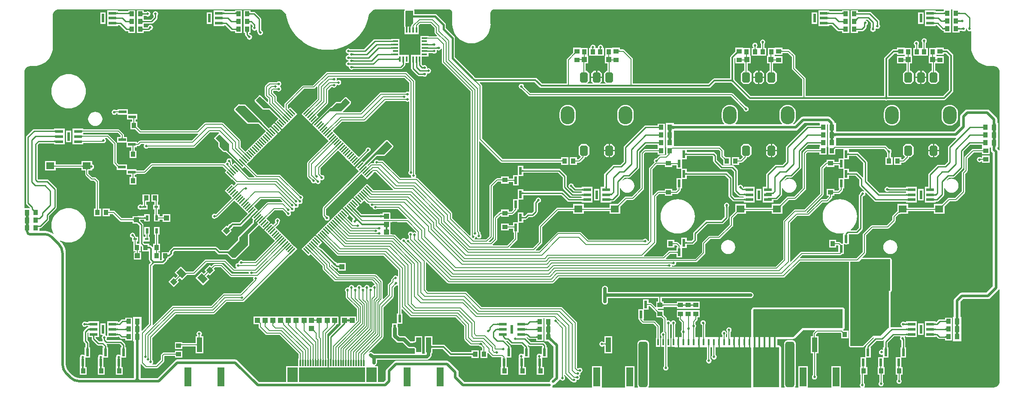
<source format=gtl>
G04*
G04 #@! TF.GenerationSoftware,Altium Limited,Altium Designer,22.1.2 (22)*
G04*
G04 Layer_Physical_Order=1*
G04 Layer_Color=255*
%FSLAX44Y44*%
%MOMM*%
G71*
G04*
G04 #@! TF.SameCoordinates,4FF52C19-E322-4989-B108-829305E1C033*
G04*
G04*
G04 #@! TF.FilePolarity,Positive*
G04*
G01*
G75*
%ADD14C,0.1524*%
%ADD21R,3.0000X1.6000*%
G04:AMPARAMS|DCode=22|XSize=9mm|YSize=1.8mm|CornerRadius=0.45mm|HoleSize=0mm|Usage=FLASHONLY|Rotation=90.000|XOffset=0mm|YOffset=0mm|HoleType=Round|Shape=RoundedRectangle|*
%AMROUNDEDRECTD22*
21,1,9.0000,0.9000,0,0,90.0*
21,1,8.1000,1.8000,0,0,90.0*
1,1,0.9000,0.4500,4.0500*
1,1,0.9000,0.4500,-4.0500*
1,1,0.9000,-0.4500,-4.0500*
1,1,0.9000,-0.4500,4.0500*
%
%ADD22ROUNDEDRECTD22*%
%ADD23R,0.3000X1.3000*%
%ADD24R,1.0000X2.8500*%
%ADD25R,1.4000X3.8000*%
%ADD26R,1.5748X2.6162*%
%ADD27R,3.0500X1.8000*%
%ADD28R,0.7000X0.4500*%
%ADD29R,1.6000X0.6000*%
%ADD30R,0.5300X1.7700*%
%ADD31R,1.6000X1.4000*%
%ADD32R,0.6000X1.0000*%
G04:AMPARAMS|DCode=35|XSize=1.6mm|YSize=1.25mm|CornerRadius=0mm|HoleSize=0mm|Usage=FLASHONLY|Rotation=135.000|XOffset=0mm|YOffset=0mm|HoleType=Round|Shape=Rectangle|*
%AMROTATEDRECTD35*
4,1,4,1.0076,-0.1237,0.1237,-1.0076,-1.0076,0.1237,-0.1237,1.0076,1.0076,-0.1237,0.0*
%
%ADD35ROTATEDRECTD35*%

G04:AMPARAMS|DCode=36|XSize=0.28mm|YSize=1.45mm|CornerRadius=0mm|HoleSize=0mm|Usage=FLASHONLY|Rotation=45.000|XOffset=0mm|YOffset=0mm|HoleType=Round|Shape=Rectangle|*
%AMROTATEDRECTD36*
4,1,4,0.4137,-0.6117,-0.6117,0.4137,-0.4137,0.6117,0.6117,-0.4137,0.4137,-0.6117,0.0*
%
%ADD36ROTATEDRECTD36*%

G04:AMPARAMS|DCode=37|XSize=0.28mm|YSize=1.45mm|CornerRadius=0mm|HoleSize=0mm|Usage=FLASHONLY|Rotation=135.000|XOffset=0mm|YOffset=0mm|HoleType=Round|Shape=Rectangle|*
%AMROTATEDRECTD37*
4,1,4,0.6117,0.4137,-0.4137,-0.6117,-0.6117,-0.4137,0.4137,0.6117,0.6117,0.4137,0.0*
%
%ADD37ROTATEDRECTD37*%

%ADD38R,0.3000X1.2500*%
%ADD39R,2.0000X3.0000*%
%ADD40P,1.4142X4X180.0*%
%ADD41R,1.5000X0.6000*%
%ADD42R,1.0000X0.9000*%
%ADD43R,1.0000X1.0000*%
%ADD44P,1.4142X4X90.0*%
%ADD45R,1.0000X1.0000*%
%ADD46R,0.9000X1.0000*%
%ADD47R,0.6000X1.5000*%
%ADD79C,0.3000*%
%ADD80C,0.5080*%
%ADD81R,6.7000X6.7000*%
%ADD82R,1.1000X0.3500*%
%ADD83R,0.3500X1.1000*%
%ADD84R,4.0000X4.0000*%
%ADD85C,1.0000*%
%ADD86C,0.2540*%
%ADD87C,0.6350*%
%ADD88C,0.2032*%
%ADD89C,0.3048*%
%ADD90C,0.7620*%
%ADD91C,0.3810*%
%ADD92O,2.7000X3.6000*%
G04:AMPARAMS|DCode=93|XSize=1.6mm|YSize=2.1mm|CornerRadius=0mm|HoleSize=0mm|Usage=FLASHONLY|Rotation=180.000|XOffset=0mm|YOffset=0mm|HoleType=Round|Shape=Octagon|*
%AMOCTAGOND93*
4,1,8,0.4000,-1.0500,-0.4000,-1.0500,-0.8000,-0.6500,-0.8000,0.6500,-0.4000,1.0500,0.4000,1.0500,0.8000,0.6500,0.8000,-0.6500,0.4000,-1.0500,0.0*
%
%ADD93OCTAGOND93*%

%ADD94C,0.5000*%
G36*
X2021090Y944800D02*
Y930830D01*
X2021090Y929720D01*
X2021090Y928450D01*
Y915590D01*
X2021090Y914480D01*
X2021090Y913210D01*
Y899240D01*
X2035170D01*
Y902895D01*
X2040172D01*
X2041463Y902032D01*
X2043430Y901641D01*
X2045397Y902032D01*
X2047064Y903146D01*
X2048178Y904814D01*
X2048498Y906422D01*
X2049792D01*
X2050112Y904814D01*
X2051226Y903146D01*
X2052894Y902032D01*
X2054860Y901641D01*
X2056826Y902032D01*
X2057048Y902181D01*
X2058168Y901582D01*
Y870660D01*
X2058104D01*
X2058569Y864754D01*
X2059952Y858993D01*
X2062219Y853519D01*
X2065314Y848467D01*
X2069162Y843962D01*
X2073667Y840114D01*
X2078719Y837019D01*
X2084193Y834752D01*
X2089954Y833369D01*
X2095860Y832904D01*
Y832968D01*
X2095860Y832968D01*
X2100594D01*
X2100614Y832968D01*
X2101860Y832968D01*
X2103076Y832838D01*
X2105054Y832578D01*
X2108029Y831346D01*
X2110585Y829385D01*
X2112545Y826829D01*
X2113778Y823854D01*
X2114187Y820752D01*
X2114168Y820660D01*
Y666902D01*
X2112898Y666516D01*
X2111808Y668148D01*
X2109894Y670062D01*
Y672368D01*
X2111730D01*
Y675987D01*
X2111774Y676209D01*
X2111730Y676431D01*
Y676616D01*
X2111737Y676742D01*
X2111730Y676763D01*
Y685593D01*
X2111737Y685615D01*
X2111730Y685741D01*
Y685926D01*
X2111774Y686148D01*
X2111730Y686370D01*
Y691227D01*
X2111774Y691449D01*
X2111730Y691671D01*
Y691856D01*
X2111737Y691982D01*
X2111730Y692003D01*
Y700833D01*
X2111737Y700855D01*
X2111730Y700981D01*
Y701166D01*
X2111774Y701388D01*
X2111730Y701610D01*
Y706467D01*
X2111774Y706689D01*
X2111730Y706911D01*
Y707096D01*
X2111737Y707222D01*
X2111730Y707243D01*
Y716073D01*
X2111737Y716095D01*
X2111730Y716221D01*
Y716406D01*
X2111774Y716628D01*
X2111730Y716850D01*
Y720468D01*
X2109907D01*
X2109894Y720606D01*
Y727070D01*
X2109401Y729548D01*
X2107998Y731648D01*
X2094418Y745228D01*
X2092318Y746632D01*
X2089840Y747124D01*
X2050470D01*
X2047992Y746632D01*
X2045892Y745228D01*
X2038272Y737608D01*
X2036868Y735508D01*
X2036376Y733030D01*
Y715392D01*
X2024928Y703944D01*
X1791730D01*
Y706467D01*
X1791774Y706689D01*
X1791730Y706909D01*
X1791749Y707132D01*
X1791730Y707190D01*
Y720468D01*
X1788947D01*
X1788482Y722808D01*
X1787078Y724908D01*
X1780728Y731258D01*
X1778628Y732662D01*
X1776150Y733154D01*
X1726620D01*
X1724142Y732662D01*
X1722042Y731258D01*
X1708917Y718133D01*
X1707155D01*
X1706727Y719329D01*
X1707257Y719763D01*
X1709261Y722206D01*
X1710751Y724992D01*
X1711668Y728016D01*
X1711978Y731160D01*
Y740160D01*
X1711668Y743304D01*
X1710751Y746328D01*
X1709261Y749115D01*
X1707257Y751557D01*
X1704814Y753561D01*
X1702028Y755051D01*
X1699004Y755968D01*
X1695860Y756278D01*
X1692716Y755968D01*
X1689692Y755051D01*
X1686906Y753561D01*
X1684463Y751557D01*
X1682459Y749115D01*
X1680969Y746328D01*
X1680052Y743304D01*
X1679742Y740160D01*
Y731160D01*
X1680052Y728016D01*
X1680969Y724992D01*
X1682459Y722206D01*
X1684463Y719763D01*
X1684993Y719329D01*
X1684565Y718133D01*
X1593155D01*
X1592727Y719329D01*
X1593257Y719763D01*
X1595261Y722206D01*
X1596751Y724992D01*
X1597668Y728016D01*
X1597978Y731160D01*
Y740160D01*
X1597668Y743304D01*
X1596751Y746328D01*
X1595261Y749115D01*
X1593257Y751557D01*
X1590815Y753561D01*
X1588028Y755051D01*
X1585004Y755968D01*
X1581860Y756278D01*
X1578716Y755968D01*
X1575692Y755051D01*
X1572905Y753561D01*
X1570463Y751557D01*
X1568459Y749115D01*
X1566969Y746328D01*
X1566052Y743304D01*
X1565742Y740160D01*
Y731160D01*
X1566052Y728016D01*
X1566969Y724992D01*
X1568459Y722206D01*
X1570463Y719763D01*
X1570993Y719329D01*
X1570565Y718133D01*
X1471866D01*
X1471730Y718144D01*
Y720468D01*
X1468111D01*
X1467889Y720513D01*
X1467678Y720471D01*
X1467464Y720489D01*
X1467398Y720468D01*
X1455110D01*
Y707243D01*
X1455102Y707222D01*
X1455110Y707096D01*
Y706911D01*
X1455065Y706689D01*
X1455110Y706467D01*
Y705228D01*
X1455110D01*
Y701610D01*
X1455065Y701388D01*
X1455110Y701166D01*
Y700981D01*
X1455102Y700855D01*
X1455110Y700833D01*
Y692003D01*
X1455102Y691982D01*
X1455110Y691856D01*
Y691671D01*
X1455065Y691449D01*
X1455110Y691227D01*
Y686370D01*
X1455065Y686148D01*
X1455110Y685926D01*
Y685741D01*
X1455102Y685615D01*
X1455110Y685593D01*
Y672368D01*
X1456380D01*
Y658418D01*
X1454608Y656646D01*
X1444680D01*
X1444680Y656646D01*
X1443293Y656370D01*
X1442116Y655584D01*
X1442116Y655584D01*
X1437069Y650537D01*
X1437060Y650539D01*
X1435094Y650148D01*
X1433426Y649034D01*
X1432312Y647366D01*
X1431921Y645400D01*
X1432312Y643434D01*
X1433045Y642337D01*
X1423249Y632541D01*
X1422520Y631448D01*
X1422263Y630160D01*
Y488417D01*
X1421055Y487208D01*
X1419677Y487626D01*
X1419528Y488377D01*
X1418414Y490044D01*
X1416747Y491158D01*
X1414780Y491549D01*
X1412814Y491158D01*
X1411146Y490044D01*
X1411027Y489865D01*
X1410996Y489839D01*
X1410942Y489799D01*
X1410906Y489777D01*
X1303145D01*
X1288891Y504031D01*
X1287798Y504760D01*
X1286510Y505017D01*
X1243330D01*
X1242042Y504760D01*
X1240949Y504031D01*
X1205346Y468427D01*
X1199197D01*
X1198711Y469600D01*
X1210841Y481729D01*
X1211570Y482822D01*
X1211827Y484110D01*
Y514465D01*
X1243654Y546293D01*
X1272320D01*
Y541120D01*
X1293400D01*
Y546293D01*
X1344320D01*
Y541120D01*
X1365400D01*
Y555431D01*
X1365446Y555484D01*
X1378335Y568373D01*
X1390110D01*
X1391398Y568630D01*
X1392491Y569359D01*
X1411541Y588409D01*
X1412270Y589502D01*
X1412527Y590790D01*
Y659246D01*
X1415634Y662353D01*
X1439380D01*
Y658180D01*
X1453460D01*
Y672368D01*
X1453460Y673260D01*
X1453460Y674493D01*
Y688718D01*
X1453460D01*
Y688878D01*
X1453460D01*
Y703958D01*
X1453460D01*
Y704118D01*
X1453460D01*
Y719198D01*
X1439380D01*
Y715543D01*
X1415768D01*
X1414282Y715247D01*
X1413022Y714405D01*
X1373433Y674817D01*
X1372591Y673557D01*
X1372295Y672070D01*
Y644469D01*
X1365681Y637855D01*
X1353320D01*
X1351833Y637559D01*
X1350573Y636717D01*
X1334613Y620757D01*
X1333771Y619497D01*
X1333475Y618010D01*
Y594200D01*
X1326820D01*
Y584200D01*
X1326820D01*
Y573120D01*
X1326820D01*
Y563120D01*
X1347900D01*
Y565235D01*
X1350700D01*
X1352187Y565531D01*
X1353447Y566373D01*
X1363687Y576613D01*
X1364529Y577873D01*
X1364825Y579360D01*
Y591504D01*
X1366095Y591756D01*
X1367132Y589252D01*
X1369358Y586351D01*
X1372260Y584124D01*
X1375639Y582725D01*
X1379265Y582248D01*
X1382891Y582725D01*
X1386270Y584124D01*
X1389171Y586351D01*
X1391398Y589252D01*
X1392797Y592631D01*
X1393275Y596257D01*
X1392797Y599883D01*
X1391398Y603262D01*
X1389171Y606164D01*
X1386270Y608390D01*
X1382891Y609790D01*
X1379265Y610267D01*
X1375639Y609790D01*
X1372260Y608390D01*
X1370542Y607072D01*
X1369702Y608029D01*
X1373979Y612305D01*
X1382530D01*
X1384017Y612601D01*
X1385277Y613443D01*
X1401787Y629953D01*
X1402629Y631213D01*
X1402925Y632700D01*
Y664111D01*
X1416107Y677294D01*
X1438482D01*
X1439380Y676396D01*
X1439380Y673638D01*
X1439380Y672406D01*
Y669087D01*
X1414240D01*
X1412952Y668830D01*
X1411859Y668101D01*
X1406779Y663021D01*
X1406050Y661928D01*
X1405793Y660640D01*
Y592184D01*
X1388716Y575107D01*
X1376940D01*
X1375652Y574850D01*
X1374559Y574121D01*
X1360724Y560286D01*
X1360632Y560200D01*
X1344320D01*
Y553027D01*
X1293400D01*
Y560200D01*
X1272320D01*
Y553027D01*
X1242260D01*
X1240972Y552770D01*
X1239879Y552041D01*
X1206079Y518241D01*
X1205350Y517148D01*
X1205093Y515860D01*
Y485504D01*
X1193095Y473507D01*
X1148397D01*
X1147911Y474680D01*
X1161610Y488379D01*
X1162340Y489471D01*
X1162596Y490760D01*
Y504160D01*
X1164770D01*
Y523160D01*
X1174270D01*
Y529315D01*
X1178360D01*
X1179847Y529611D01*
X1181107Y530453D01*
X1185249Y534595D01*
X1192530D01*
X1194017Y534891D01*
X1195277Y535733D01*
X1201627Y542083D01*
X1202469Y543343D01*
X1202765Y544830D01*
Y561001D01*
X1204403Y562639D01*
X1205927Y562942D01*
X1207594Y564056D01*
X1208708Y565723D01*
X1209099Y567690D01*
X1208708Y569656D01*
X1207594Y571324D01*
X1205927Y572438D01*
X1203960Y572829D01*
X1201993Y572438D01*
X1200326Y571324D01*
X1199212Y569656D01*
X1198909Y568133D01*
X1196133Y565357D01*
X1195291Y564097D01*
X1194995Y562610D01*
Y546439D01*
X1190921Y542365D01*
X1183640D01*
X1182153Y542069D01*
X1180893Y541227D01*
X1176751Y537085D01*
X1174270D01*
Y543240D01*
X1163190D01*
Y524240D01*
X1153690D01*
Y518177D01*
X1145790D01*
Y521850D01*
X1130710D01*
Y507770D01*
X1145790D01*
Y511443D01*
X1153690D01*
Y504160D01*
X1155863D01*
Y492154D01*
X1142296Y478587D01*
X1114244D01*
X1113718Y479857D01*
X1121941Y488079D01*
X1122670Y489172D01*
X1122927Y490460D01*
Y530975D01*
X1129536Y537585D01*
X1130710Y537099D01*
Y535220D01*
X1145790D01*
Y538893D01*
X1152310D01*
X1153598Y539150D01*
X1154691Y539879D01*
X1161610Y546799D01*
X1162340Y547891D01*
X1162596Y549180D01*
Y549880D01*
X1164770D01*
Y568880D01*
X1174270D01*
Y577775D01*
X1249341D01*
X1261203Y565913D01*
X1262463Y565071D01*
X1263950Y564775D01*
X1289820D01*
Y563120D01*
X1310900D01*
Y573120D01*
X1310900D01*
Y584200D01*
X1310900D01*
Y594200D01*
X1289820D01*
Y592545D01*
X1277309D01*
X1273781Y596073D01*
X1273478Y597597D01*
X1272364Y599264D01*
X1270696Y600378D01*
X1268730Y600769D01*
X1266764Y600378D01*
X1265096Y599264D01*
X1263982Y597597D01*
X1263591Y595630D01*
X1263982Y593663D01*
X1265096Y591996D01*
X1266764Y590882D01*
X1268287Y590579D01*
X1272953Y585913D01*
X1274213Y585071D01*
X1275700Y584775D01*
X1289820D01*
Y583120D01*
X1288788Y582545D01*
X1272069D01*
X1259915Y594699D01*
Y614680D01*
X1259619Y616167D01*
X1258777Y617427D01*
X1247547Y628657D01*
X1246286Y629499D01*
X1244800Y629795D01*
X1174270D01*
Y635950D01*
X1163190D01*
Y616950D01*
X1153690D01*
Y610277D01*
X1145790D01*
Y614560D01*
X1130710D01*
Y610887D01*
X1122320D01*
X1121032Y610630D01*
X1119939Y609901D01*
X1108289Y598251D01*
X1107560Y597158D01*
X1107303Y595870D01*
Y496935D01*
X1100386Y490017D01*
X1078202D01*
X1077816Y491287D01*
X1078744Y491906D01*
X1079858Y493573D01*
X1080249Y495540D01*
X1080347Y495600D01*
X1081766Y494979D01*
X1081792Y494843D01*
X1082906Y493176D01*
X1084574Y492062D01*
X1086540Y491671D01*
X1088506Y492062D01*
X1090174Y493176D01*
X1091288Y494843D01*
X1091679Y496810D01*
X1091288Y498777D01*
X1090174Y500444D01*
X1089995Y500563D01*
X1089969Y500594D01*
X1089929Y500648D01*
X1089907Y500684D01*
Y503160D01*
X1089650Y504448D01*
X1088921Y505541D01*
X1087006Y507455D01*
X1087006Y683867D01*
X1088180Y684353D01*
X1129696Y642836D01*
X1130872Y642050D01*
X1132260Y641774D01*
X1132260Y641774D01*
X1248880D01*
Y637860D01*
X1259054D01*
X1259404Y637790D01*
X1259754Y637860D01*
X1262960D01*
Y641066D01*
X1263030Y641416D01*
X1262960Y641767D01*
Y652940D01*
X1248880D01*
Y649026D01*
X1133762D01*
X1092706Y690082D01*
Y793990D01*
X1092706Y793990D01*
X1092430Y795378D01*
X1091644Y796554D01*
X1091644Y796554D01*
X1088094Y800103D01*
X1088580Y801276D01*
X1196584D01*
X1206800Y791060D01*
X1208144Y790162D01*
X1209730Y789846D01*
X1541200D01*
X1542786Y790162D01*
X1544130Y791060D01*
X1553076Y800006D01*
X1583773D01*
X1584038Y799977D01*
X1584402Y799908D01*
X1584745Y799813D01*
X1585074Y799693D01*
X1585391Y799545D01*
X1585701Y799369D01*
X1586007Y799162D01*
X1586215Y798995D01*
X1618280Y766930D01*
X1619624Y766032D01*
X1621210Y765716D01*
X1887580D01*
X1888483Y765112D01*
X1890450Y764721D01*
X1892417Y765112D01*
X1893320Y765716D01*
X2004750D01*
X2006336Y766032D01*
X2007680Y766930D01*
X2021650Y780900D01*
X2022548Y782244D01*
X2022864Y783830D01*
Y853680D01*
X2022548Y855266D01*
X2021650Y856610D01*
X2013150Y865110D01*
X2011806Y866008D01*
X2010220Y866324D01*
X2004310D01*
Y869220D01*
X1989230D01*
Y868840D01*
X1975370D01*
Y853760D01*
X1974370Y853600D01*
Y838520D01*
X1980493D01*
Y823700D01*
X1978590D01*
X1973320Y818430D01*
Y802890D01*
X1978590Y797620D01*
X1989130D01*
X1994400Y802890D01*
Y818430D01*
X1989130Y823700D01*
X1987227D01*
Y838520D01*
X1989230D01*
Y838140D01*
X2004310D01*
Y852220D01*
X1989450D01*
Y853600D01*
X1989450D01*
X1989450Y853760D01*
X1989450D01*
Y855140D01*
X2004310D01*
Y858036D01*
X2008504D01*
X2014576Y851964D01*
Y785546D01*
X2003034Y774004D01*
X1894594D01*
Y845614D01*
X1907016Y858037D01*
X1911760D01*
Y855140D01*
X1926620D01*
Y853760D01*
X1926620D01*
X1926620Y853600D01*
X1926620D01*
Y852220D01*
X1911760D01*
Y838140D01*
X1926840D01*
Y838520D01*
X1930493D01*
Y823700D01*
X1928590D01*
X1923320Y818430D01*
Y802890D01*
X1928590Y797620D01*
X1939130D01*
X1944400Y802890D01*
Y818430D01*
X1939130Y823700D01*
X1937227D01*
Y838520D01*
X1941700D01*
Y853600D01*
X1940700Y853760D01*
Y868840D01*
X1926840D01*
Y869220D01*
X1911760D01*
Y866324D01*
X1905300D01*
X1903714Y866008D01*
X1902370Y865110D01*
X1887520Y850260D01*
X1886622Y848916D01*
X1886306Y847330D01*
Y774004D01*
X1731516D01*
Y807960D01*
X1731516Y807960D01*
X1731240Y809348D01*
X1730454Y810524D01*
X1730454Y810524D01*
X1711196Y829782D01*
Y852410D01*
X1711196Y852410D01*
X1710920Y853798D01*
X1710134Y854974D01*
X1710134Y854974D01*
X1700364Y864744D01*
X1699187Y865530D01*
X1697800Y865806D01*
X1697800Y865806D01*
X1685520D01*
Y869220D01*
X1670440D01*
Y868840D01*
X1656580D01*
Y853760D01*
X1655580Y853600D01*
Y838520D01*
X1660493D01*
Y823700D01*
X1658590D01*
X1653320Y818430D01*
Y802890D01*
X1658590Y797620D01*
X1669130D01*
X1674400Y802890D01*
Y818430D01*
X1669130Y823700D01*
X1667227D01*
Y838520D01*
X1670440D01*
Y838140D01*
X1685520D01*
Y852220D01*
X1670660D01*
Y853600D01*
X1670660D01*
X1670660Y853760D01*
X1670660D01*
Y855140D01*
X1685520D01*
Y858554D01*
X1696298D01*
X1703944Y850908D01*
Y828280D01*
X1703944Y828280D01*
X1704220Y826892D01*
X1705006Y825716D01*
X1724264Y806458D01*
Y774004D01*
X1622926D01*
X1592075Y804855D01*
X1591908Y805063D01*
X1591701Y805369D01*
X1591525Y805679D01*
X1591378Y805996D01*
X1591257Y806325D01*
X1591162Y806668D01*
X1591093Y807032D01*
X1591064Y807297D01*
Y847960D01*
X1591742Y848502D01*
X1592970Y847958D01*
Y838140D01*
X1608050D01*
Y838520D01*
X1610493D01*
Y823700D01*
X1608590D01*
X1603320Y818430D01*
Y802890D01*
X1608590Y797620D01*
X1619130D01*
X1624400Y802890D01*
Y818430D01*
X1619130Y823700D01*
X1617227D01*
Y838520D01*
X1622910D01*
Y853600D01*
X1621910Y853760D01*
Y868840D01*
X1608050D01*
Y869220D01*
X1592970D01*
Y862166D01*
X1592968Y862161D01*
X1592738Y861814D01*
X1591290Y860100D01*
X1583990Y852800D01*
X1583092Y851456D01*
X1582776Y849870D01*
Y808373D01*
X1582764Y808306D01*
X1582697Y808294D01*
X1551360D01*
X1549774Y807978D01*
X1548430Y807080D01*
X1539484Y798134D01*
X1390521D01*
Y846695D01*
X1390521Y846695D01*
X1390245Y848083D01*
X1389459Y849259D01*
X1389459Y849259D01*
X1373974Y864744D01*
X1372798Y865530D01*
X1371410Y865806D01*
X1371410Y865806D01*
X1364970D01*
Y869220D01*
X1349890D01*
Y868840D01*
X1336030D01*
Y853760D01*
X1335030Y853600D01*
Y838520D01*
X1340493D01*
Y823700D01*
X1338590D01*
X1333320Y818430D01*
Y802890D01*
X1336903Y799307D01*
X1336417Y798134D01*
X1326303D01*
X1325817Y799307D01*
X1329400Y802890D01*
Y809390D01*
X1318860D01*
X1308320D01*
Y802890D01*
X1311903Y799307D01*
X1311417Y798134D01*
X1301303D01*
X1300817Y799307D01*
X1304400Y802890D01*
Y818430D01*
X1299130Y823700D01*
X1297227D01*
Y838520D01*
X1302360D01*
Y853600D01*
X1301360Y853760D01*
Y868840D01*
X1287500D01*
Y869220D01*
X1272420D01*
Y859811D01*
X1272163Y859510D01*
X1260506Y847854D01*
X1259720Y846677D01*
X1259444Y845290D01*
X1259444Y845290D01*
Y798134D01*
X1211446D01*
X1201230Y808350D01*
X1199886Y809248D01*
X1198300Y809564D01*
X1080797D01*
X1080532Y809593D01*
X1080169Y809662D01*
X1079825Y809757D01*
X1079496Y809877D01*
X1079179Y810025D01*
X1078869Y810201D01*
X1078563Y810408D01*
X1078355Y810575D01*
X1076772Y812158D01*
X1076757Y812234D01*
X1075775Y813705D01*
X1039002Y850477D01*
Y887970D01*
X1038657Y889704D01*
X1037675Y891175D01*
X1037675Y891175D01*
X1021222Y907627D01*
Y914640D01*
X1021222Y914640D01*
X1020877Y916374D01*
X1019895Y917845D01*
X1019895Y917845D01*
X1003166Y934573D01*
X1001696Y935555D01*
X999962Y935900D01*
X959229D01*
X959229Y941907D01*
X959180Y942157D01*
X959180Y942412D01*
X959163Y942453D01*
X959120Y942667D01*
X959039Y942861D01*
X959032Y942898D01*
X959025Y942909D01*
X959025Y942910D01*
X959017Y942927D01*
X959017Y942927D01*
X958972Y943153D01*
X958891Y943274D01*
X958847Y943414D01*
X958846Y943415D01*
X958775Y943499D01*
X958733Y943601D01*
X958635Y943698D01*
X958667Y944045D01*
X958932Y944662D01*
X959084Y944858D01*
X959197Y944968D01*
X1026860D01*
Y944955D01*
X1028748Y944707D01*
X1030508Y943978D01*
X1032019Y942819D01*
X1033178Y941308D01*
X1033907Y939548D01*
X1034155Y937660D01*
X1034168D01*
Y915660D01*
X1034104D01*
X1034568Y909754D01*
X1035952Y903993D01*
X1038219Y898519D01*
X1041314Y893467D01*
X1045162Y888962D01*
X1049667Y885115D01*
X1054719Y882019D01*
X1060193Y879752D01*
X1065954Y878369D01*
X1071860Y877904D01*
X1077766Y878369D01*
X1083527Y879752D01*
X1089001Y882019D01*
X1094053Y885115D01*
X1098558Y888962D01*
X1102406Y893467D01*
X1105501Y898519D01*
X1107768Y903993D01*
X1109152Y909754D01*
X1109616Y915660D01*
X1109552D01*
Y937660D01*
X1109565D01*
X1109813Y939548D01*
X1110542Y941308D01*
X1111701Y942819D01*
X1113212Y943978D01*
X1114972Y944707D01*
X1116860Y944955D01*
Y944968D01*
X2002890D01*
X2004090Y944800D01*
X2004090Y943698D01*
Y941545D01*
X1987900D01*
Y943200D01*
X1966820D01*
Y933200D01*
X1966820D01*
Y922120D01*
X1966820D01*
Y912120D01*
X1987900D01*
Y913775D01*
X1990301D01*
X2000043Y904033D01*
X2001303Y903191D01*
X2002790Y902895D01*
X2004090D01*
Y899240D01*
X2018170D01*
Y914320D01*
X2018170D01*
Y914480D01*
X2018170D01*
Y929560D01*
X2018170D01*
Y929720D01*
X2018170D01*
X2018170Y944800D01*
X2019370Y944968D01*
X2019890D01*
X2021090Y944800D01*
D02*
G37*
G36*
X2006660Y935120D02*
X2006635Y935361D01*
X2006559Y935577D01*
X2006432Y935768D01*
X2006254Y935933D01*
X2006026Y936072D01*
X2005746Y936187D01*
X2005416Y936276D01*
X2005035Y936339D01*
X2004603Y936377D01*
X2004120Y936390D01*
Y938930D01*
X2004603Y938943D01*
X2005035Y938981D01*
X2005416Y939044D01*
X2005746Y939133D01*
X2006026Y939248D01*
X2006254Y939387D01*
X2006432Y939552D01*
X2006559Y939743D01*
X2006635Y939959D01*
X2006660Y940200D01*
Y935120D01*
D02*
G37*
G36*
X1985355Y939959D02*
X1985431Y939743D01*
X1985558Y939552D01*
X1985736Y939387D01*
X1985965Y939248D01*
X1986244Y939133D01*
X1986574Y939044D01*
X1986955Y938981D01*
X1987387Y938943D01*
X1987870Y938930D01*
Y936390D01*
X1987387Y936377D01*
X1986955Y936339D01*
X1986574Y936276D01*
X1986244Y936187D01*
X1985965Y936072D01*
X1985736Y935933D01*
X1985558Y935768D01*
X1985431Y935577D01*
X1985355Y935361D01*
X1985329Y935120D01*
Y940200D01*
X1985355Y939959D01*
D02*
G37*
G36*
X2032595Y939559D02*
X2032672Y939343D01*
X2032800Y939152D01*
X2032980Y938987D01*
X2033212Y938848D01*
X2033494Y938733D01*
X2033828Y938644D01*
X2034214Y938581D01*
X2034651Y938543D01*
X2035139Y938530D01*
Y935990D01*
X2034651Y935977D01*
X2034214Y935939D01*
X2033828Y935876D01*
X2033494Y935787D01*
X2033212Y935673D01*
X2032980Y935533D01*
X2032800Y935368D01*
X2032672Y935177D01*
X2032595Y934961D01*
X2032569Y934720D01*
Y939800D01*
X2032595Y939559D01*
D02*
G37*
G36*
X1985355Y929959D02*
X1985431Y929743D01*
X1985558Y929552D01*
X1985736Y929387D01*
X1985965Y929248D01*
X1986244Y929133D01*
X1986574Y929044D01*
X1986955Y928981D01*
X1987387Y928943D01*
X1987870Y928930D01*
Y926390D01*
X1987387Y926377D01*
X1986955Y926339D01*
X1986574Y926276D01*
X1986244Y926187D01*
X1985965Y926072D01*
X1985736Y925933D01*
X1985558Y925768D01*
X1985431Y925577D01*
X1985355Y925361D01*
X1985329Y925120D01*
Y930200D01*
X1985355Y929959D01*
D02*
G37*
G36*
X2039105Y920270D02*
X2039001Y920361D01*
X2038879Y920443D01*
X2038739Y920515D01*
X2038580Y920577D01*
X2038402Y920630D01*
X2038206Y920673D01*
X2037992Y920707D01*
X2037759Y920731D01*
X2037237Y920750D01*
Y923290D01*
X2037507Y923295D01*
X2037992Y923333D01*
X2038206Y923367D01*
X2038402Y923410D01*
X2038580Y923463D01*
X2038739Y923525D01*
X2038879Y923597D01*
X2039001Y923679D01*
X2039105Y923770D01*
Y920270D01*
D02*
G37*
G36*
X2032595Y924319D02*
X2032672Y924103D01*
X2032800Y923912D01*
X2032980Y923747D01*
X2033212Y923607D01*
X2033494Y923493D01*
X2033828Y923404D01*
X2034214Y923341D01*
X2034651Y923303D01*
X2035139Y923290D01*
Y920750D01*
X2034651Y920737D01*
X2034214Y920699D01*
X2033828Y920636D01*
X2033494Y920547D01*
X2033212Y920433D01*
X2032980Y920293D01*
X2032800Y920128D01*
X2032672Y919937D01*
X2032595Y919721D01*
X2032569Y919480D01*
Y924560D01*
X2032595Y924319D01*
D02*
G37*
G36*
X2006660Y919480D02*
X2006635Y919721D01*
X2006559Y919937D01*
X2006432Y920128D01*
X2006254Y920293D01*
X2006026Y920433D01*
X2005746Y920547D01*
X2005416Y920636D01*
X2005035Y920699D01*
X2004603Y920737D01*
X2004120Y920750D01*
Y923290D01*
X2004603Y923303D01*
X2005035Y923341D01*
X2005416Y923404D01*
X2005746Y923493D01*
X2006026Y923607D01*
X2006254Y923747D01*
X2006432Y923912D01*
X2006559Y924103D01*
X2006635Y924319D01*
X2006660Y924560D01*
Y919480D01*
D02*
G37*
G36*
X1985355Y919959D02*
X1985431Y919743D01*
X1985558Y919552D01*
X1985736Y919387D01*
X1985965Y919248D01*
X1986244Y919133D01*
X1986574Y919044D01*
X1986955Y918981D01*
X1987387Y918943D01*
X1987870Y918930D01*
Y916390D01*
X1987387Y916377D01*
X1986955Y916339D01*
X1986574Y916276D01*
X1986244Y916187D01*
X1985965Y916072D01*
X1985736Y915933D01*
X1985558Y915768D01*
X1985431Y915577D01*
X1985355Y915361D01*
X1985329Y915120D01*
Y920200D01*
X1985355Y919959D01*
D02*
G37*
G36*
X956580Y942162D02*
X956580Y942161D01*
X956625Y941935D01*
X956632Y941917D01*
X956640Y941907D01*
X956640Y935900D01*
X956640Y933376D01*
X956797Y933350D01*
X957449Y933292D01*
X958179Y933273D01*
Y929463D01*
X957449Y929444D01*
X956797Y929387D01*
X956640Y929361D01*
X956640Y917080D01*
X954409Y914849D01*
X953679Y913757D01*
X953533Y913022D01*
X952540Y912028D01*
X952500D01*
Y911988D01*
X951597Y911086D01*
X951672Y910093D01*
X951721Y909864D01*
X951780Y909687D01*
X951847Y909559D01*
X951924Y909483D01*
X952009Y909458D01*
X948570D01*
X948656Y909483D01*
X948732Y909559D01*
X948799Y909687D01*
X948858Y909864D01*
X948907Y910093D01*
X948948Y910372D01*
X948999Y911048D01*
X945100D01*
X945172Y910093D01*
X945221Y909864D01*
X945280Y909687D01*
X945347Y909559D01*
X945424Y909483D01*
X945509Y909458D01*
X942070D01*
X942156Y909483D01*
X942232Y909559D01*
X942299Y909687D01*
X942358Y909864D01*
X942407Y910093D01*
X942448Y910372D01*
X942502Y911084D01*
X942503Y911154D01*
X942490Y911160D01*
X941580Y912028D01*
X941400Y913277D01*
Y940662D01*
X941440Y940865D01*
Y940901D01*
X941464Y940927D01*
X941574Y941103D01*
X942346Y941929D01*
X942491Y942162D01*
X956580Y942162D01*
D02*
G37*
G36*
X964059Y910687D02*
X964082Y910422D01*
X964120Y910189D01*
X964174Y909987D01*
X964242Y909816D01*
X964326Y909676D01*
X964425Y909567D01*
X964539Y909490D01*
X964669Y909443D01*
X964814Y909427D01*
X961766D01*
X961910Y909443D01*
X962040Y909490D01*
X962154Y909567D01*
X962253Y909676D01*
X962337Y909816D01*
X962406Y909987D01*
X962459Y910189D01*
X962497Y910422D01*
X962520Y910687D01*
X962528Y910982D01*
X964052D01*
X964059Y910687D01*
D02*
G37*
G36*
X957559D02*
X957582Y910422D01*
X957620Y910189D01*
X957674Y909987D01*
X957742Y909816D01*
X957826Y909676D01*
X957925Y909567D01*
X958039Y909490D01*
X958169Y909443D01*
X958314Y909427D01*
X955266D01*
X955411Y909443D01*
X955540Y909490D01*
X955654Y909567D01*
X955753Y909676D01*
X955837Y909816D01*
X955906Y909987D01*
X955959Y910189D01*
X955997Y910422D01*
X956020Y910687D01*
X956028Y910982D01*
X957552D01*
X957559Y910687D01*
D02*
G37*
G36*
X2056135Y910163D02*
X2056173Y909678D01*
X2056207Y909464D01*
X2056250Y909268D01*
X2056303Y909090D01*
X2056365Y908931D01*
X2056437Y908791D01*
X2056519Y908669D01*
X2056610Y908565D01*
X2053110D01*
X2053201Y908669D01*
X2053283Y908791D01*
X2053355Y908931D01*
X2053417Y909090D01*
X2053470Y909268D01*
X2053513Y909464D01*
X2053547Y909678D01*
X2053571Y909911D01*
X2053590Y910433D01*
X2056130D01*
X2056135Y910163D01*
D02*
G37*
G36*
X2041645Y905030D02*
X2041541Y905121D01*
X2041419Y905203D01*
X2041279Y905275D01*
X2041120Y905337D01*
X2040942Y905390D01*
X2040746Y905433D01*
X2040532Y905467D01*
X2040299Y905491D01*
X2039777Y905510D01*
Y908050D01*
X2040047Y908055D01*
X2040532Y908093D01*
X2040746Y908127D01*
X2040942Y908170D01*
X2041120Y908223D01*
X2041279Y908285D01*
X2041419Y908357D01*
X2041541Y908439D01*
X2041645Y908530D01*
Y905030D01*
D02*
G37*
G36*
X2032595Y909079D02*
X2032672Y908863D01*
X2032800Y908672D01*
X2032980Y908507D01*
X2033212Y908367D01*
X2033494Y908253D01*
X2033828Y908164D01*
X2034214Y908101D01*
X2034651Y908063D01*
X2035139Y908050D01*
Y905510D01*
X2034651Y905497D01*
X2034214Y905459D01*
X2033828Y905396D01*
X2033494Y905307D01*
X2033212Y905192D01*
X2032980Y905053D01*
X2032800Y904888D01*
X2032672Y904697D01*
X2032595Y904481D01*
X2032569Y904240D01*
Y909320D01*
X2032595Y909079D01*
D02*
G37*
G36*
X2006660Y904240D02*
X2006635Y904481D01*
X2006559Y904697D01*
X2006432Y904888D01*
X2006254Y905053D01*
X2006026Y905192D01*
X2005746Y905307D01*
X2005416Y905396D01*
X2005035Y905459D01*
X2004603Y905497D01*
X2004120Y905510D01*
Y908050D01*
X2004603Y908063D01*
X2005035Y908101D01*
X2005416Y908164D01*
X2005746Y908253D01*
X2006026Y908367D01*
X2006254Y908507D01*
X2006432Y908672D01*
X2006559Y908863D01*
X2006635Y909079D01*
X2006660Y909320D01*
Y904240D01*
D02*
G37*
G36*
X257860Y944968D02*
X689880D01*
X689908Y944974D01*
X693259Y944644D01*
X696507Y943658D01*
X699501Y942058D01*
X702125Y939905D01*
X704278Y937281D01*
X705879Y934287D01*
X706479Y932308D01*
X706811Y931116D01*
X707120Y929883D01*
X708683Y923642D01*
X711419Y915997D01*
X714890Y908657D01*
X719064Y901692D01*
X723901Y895171D01*
X729354Y889154D01*
X735370Y883701D01*
X741892Y878865D01*
X748857Y874690D01*
X756197Y871218D01*
X763842Y868483D01*
X771718Y866510D01*
X779750Y865319D01*
X787860Y864920D01*
X795970Y865319D01*
X804002Y866510D01*
X811878Y868483D01*
X819523Y871218D01*
X826863Y874690D01*
X833828Y878865D01*
X840350Y883701D01*
X846366Y889154D01*
X851819Y895171D01*
X856656Y901692D01*
X860830Y908657D01*
X864302Y915997D01*
X867037Y923642D01*
X868909Y931116D01*
X868909Y931116D01*
X868889Y931149D01*
X869841Y934287D01*
X871441Y937281D01*
X873595Y939905D01*
X876219Y942058D01*
X879213Y943658D01*
X882461Y944644D01*
X885812Y944974D01*
X885840Y944968D01*
X939900D01*
X940119Y944688D01*
X940434Y943896D01*
X940450Y943698D01*
X940291Y943528D01*
X940281Y943512D01*
X939682Y942872D01*
X939573Y942696D01*
X939549Y942670D01*
X939524Y942630D01*
X939374Y942469D01*
X939264Y942293D01*
X939199Y942118D01*
X939047Y941892D01*
X939039Y941849D01*
X939016Y941812D01*
X938972Y941543D01*
X938900Y941370D01*
X938860Y941167D01*
Y940948D01*
X938850Y940901D01*
Y940865D01*
X938810Y940662D01*
Y913277D01*
X938846Y913094D01*
X938836Y912908D01*
X939016Y911659D01*
X939134Y911326D01*
X939211Y910982D01*
X939301Y910854D01*
X939353Y910706D01*
X939500Y910543D01*
Y909743D01*
X939494Y909726D01*
X939500Y909668D01*
Y909555D01*
X939480Y909458D01*
X939500Y909361D01*
Y895948D01*
X967580D01*
Y912028D01*
X967580Y912028D01*
X967580D01*
X967931Y913190D01*
X971095Y916353D01*
X991165D01*
X999353Y908166D01*
Y899400D01*
X999610Y898112D01*
X1000339Y897019D01*
X1004234Y893125D01*
X1003708Y891855D01*
X986830D01*
Y892778D01*
X970750D01*
Y884198D01*
Y877698D01*
Y871198D01*
Y864698D01*
Y855028D01*
X952500D01*
Y841616D01*
X952480Y841519D01*
X952500Y841422D01*
Y841309D01*
X952494Y841251D01*
X952500Y841234D01*
Y838948D01*
X952905D01*
Y828348D01*
X953201Y826862D01*
X954043Y825602D01*
X965323Y814322D01*
X966583Y813480D01*
X968070Y813184D01*
X976242D01*
X977533Y812321D01*
X979500Y811930D01*
X981466Y812321D01*
X983133Y813435D01*
X984247Y815102D01*
X984638Y817068D01*
X984533Y817598D01*
X984642Y817786D01*
X985634Y818575D01*
X987120Y818280D01*
X989086Y818671D01*
X990753Y819785D01*
X991867Y821452D01*
X992258Y823418D01*
X991867Y825385D01*
X990753Y827052D01*
X989086Y828166D01*
X987120Y828557D01*
X985634Y828261D01*
X984642Y829051D01*
X984533Y829239D01*
X984638Y829768D01*
X984247Y831735D01*
X983133Y833402D01*
X981466Y834516D01*
X979500Y834907D01*
X977533Y834516D01*
X976242Y833653D01*
X976029D01*
X973674Y836008D01*
Y838948D01*
X974080D01*
Y841234D01*
X974085Y841251D01*
X974080Y841309D01*
Y841422D01*
X974099Y841519D01*
X974080Y841616D01*
Y851698D01*
X986830D01*
Y858604D01*
X994992D01*
X996283Y857741D01*
X998250Y857350D01*
X1000216Y857741D01*
X1001883Y858855D01*
X1002997Y860522D01*
X1003388Y862488D01*
X1003121Y863834D01*
X1003975Y865104D01*
X1004032D01*
X1005323Y864241D01*
X1007290Y863850D01*
X1009256Y864241D01*
X1010923Y865355D01*
X1012037Y867022D01*
X1012053Y867103D01*
X1013323Y866977D01*
Y840980D01*
X1013580Y839692D01*
X1014309Y838599D01*
X1070113Y782796D01*
Y778750D01*
X1070113Y531100D01*
Y498204D01*
X1069899Y498020D01*
X1068919Y497602D01*
X1034027Y532495D01*
Y541260D01*
X1033770Y542548D01*
X1033041Y543641D01*
X965731Y610951D01*
X964638Y611680D01*
X963350Y611937D01*
X962487D01*
X961808Y613207D01*
X962328Y613983D01*
X962719Y615950D01*
X962328Y617916D01*
X961214Y619584D01*
X961035Y619703D01*
X961009Y619734D01*
X960969Y619788D01*
X960947Y619824D01*
Y802640D01*
X960690Y803928D01*
X959961Y805021D01*
X944721Y820261D01*
X943628Y820990D01*
X942340Y821247D01*
X787400D01*
X786112Y820990D01*
X785019Y820261D01*
X759335Y794577D01*
X740410D01*
X739122Y794320D01*
X738029Y793591D01*
X703739Y759301D01*
X703010Y758208D01*
X702753Y756920D01*
Y750239D01*
X701580Y749753D01*
X687317Y764016D01*
Y772400D01*
X687060Y773688D01*
X686331Y774781D01*
X680967Y780145D01*
Y783706D01*
X681535Y784273D01*
X687696D01*
X687732Y784251D01*
X687786Y784211D01*
X687817Y784185D01*
X687936Y784006D01*
X689604Y782892D01*
X691570Y782501D01*
X693537Y782892D01*
X695204Y784006D01*
X696318Y785674D01*
X696709Y787640D01*
X696318Y789606D01*
X695204Y791274D01*
X694149Y791978D01*
Y793462D01*
X695204Y794166D01*
X696318Y795834D01*
X696709Y797800D01*
X696318Y799766D01*
X695204Y801434D01*
X693537Y802548D01*
X691570Y802939D01*
X689604Y802548D01*
X687936Y801434D01*
X687817Y801255D01*
X687786Y801229D01*
X687732Y801189D01*
X687696Y801167D01*
X673790D01*
X672502Y800910D01*
X671409Y800181D01*
X665059Y793831D01*
X664330Y792738D01*
X664073Y791450D01*
Y774940D01*
X664330Y773652D01*
X665059Y772559D01*
X670423Y767196D01*
Y762454D01*
X669250Y761968D01*
X662932Y768287D01*
X661678Y769124D01*
X656752Y774051D01*
X656540Y774193D01*
X656359Y774373D01*
X656147Y774514D01*
X655923Y774608D01*
X655722Y774744D01*
X655461Y774799D01*
X655214Y774901D01*
X655166D01*
X654047Y776020D01*
X652878Y774851D01*
X652475Y774775D01*
X652464Y774768D01*
X652452Y774766D01*
X652042Y774492D01*
X651629Y774222D01*
X651622Y774211D01*
X651612Y774204D01*
X644842Y767435D01*
X644562Y767016D01*
X644282Y766598D01*
X644282Y766596D01*
X644281Y766594D01*
X644196Y766169D01*
X643384Y765357D01*
X644082Y764659D01*
X644081Y763963D01*
X644081Y763961D01*
X644081Y763959D01*
X644179Y763467D01*
X644277Y762972D01*
X644278Y762970D01*
X644278Y762968D01*
X644558Y762549D01*
X644837Y762131D01*
X644838Y762130D01*
X644840Y762128D01*
X659078Y747889D01*
X659290Y747748D01*
X659470Y747568D01*
X659706Y747470D01*
X659919Y747328D01*
X659933Y747325D01*
X660342Y747156D01*
X660354Y747147D01*
X660605Y747097D01*
X660842Y747000D01*
X661096Y747000D01*
X661345Y746950D01*
X672548D01*
X690714Y728784D01*
X683787Y721857D01*
X697633Y708012D01*
X701168Y711547D01*
X706740Y717119D01*
X711775Y722154D01*
X718846Y729225D01*
X727953Y738333D01*
X714108Y752178D01*
X710692Y748762D01*
X709487Y749352D01*
Y755526D01*
X741805Y787843D01*
X760730D01*
X762018Y788100D01*
X763111Y788829D01*
X766350Y792069D01*
X767523Y791583D01*
Y768578D01*
X750717Y751772D01*
X750312Y752178D01*
X748563Y750429D01*
X748481Y750374D01*
X748426Y750291D01*
X736467Y738333D01*
X740002Y734797D01*
X747073Y727726D01*
X752645Y722154D01*
X756181Y718618D01*
X768208Y730646D01*
X767990Y730865D01*
X768021Y730869D01*
X768087Y730911D01*
X768187Y730991D01*
X768491Y731261D01*
X769856Y732590D01*
X770005Y732442D01*
X770026Y732464D01*
X766085Y736404D01*
X787931Y758250D01*
X788660Y759342D01*
X788917Y760630D01*
Y784976D01*
X795825Y791884D01*
X797056Y791776D01*
X797156Y791626D01*
X798823Y790512D01*
X800790Y790121D01*
X802757Y790512D01*
X804424Y791626D01*
X805538Y793294D01*
X805929Y795260D01*
X807072Y796021D01*
X807713Y795592D01*
X809680Y795201D01*
X811646Y795592D01*
X813314Y796706D01*
X814428Y798373D01*
X814819Y800340D01*
X814428Y802307D01*
X813314Y803974D01*
X811646Y805088D01*
X809680Y805479D01*
X807713Y805088D01*
X806771Y804458D01*
X805638Y805228D01*
X805929Y806690D01*
X805636Y808163D01*
X806430Y809433D01*
X939676D01*
X949133Y799976D01*
Y782508D01*
X948013Y781909D01*
X947536Y782228D01*
X945570Y782619D01*
X943604Y782228D01*
X941936Y781114D01*
X941817Y780935D01*
X941786Y780909D01*
X941732Y780869D01*
X941696Y780847D01*
X893500D01*
X892212Y780590D01*
X891119Y779861D01*
X852736Y741477D01*
X818369D01*
X817883Y742650D01*
X833367Y758135D01*
X833509Y758347D01*
X833690Y758528D01*
X833823Y758727D01*
X833823Y758727D01*
X833921Y758963D01*
X833929Y758975D01*
X833932Y758990D01*
X834101Y759398D01*
X834109Y759411D01*
X834112Y759425D01*
X834210Y759661D01*
X834257Y759896D01*
Y760152D01*
X834306Y760402D01*
Y761538D01*
X834257Y761788D01*
X834257Y762044D01*
X834210Y762279D01*
X834112Y762515D01*
X834109Y762529D01*
X834101Y762542D01*
X833932Y762950D01*
X833929Y762965D01*
X833921Y762977D01*
X833823Y763213D01*
X833690Y763412D01*
X833509Y763593D01*
X833367Y763805D01*
X826304Y770868D01*
X825464Y771429D01*
X824473Y771626D01*
X823657D01*
X822957Y772326D01*
X822116Y771485D01*
X821836Y771429D01*
X820995Y770868D01*
X812417Y762290D01*
X806380D01*
X806380Y762290D01*
X806125Y762290D01*
X805874Y762240D01*
X805619Y762240D01*
X805468Y762177D01*
X805306Y762157D01*
X805306Y762157D01*
X805225Y762111D01*
X805134Y762093D01*
X805122Y762084D01*
X805122Y762084D01*
X804713Y761915D01*
X804699Y761912D01*
X804487Y761771D01*
X804252Y761674D01*
X804071Y761493D01*
X803859Y761351D01*
X803678Y761171D01*
X803678Y761171D01*
X803678Y761171D01*
X794921Y752414D01*
X794403D01*
X792817Y752098D01*
X791473Y751200D01*
X771360Y731087D01*
X771652Y730794D01*
X769926Y728928D01*
X769564Y729291D01*
X764458Y724186D01*
X763879Y723318D01*
X757680Y717119D01*
X764751Y710048D01*
X770323Y704476D01*
X775358Y699442D01*
X778893Y695906D01*
X782429Y692371D01*
X789905Y684894D01*
X748879Y643868D01*
X748150Y642776D01*
X747893Y641488D01*
Y614920D01*
X748150Y613632D01*
X748879Y612539D01*
X755030Y606389D01*
X755040Y606347D01*
X755050Y606282D01*
X755053Y606241D01*
X755011Y606030D01*
X755402Y604063D01*
X756516Y602396D01*
X758184Y601282D01*
X760150Y600891D01*
X762116Y601282D01*
X763784Y602396D01*
X764934Y601833D01*
X765406Y601126D01*
X767074Y600012D01*
X769040Y599621D01*
X771006Y600012D01*
X772674Y601126D01*
X773788Y602794D01*
X774179Y604760D01*
X773791Y606708D01*
X773841Y606780D01*
X774640Y607579D01*
X774712Y607629D01*
X776660Y607241D01*
X778626Y607632D01*
X780294Y608746D01*
X781408Y610414D01*
X781799Y612380D01*
X781408Y614347D01*
X780294Y616014D01*
X778626Y617128D01*
X776660Y617519D01*
X776449Y617477D01*
X776408Y617480D01*
X776343Y617490D01*
X776301Y617500D01*
X773677Y620125D01*
Y630859D01*
X808809Y665991D01*
X817784Y657015D01*
X823356Y651443D01*
X828391Y646409D01*
X831926Y642873D01*
X841034Y633765D01*
X841055Y633787D01*
X840907Y633936D01*
X842633Y635802D01*
X842851Y635583D01*
X852993Y645724D01*
X853075Y645779D01*
X852842Y646012D01*
X852874Y646016D01*
X852940Y646058D01*
X853040Y646138D01*
X853344Y646408D01*
X854709Y647738D01*
X854857Y647589D01*
X854879Y647611D01*
X854473Y648016D01*
X868212Y661754D01*
X868243Y661773D01*
X868302Y661802D01*
X868380Y661834D01*
X868445Y661856D01*
X868766Y661939D01*
X868951Y661972D01*
X869199Y662070D01*
X870067Y662242D01*
X871734Y663356D01*
X872848Y665023D01*
X873239Y666990D01*
X872848Y668957D01*
X871734Y670624D01*
X870067Y671738D01*
X868100Y672129D01*
X866133Y671738D01*
X864466Y670624D01*
X863352Y668957D01*
X862961Y666990D01*
X863084Y666371D01*
X863074Y666191D01*
X863081Y666146D01*
X850347Y653412D01*
X849077Y653412D01*
X847808Y654682D01*
X838700Y663789D01*
X835165Y667325D01*
X828094Y674396D01*
X821023Y681467D01*
X819523Y682966D01*
X813951Y688538D01*
X810416Y692074D01*
X806880Y695609D01*
X797905Y704585D01*
X816634Y723313D01*
X860480D01*
X861768Y723570D01*
X862861Y724299D01*
X902514Y763953D01*
X941696D01*
X941732Y763931D01*
X941786Y763891D01*
X941817Y763865D01*
X941936Y763686D01*
X943604Y762572D01*
X945570Y762181D01*
X947536Y762572D01*
X948013Y762891D01*
X949133Y762292D01*
Y626174D01*
X949111Y626138D01*
X949071Y626084D01*
X949045Y626053D01*
X948866Y625934D01*
X947752Y624267D01*
X947361Y622300D01*
X947752Y620334D01*
X948866Y618666D01*
X950534Y617552D01*
X952500Y617161D01*
X952652Y617009D01*
X952441Y615950D01*
X952832Y613983D01*
X953352Y613207D01*
X952673Y611937D01*
X931724D01*
X898421Y645241D01*
X897328Y645970D01*
X896040Y646227D01*
X888484D01*
X888447Y646249D01*
X888394Y646289D01*
X888363Y646315D01*
X888244Y646494D01*
X886577Y647608D01*
X884610Y647999D01*
X882644Y647608D01*
X880976Y646494D01*
X879862Y644827D01*
X879471Y642860D01*
X879617Y642128D01*
X878811Y641147D01*
X874831D01*
X873543Y640890D01*
X872451Y640161D01*
X868025Y635735D01*
X867703D01*
X867177Y637005D01*
X873258Y643086D01*
X885531Y655359D01*
X885531Y655359D01*
X885683Y655510D01*
X899544Y655510D01*
X899794Y655560D01*
X900050Y655560D01*
X900082Y655566D01*
X900318Y655664D01*
X900567Y655714D01*
X901030Y655905D01*
X901242Y656047D01*
X901478Y656145D01*
X901506Y656163D01*
X901686Y656344D01*
X901898Y656485D01*
X909619Y664207D01*
X916748Y671335D01*
X916794Y671405D01*
X916860Y671455D01*
X917073Y671823D01*
X917309Y672176D01*
X917325Y672257D01*
X917367Y672329D01*
X917779Y673534D01*
X917835Y673955D01*
X917918Y674372D01*
X917902Y674454D01*
X917913Y674536D01*
X917804Y674946D01*
X917721Y675363D01*
X917674Y675432D01*
X917653Y675513D01*
X917395Y675850D01*
X917159Y676203D01*
X907750Y685612D01*
X907538Y685754D01*
X907357Y685935D01*
X907158Y686068D01*
X907158Y686068D01*
X906922Y686166D01*
X906910Y686174D01*
X906895Y686177D01*
X906487Y686346D01*
X906474Y686354D01*
X906460Y686357D01*
X906224Y686455D01*
X905989Y686501D01*
X905734Y686501D01*
X905483Y686551D01*
X904377Y686551D01*
X904126Y686501D01*
X903871Y686501D01*
X903636Y686455D01*
X903400Y686357D01*
X903385Y686354D01*
X903373Y686346D01*
X902965Y686177D01*
X902950Y686174D01*
X902938Y686166D01*
X902702Y686068D01*
X902503Y685935D01*
X902322Y685754D01*
X902110Y685612D01*
X859493Y642996D01*
X856378Y646112D01*
X856356Y646090D01*
X856505Y645942D01*
X854779Y644075D01*
X854560Y644294D01*
X844350Y634084D01*
X844569Y633865D01*
X844538Y633861D01*
X844472Y633819D01*
X844372Y633739D01*
X844068Y633469D01*
X842703Y632140D01*
X842554Y632288D01*
X842533Y632267D01*
X846068Y628731D01*
X850009Y624790D01*
X779359Y554140D01*
X778630Y553048D01*
X778373Y551759D01*
Y537450D01*
X778630Y536162D01*
X779359Y535069D01*
X781700Y532729D01*
X781710Y532687D01*
X781720Y532622D01*
X781723Y532581D01*
X781681Y532370D01*
X782072Y530404D01*
X783186Y528736D01*
X784854Y527622D01*
X786820Y527231D01*
X788786Y527622D01*
X790454Y528736D01*
X791568Y530404D01*
X791959Y532370D01*
X791568Y534337D01*
X790454Y536004D01*
X788786Y537118D01*
X786820Y537509D01*
X786609Y537467D01*
X786568Y537470D01*
X786503Y537480D01*
X786461Y537490D01*
X785107Y538844D01*
Y550365D01*
X854771Y620029D01*
X865782Y609017D01*
X877741Y620976D01*
X877824Y621031D01*
X877879Y621113D01*
X879628Y622862D01*
X879628Y622862D01*
X879628Y622862D01*
X880805Y622983D01*
X883215D01*
X917122Y589077D01*
X916596Y587807D01*
X878479D01*
X877879Y588407D01*
X877824Y588489D01*
X877741Y588544D01*
X865782Y600503D01*
X860210Y594931D01*
X853139Y587860D01*
X849604Y584325D01*
X846068Y580789D01*
X844569Y579290D01*
X838997Y573718D01*
X851025Y561690D01*
X851244Y561909D01*
X851248Y561878D01*
X851290Y561812D01*
X851369Y561712D01*
X851640Y561408D01*
X852969Y560043D01*
X852821Y559894D01*
X852842Y559873D01*
X856378Y563408D01*
X860319Y567349D01*
X865929Y561739D01*
X867021Y561010D01*
X868309Y560753D01*
X869921D01*
X870727Y559772D01*
X870581Y559040D01*
X870972Y557074D01*
X872086Y555406D01*
X873754Y554292D01*
X875720Y553901D01*
X875723Y553902D01*
X877134Y552938D01*
X877322Y551993D01*
X878436Y550326D01*
X880104Y549212D01*
X882070Y548821D01*
X884036Y549212D01*
X885704Y550326D01*
X885823Y550505D01*
X885854Y550531D01*
X885908Y550571D01*
X885944Y550593D01*
X926395D01*
X945062Y531927D01*
X944536Y530657D01*
X912090D01*
Y543720D01*
X897010D01*
Y541424D01*
X895740Y540745D01*
X895467Y540928D01*
X893500Y541319D01*
X891534Y540928D01*
X890630Y540324D01*
X855539D01*
X844416Y551447D01*
X847808Y554838D01*
X851343Y558374D01*
X851322Y558395D01*
X851173Y558247D01*
X849307Y559972D01*
X849526Y560191D01*
X837498Y572219D01*
X831926Y566647D01*
X824855Y559576D01*
X823356Y558077D01*
X817784Y552505D01*
X817806Y552483D01*
X817954Y552632D01*
X819820Y550906D01*
X819602Y550687D01*
X823983Y546306D01*
X824563Y545438D01*
X838624Y531377D01*
X838499Y530113D01*
X837767Y529624D01*
X836653Y527957D01*
X836262Y525990D01*
X836522Y524683D01*
X835351Y524058D01*
X826189Y533220D01*
X830130Y537161D01*
X818103Y549188D01*
X817884Y548969D01*
X817879Y549001D01*
X817837Y549067D01*
X817758Y549167D01*
X817487Y549471D01*
X816158Y550836D01*
X816307Y550984D01*
X816285Y551006D01*
X807178Y541898D01*
X803642Y538363D01*
X800106Y534827D01*
X798607Y533328D01*
X789500Y524221D01*
X782429Y517150D01*
X778893Y513614D01*
X771822Y506543D01*
X770323Y505044D01*
X764751Y499472D01*
X776710Y487513D01*
X776765Y487431D01*
X776998Y487663D01*
X777002Y487632D01*
X777044Y487566D01*
X777123Y487466D01*
X777394Y487161D01*
X778723Y485797D01*
X778575Y485648D01*
X778596Y485627D01*
X779002Y486032D01*
X806164Y458869D01*
X807256Y458140D01*
X808545Y457883D01*
X898456D01*
X926963Y429375D01*
Y417980D01*
X925693Y417594D01*
X925654Y417654D01*
X923987Y418768D01*
X922020Y419159D01*
X920053Y418768D01*
X918386Y417654D01*
X917272Y415987D01*
X917103Y415134D01*
X914559Y412591D01*
X913830Y411498D01*
X913573Y410210D01*
Y407794D01*
X907629Y401851D01*
X906900Y400758D01*
X906643Y399470D01*
Y381365D01*
X898137Y372858D01*
X896867Y373384D01*
Y406640D01*
X896610Y407928D01*
X895881Y409021D01*
X884451Y420451D01*
X883358Y421180D01*
X882070Y421437D01*
X812345D01*
X795267Y438515D01*
Y439407D01*
X796537Y440098D01*
X797127Y439717D01*
X797283Y438934D01*
X798397Y437267D01*
X800064Y436153D01*
X801204Y435926D01*
X803517Y433613D01*
X804861Y432715D01*
X806447Y432399D01*
X808490D01*
Y428310D01*
X823570D01*
Y443390D01*
X808490D01*
Y443331D01*
X807220Y442584D01*
X806786Y442825D01*
X806778Y442867D01*
X805664Y444534D01*
X803997Y445648D01*
X803005Y445845D01*
X778320Y470530D01*
X776976Y471428D01*
X776738Y471475D01*
X775899Y472219D01*
X775414Y472704D01*
X774238Y473490D01*
X772878Y473760D01*
X769804Y476834D01*
X773562Y480592D01*
X777097Y484128D01*
X777076Y484149D01*
X776927Y484001D01*
X775061Y485726D01*
X775279Y485945D01*
X763252Y497973D01*
X757680Y492401D01*
X754145Y488865D01*
X752645Y487366D01*
X743538Y478259D01*
X736467Y471188D01*
X750312Y457342D01*
X754253Y461283D01*
X778373Y437163D01*
Y432040D01*
X778630Y430752D01*
X779359Y429659D01*
X800949Y408069D01*
X802042Y407340D01*
X803330Y407083D01*
X875595D01*
X881094Y401585D01*
X880949Y400978D01*
X880578Y400305D01*
X878833Y399958D01*
X877166Y398844D01*
X876052Y397177D01*
X875807Y395942D01*
X875320Y395158D01*
X874427Y395021D01*
X873180Y395269D01*
X871933Y395021D01*
X871040Y395158D01*
X870553Y395942D01*
X870308Y397177D01*
X869194Y398844D01*
X867526Y399958D01*
X865560Y400349D01*
X863594Y399958D01*
X861926Y398844D01*
X860813Y397177D01*
X860567Y395942D01*
X860080Y395158D01*
X859187Y395021D01*
X857940Y395269D01*
X856693Y395021D01*
X855800Y395158D01*
X855313Y395942D01*
X855068Y397177D01*
X853954Y398844D01*
X852287Y399958D01*
X850320Y400349D01*
X848354Y399958D01*
X846686Y398844D01*
X845573Y397177D01*
X845327Y395942D01*
X844840Y395158D01*
X843947Y395021D01*
X842700Y395269D01*
X841453Y395021D01*
X840560Y395158D01*
X840073Y395942D01*
X839828Y397177D01*
X838714Y398844D01*
X837047Y399958D01*
X835080Y400349D01*
X833113Y399958D01*
X831446Y398844D01*
X830332Y397177D01*
X830087Y395942D01*
X829600Y395158D01*
X828707Y395021D01*
X827460Y395269D01*
X825493Y394878D01*
X823826Y393764D01*
X822712Y392096D01*
X822321Y390130D01*
X822712Y388163D01*
X823826Y386496D01*
X824005Y386377D01*
X824031Y386346D01*
X824071Y386292D01*
X824093Y386256D01*
Y376160D01*
X824350Y374872D01*
X825079Y373779D01*
X845683Y353176D01*
Y330164D01*
X845160Y329761D01*
X843890Y330386D01*
Y337980D01*
X828810D01*
Y337980D01*
X828650D01*
Y337980D01*
X813570D01*
Y322900D01*
X813570Y322900D01*
X813570D01*
X813248Y321721D01*
X791413Y299887D01*
X790571Y298627D01*
X790275Y297140D01*
Y254415D01*
X790120D01*
Y254384D01*
X790430D01*
X790432Y253902D01*
X790558Y251946D01*
X790592Y251870D01*
X790630Y251845D01*
X790101D01*
X790120Y251748D01*
Y236835D01*
X862020D01*
Y208404D01*
X731300D01*
Y236835D01*
X788200D01*
Y251748D01*
X788219Y251845D01*
X787691D01*
X787728Y251870D01*
X787762Y251946D01*
X787792Y252073D01*
X787818Y252251D01*
X787858Y252759D01*
X787890Y254384D01*
X788200D01*
Y254415D01*
X787786D01*
Y303418D01*
X804624Y320256D01*
X804624Y320256D01*
X805410Y321432D01*
X805686Y322820D01*
Y322900D01*
X809600D01*
Y337980D01*
X779660D01*
Y337980D01*
X778740D01*
Y337980D01*
X733940D01*
Y337980D01*
X733020D01*
Y337980D01*
X717940D01*
Y337600D01*
X703080D01*
X703080Y337600D01*
X702920D01*
Y337600D01*
X701810Y337600D01*
X687840D01*
Y337600D01*
X687680D01*
Y337600D01*
X672600D01*
Y337600D01*
X672440D01*
Y337600D01*
X657360D01*
X657360Y337600D01*
X657200D01*
Y337600D01*
X656090Y337600D01*
X642120D01*
Y322520D01*
X651694D01*
Y317500D01*
X651694Y317500D01*
X651970Y316112D01*
X652756Y314936D01*
X665456Y302236D01*
X665456Y302236D01*
X666633Y301450D01*
X668020Y301174D01*
X668020Y301174D01*
X693188D01*
X730534Y263828D01*
Y254415D01*
X730120D01*
Y251941D01*
X730101Y251845D01*
X730120Y251748D01*
Y239915D01*
X706220D01*
Y208404D01*
X652922D01*
X610368Y250958D01*
X608268Y252362D01*
X605790Y252854D01*
X491490D01*
X489012Y252362D01*
X486912Y250958D01*
X452218Y216264D01*
X419300D01*
X419048Y216309D01*
X418876Y216366D01*
X418819Y216538D01*
X418774Y216791D01*
Y243308D01*
X418948Y243439D01*
X420044Y243778D01*
X427386Y236436D01*
X427386Y236436D01*
X428563Y235650D01*
X429950Y235374D01*
X429950Y235374D01*
X450270D01*
X450270Y235374D01*
X451657Y235650D01*
X452834Y236436D01*
X464844Y248446D01*
X464844Y248446D01*
X465630Y249622D01*
X465906Y251010D01*
X465906Y251010D01*
Y258848D01*
X466712Y259654D01*
X486490D01*
Y256240D01*
X501570D01*
Y270320D01*
X486490D01*
Y266906D01*
X465210D01*
X465210Y266906D01*
X463823Y266630D01*
X462646Y265844D01*
X462646Y265844D01*
X459716Y262914D01*
X458930Y261737D01*
X458654Y260350D01*
X458654Y260350D01*
Y252512D01*
X448768Y242626D01*
X442319D01*
X441934Y243896D01*
X442474Y244256D01*
X443588Y245924D01*
X443979Y247890D01*
X443588Y249856D01*
X442474Y251524D01*
X442295Y251643D01*
X442269Y251674D01*
X442229Y251728D01*
X442207Y251764D01*
Y295853D01*
X488667Y342313D01*
X563300D01*
X564588Y342570D01*
X565681Y343299D01*
X588825Y366443D01*
X621004D01*
X622292Y366700D01*
X623384Y367429D01*
X713703Y457748D01*
X714108Y457342D01*
X715857Y459091D01*
X715939Y459146D01*
X715994Y459229D01*
X727953Y471188D01*
X722381Y476759D01*
X715310Y483831D01*
X711775Y487366D01*
X708239Y490902D01*
X706740Y492401D01*
X697633Y501508D01*
X694097Y505044D01*
X687026Y512115D01*
X685121Y514019D01*
X691411Y520308D01*
X692140Y521401D01*
X692397Y522689D01*
Y523416D01*
X692419Y523452D01*
X692459Y523506D01*
X692485Y523537D01*
X692664Y523656D01*
X693778Y525323D01*
X694169Y527290D01*
X693778Y529257D01*
X692664Y530924D01*
X690996Y532038D01*
X689030Y532429D01*
X687064Y532038D01*
X685396Y530924D01*
X684282Y529257D01*
X683891Y527290D01*
X684282Y525323D01*
X685332Y523753D01*
X680360Y518781D01*
X676419Y522721D01*
X676398Y522700D01*
X676546Y522551D01*
X674820Y520685D01*
X674602Y520904D01*
X664392Y510694D01*
X664611Y510475D01*
X664579Y510471D01*
X664513Y510429D01*
X664413Y510349D01*
X664109Y510079D01*
X662744Y508749D01*
X662596Y508898D01*
X662574Y508876D01*
X666110Y505341D01*
X669645Y501805D01*
X676716Y494734D01*
X684193Y487258D01*
X644802Y447867D01*
X621094D01*
X621058Y447889D01*
X621004Y447929D01*
X620973Y447955D01*
X620854Y448134D01*
X619187Y449248D01*
X617220Y449639D01*
X615253Y449248D01*
X613586Y448134D01*
X612472Y446466D01*
X612081Y444500D01*
X612155Y444129D01*
X611257Y443231D01*
X610967Y443289D01*
X609001Y442898D01*
X607334Y441784D01*
X606220Y440117D01*
X605829Y438150D01*
X606220Y436184D01*
X607334Y434516D01*
X607902Y434137D01*
X607517Y432867D01*
X604064D01*
X587271Y449661D01*
X586178Y450390D01*
X584890Y450647D01*
X548060D01*
X546772Y450390D01*
X545679Y449661D01*
X522759Y426740D01*
X509467D01*
X508514Y426550D01*
X498023Y437042D01*
X485592Y424611D01*
X491681Y418522D01*
X487511Y414352D01*
X484560Y417303D01*
X473897Y406640D01*
X484560Y395977D01*
X495223Y406640D01*
X492272Y409591D01*
X496442Y413761D01*
X500498Y409705D01*
X510437Y419644D01*
X510625Y419770D01*
X510862Y420007D01*
X524153D01*
X525442Y420263D01*
X526534Y420993D01*
X549454Y443913D01*
X583495D01*
X600289Y427119D01*
X601382Y426390D01*
X602670Y426133D01*
X631789D01*
X632594Y425152D01*
X632401Y424180D01*
X632499Y423688D01*
X631693Y422707D01*
X598984D01*
X580921Y440771D01*
X579828Y441500D01*
X578540Y441757D01*
X564570D01*
X563282Y441500D01*
X562189Y440771D01*
X558631Y437212D01*
X555680Y440163D01*
X545017Y429500D01*
X547968Y426549D01*
X543798Y422379D01*
X539742Y426435D01*
X527311Y414004D01*
X542217Y399098D01*
X554648Y411529D01*
X548559Y417618D01*
X552729Y421788D01*
X555680Y418837D01*
X566343Y429500D01*
X563392Y432451D01*
X565965Y435023D01*
X577146D01*
X595209Y416959D01*
X596302Y416230D01*
X597590Y415973D01*
X641175D01*
X641774Y414853D01*
X641682Y414716D01*
X641291Y412750D01*
X641682Y410784D01*
X642240Y409949D01*
X615467Y383177D01*
X583288D01*
X582000Y382920D01*
X580907Y382191D01*
X557923Y359207D01*
X483290D01*
X482002Y358950D01*
X480909Y358221D01*
X443642Y320953D01*
X442516Y321525D01*
X442466Y321573D01*
Y437467D01*
X445813Y440815D01*
X462610D01*
X464195Y441130D01*
X465540Y442028D01*
X470230Y446718D01*
X471128Y448063D01*
X471443Y449648D01*
Y450118D01*
X474340D01*
Y453515D01*
X474618D01*
X476204Y453830D01*
X477548Y454728D01*
X482410Y459590D01*
X483308Y460934D01*
X483624Y462520D01*
Y464614D01*
X486276Y467266D01*
X565394D01*
X571107Y461553D01*
X572451Y460655D01*
X574037Y460340D01*
X589758D01*
X597938Y452160D01*
X597938Y452159D01*
X598118Y451979D01*
X598330Y451838D01*
X598511Y451657D01*
X598662Y451595D01*
X598792Y451494D01*
X598792Y451494D01*
X598881Y451469D01*
X598959Y451418D01*
X599023Y451405D01*
X599023Y451405D01*
X599208Y451328D01*
X599227Y451314D01*
X599227Y451314D01*
X599276Y451300D01*
X599339Y451274D01*
X599339Y451274D01*
X599394Y451237D01*
X599645Y451188D01*
X599880Y451090D01*
X600044Y451090D01*
X600201Y451047D01*
X600294Y451058D01*
X600385Y451040D01*
X604649D01*
X604649Y451040D01*
X604649Y451040D01*
X604955Y451040D01*
X605114Y451072D01*
X605276Y451060D01*
X605276Y451060D01*
X605366Y451090D01*
X605460D01*
X605696Y451188D01*
X605946Y451237D01*
X606001Y451274D01*
X606001Y451274D01*
X606317Y451405D01*
X606381Y451418D01*
X606594Y451559D01*
X606829Y451657D01*
X607010Y451838D01*
X607221Y451979D01*
X607402Y452159D01*
X607402Y452159D01*
X607438Y452196D01*
X607438Y452196D01*
X632080Y476838D01*
X632081Y476838D01*
X632261Y477019D01*
X632402Y477230D01*
X632583Y477411D01*
X632645Y477562D01*
X632746Y477691D01*
X632746Y477692D01*
X632771Y477781D01*
X632822Y477859D01*
X632835Y477923D01*
X632835Y477923D01*
X632912Y478108D01*
X632926Y478127D01*
X632926Y478127D01*
X632940Y478176D01*
X632966Y478239D01*
X632966Y478239D01*
X633003Y478294D01*
X633052Y478545D01*
X633150Y478780D01*
X633150Y478944D01*
X633193Y479101D01*
X633182Y479194D01*
X633200Y479285D01*
Y499547D01*
X652551Y518899D01*
X654004Y517447D01*
X661075Y510375D01*
X661097Y510397D01*
X660948Y510546D01*
X662674Y512412D01*
X662893Y512193D01*
X673103Y522403D01*
X672884Y522622D01*
X672915Y522626D01*
X672981Y522668D01*
X673081Y522748D01*
X673385Y523018D01*
X674750Y524347D01*
X674899Y524199D01*
X674920Y524221D01*
X667444Y531697D01*
X683800Y548053D01*
X699065D01*
X705500Y541618D01*
X705510Y541577D01*
X705520Y541512D01*
X705523Y541471D01*
X705481Y541260D01*
X705872Y539294D01*
X706986Y537626D01*
X708653Y536512D01*
X710620Y536121D01*
X712587Y536512D01*
X714254Y537626D01*
X715368Y539294D01*
X715759Y541260D01*
X715368Y543227D01*
X714871Y543970D01*
X714866Y544215D01*
X715539Y545494D01*
X715952Y545617D01*
X716273Y545402D01*
X718240Y545011D01*
X720207Y545402D01*
X721874Y546516D01*
X722988Y548184D01*
X723379Y550150D01*
X722991Y552098D01*
X723041Y552170D01*
X723840Y552969D01*
X723912Y553019D01*
X725860Y552631D01*
X727827Y553022D01*
X729494Y554136D01*
X730608Y555803D01*
X730999Y557770D01*
X730611Y559718D01*
X730661Y559790D01*
X731460Y560589D01*
X731532Y560639D01*
X733480Y560251D01*
X735446Y560642D01*
X737114Y561756D01*
X738228Y563424D01*
X738619Y565390D01*
X738228Y567356D01*
X737343Y568681D01*
X738384Y569376D01*
X739498Y571044D01*
X739889Y573010D01*
X739498Y574977D01*
X738384Y576644D01*
X736717Y577758D01*
X734750Y578149D01*
X734539Y578107D01*
X734498Y578110D01*
X734433Y578120D01*
X734391Y578130D01*
X695221Y617301D01*
X694128Y618030D01*
X692840Y618287D01*
X649198D01*
X628553Y638932D01*
X632494Y642873D01*
X637528Y647908D01*
X641064Y651443D01*
X648135Y658514D01*
X655206Y665585D01*
X660778Y671157D01*
X665813Y676192D01*
X672884Y683263D01*
X679955Y690334D01*
X685527Y695906D01*
X689062Y699442D01*
X675217Y713287D01*
X671826Y709895D01*
X661077Y720644D01*
X661066Y720672D01*
X661062Y720736D01*
X661062Y720736D01*
X660981Y720908D01*
X660945Y721094D01*
X660944Y721096D01*
X660943Y721097D01*
X660943Y721099D01*
X660942Y721099D01*
X660942Y721100D01*
X660930Y721128D01*
X660886Y721195D01*
X660886Y721195D01*
X660765Y721487D01*
X660765Y721487D01*
X660762Y721501D01*
X660620Y721714D01*
X660522Y721950D01*
X660342Y722130D01*
X660201Y722342D01*
X626272Y756271D01*
X626060Y756412D01*
X625880Y756592D01*
X625644Y756690D01*
X625431Y756832D01*
X625417Y756835D01*
X625008Y757004D01*
X624996Y757013D01*
X624745Y757063D01*
X624507Y757160D01*
X624254Y757160D01*
X624005Y757210D01*
X614437D01*
X613407Y758240D01*
X612111Y756944D01*
X611973Y756895D01*
X611659Y756832D01*
X611501Y756727D01*
X611322Y756663D01*
X611085Y756449D01*
X610818Y756271D01*
X604383Y749835D01*
X604241Y749623D01*
X604060Y749443D01*
X603881Y749175D01*
X603784Y748939D01*
X603642Y748727D01*
X603606Y748640D01*
X603556Y748389D01*
X602744Y747577D01*
X603394Y746926D01*
Y746871D01*
X603444Y746622D01*
Y746432D01*
X603493Y746181D01*
X603493Y745926D01*
X603540Y745691D01*
X603638Y745455D01*
X603641Y745441D01*
X603649Y745428D01*
X603818Y745020D01*
X603821Y745005D01*
X603829Y744993D01*
X603927Y744757D01*
X604060Y744558D01*
X604241Y744377D01*
X604382Y744165D01*
X628598Y719949D01*
X628810Y719808D01*
X628990Y719628D01*
X629226Y719530D01*
X629439Y719388D01*
X629453Y719385D01*
X629862Y719216D01*
X629874Y719207D01*
X630125Y719157D01*
X630362Y719060D01*
X630616Y719060D01*
X630865Y719010D01*
X650991D01*
X665966Y704035D01*
X662574Y700644D01*
X655503Y693573D01*
X654004Y692074D01*
X648432Y686501D01*
X644896Y682966D01*
X637825Y675895D01*
X630754Y668824D01*
X629255Y667325D01*
X625314Y663384D01*
X616197Y672502D01*
Y684770D01*
X615940Y686058D01*
X615211Y687151D01*
X582191Y720171D01*
X581098Y720900D01*
X579810Y721157D01*
X546790D01*
X545502Y720900D01*
X544409Y720171D01*
X530155Y705917D01*
X419524D01*
X412940Y712501D01*
X412510Y712989D01*
X412470Y713042D01*
Y722790D01*
X408797D01*
Y727098D01*
X412300D01*
Y738178D01*
X393300D01*
Y747678D01*
X373220D01*
Y745505D01*
X370622D01*
X370578Y745517D01*
X370510Y745539D01*
X370427Y745573D01*
X370359Y745605D01*
X370063Y745774D01*
X369903Y745881D01*
X369670Y745977D01*
X368997Y746428D01*
X367030Y746819D01*
X365064Y746428D01*
X363396Y745314D01*
X362282Y743646D01*
X361891Y741680D01*
X362282Y739714D01*
X363396Y738046D01*
X365064Y736932D01*
X367030Y736541D01*
X368997Y736932D01*
X370664Y738046D01*
X371050Y738625D01*
X371200Y738763D01*
X371206Y738772D01*
X373220D01*
Y736598D01*
X392220D01*
Y727098D01*
X402063D01*
Y722790D01*
X398390D01*
Y707710D01*
X408206D01*
X408225Y707694D01*
X415749Y700169D01*
X416842Y699440D01*
X418130Y699183D01*
X531550D01*
X531845Y699242D01*
X532470Y698072D01*
X519995Y685597D01*
X418520D01*
X417232Y685340D01*
X416139Y684611D01*
X412705Y681177D01*
X411390D01*
Y683350D01*
X392390D01*
Y692850D01*
X385717D01*
Y697150D01*
X385460Y698438D01*
X384731Y699531D01*
X377761Y706501D01*
X376668Y707230D01*
X375380Y707487D01*
X305900D01*
Y709200D01*
X284820D01*
Y699200D01*
X284820D01*
Y688120D01*
X284820D01*
Y678120D01*
X305900D01*
Y680753D01*
X343760D01*
X343814Y680764D01*
X344456Y680762D01*
X344899Y680755D01*
X344934Y680762D01*
X345440Y680661D01*
X347407Y681052D01*
X349074Y682166D01*
X350188Y683833D01*
X350579Y685800D01*
X350188Y687766D01*
X349074Y689434D01*
X348999Y689483D01*
X349384Y690753D01*
X352235D01*
X364933Y678055D01*
Y641350D01*
X365190Y640062D01*
X365919Y638969D01*
X371950Y632939D01*
Y627378D01*
X390950D01*
Y617878D01*
X400433D01*
Y613788D01*
X396760D01*
Y598708D01*
X410840D01*
Y613788D01*
X407166D01*
Y617878D01*
X411030D01*
Y620052D01*
X427018D01*
X428307Y620308D01*
X429399Y621038D01*
X442775Y634413D01*
X581123D01*
X588733Y626803D01*
X584792Y622862D01*
X596751Y610903D01*
X596806Y610821D01*
X596889Y610766D01*
X598638Y609017D01*
X599043Y609422D01*
X606086Y602379D01*
X606394Y602174D01*
X606587Y600571D01*
X602578Y596562D01*
X598638Y600503D01*
X584792Y586658D01*
X588328Y583123D01*
X595399Y576051D01*
X599340Y572110D01*
X567508Y540279D01*
X566536Y540928D01*
X564570Y541319D01*
X562603Y540928D01*
X560936Y539814D01*
X559822Y538147D01*
X559431Y536180D01*
X559822Y534213D01*
X560936Y532546D01*
X562603Y531432D01*
X564570Y531041D01*
X566536Y531432D01*
X568204Y532546D01*
X568414Y532862D01*
X569459Y533070D01*
X570551Y533799D01*
X604101Y567349D01*
X608042Y563408D01*
X613077Y558374D01*
X616612Y554838D01*
X623683Y547767D01*
X630610Y540840D01*
X613584Y523814D01*
X600246D01*
X598661Y523498D01*
X597316Y522600D01*
X595565Y520849D01*
X594353Y520608D01*
X592686Y519494D01*
X591572Y517826D01*
X591362Y516767D01*
X590239Y516094D01*
X588123Y518210D01*
X577460Y507547D01*
X588123Y496884D01*
X598786Y507547D01*
X596385Y509948D01*
X597319Y510883D01*
X597374Y510931D01*
X598287Y511112D01*
X599954Y512226D01*
X601068Y513894D01*
X601249Y514806D01*
X601297Y514860D01*
X601963Y515526D01*
X615300D01*
X616886Y515842D01*
X618230Y516740D01*
X636492Y535002D01*
X636199Y535294D01*
X637925Y537161D01*
X638288Y536798D01*
X643393Y541903D01*
X643973Y542771D01*
X650171Y548969D01*
X642695Y556446D01*
X655893Y569643D01*
X693986D01*
X698682Y564947D01*
X698156Y563677D01*
X670082D01*
X668794Y563420D01*
X667702Y562691D01*
X652076Y547065D01*
X651671Y547470D01*
X649921Y545721D01*
X649839Y545666D01*
X649784Y545584D01*
X639643Y535443D01*
X639862Y535224D01*
X639831Y535219D01*
X639765Y535177D01*
X639664Y535098D01*
X639360Y534828D01*
X637995Y533498D01*
X637847Y533647D01*
X637825Y533625D01*
X641303Y530147D01*
X640752Y529322D01*
X640436Y527737D01*
Y524269D01*
X612630Y496462D01*
X612629Y496462D01*
X612449Y496282D01*
X612308Y496070D01*
X612127Y495890D01*
X612065Y495738D01*
X611964Y495608D01*
X611964Y495608D01*
X611939Y495519D01*
X611888Y495441D01*
X611875Y495377D01*
X611875Y495377D01*
X611798Y495192D01*
X611784Y495173D01*
X611784Y495173D01*
X611770Y495125D01*
X611744Y495061D01*
X611744Y495061D01*
X611707Y495006D01*
X611658Y494756D01*
X611560Y494520D01*
X611560Y494356D01*
X611517Y494198D01*
X611528Y494106D01*
X611510Y494015D01*
Y488993D01*
X591144Y468627D01*
X575753D01*
X570040Y474340D01*
X568696Y475238D01*
X567110Y475554D01*
X484560D01*
X482974Y475238D01*
X481630Y474340D01*
X476550Y469260D01*
X475652Y467916D01*
X475336Y466330D01*
Y465858D01*
X474340Y465198D01*
X460260D01*
Y450118D01*
X459647Y449102D01*
X457952D01*
X457340Y450118D01*
Y465198D01*
X453666D01*
Y466628D01*
X457340D01*
Y481708D01*
X453887D01*
Y499348D01*
X456060D01*
Y514428D01*
X444981D01*
Y499348D01*
X447154D01*
Y481708D01*
X443260D01*
Y475774D01*
X441990Y475248D01*
X440140Y477098D01*
X438795Y477997D01*
X437210Y478312D01*
X435850D01*
Y481708D01*
X427581D01*
X427500Y481727D01*
X427393Y481708D01*
X426852D01*
X426257Y482215D01*
X424584Y483887D01*
Y484745D01*
X424890Y485888D01*
X425854Y485888D01*
X436970D01*
Y495468D01*
X434887D01*
Y499348D01*
X437061D01*
Y514428D01*
X425980D01*
Y499348D01*
X428154D01*
Y496366D01*
X427256Y495468D01*
X424890Y495468D01*
X424584Y496612D01*
Y518618D01*
X424289Y520105D01*
X423447Y521365D01*
X418701Y526111D01*
X418325Y526515D01*
X418080Y526820D01*
Y529004D01*
X425980D01*
Y525348D01*
X437061D01*
Y540428D01*
X425980D01*
Y536773D01*
X414650D01*
X413163Y536477D01*
X412925Y536318D01*
X403000D01*
Y532404D01*
X381703D01*
X368011Y546096D01*
X366835Y546882D01*
X365447Y547158D01*
X365447Y547158D01*
X357860D01*
Y551340D01*
X343780D01*
Y536260D01*
X357860D01*
Y539907D01*
X363946D01*
X377638Y526215D01*
X377638Y526215D01*
X378814Y525429D01*
X380202Y525153D01*
X403000D01*
Y521238D01*
X412493D01*
X413112Y520712D01*
X416815Y517009D01*
Y482278D01*
X416347Y481708D01*
X411296D01*
Y485888D01*
X413970D01*
Y495468D01*
X410035D01*
X410007Y495610D01*
X409277Y496702D01*
X408039Y497940D01*
X408030Y497982D01*
X408020Y498047D01*
X408017Y498088D01*
X408058Y498298D01*
X407667Y500265D01*
X406553Y501932D01*
X404886Y503046D01*
X402920Y503437D01*
X400953Y503046D01*
X399286Y501932D01*
X398172Y500265D01*
X397781Y498298D01*
X398172Y496332D01*
X399286Y494665D01*
X400953Y493551D01*
X401890Y493365D01*
Y485888D01*
X404563D01*
Y478548D01*
X404770Y477509D01*
Y466628D01*
X409333D01*
Y465198D01*
X405160D01*
Y450118D01*
X420240D01*
Y465198D01*
X416066D01*
Y466628D01*
X418850D01*
Y476975D01*
X420023Y477461D01*
X420533Y476951D01*
X421339Y476035D01*
X421626Y475656D01*
X421770Y475439D01*
Y475262D01*
X421755Y475208D01*
X421770Y475103D01*
Y466628D01*
X435606D01*
Y450038D01*
X435922Y448453D01*
X436820Y447108D01*
X439336Y444592D01*
X436276Y441533D01*
X435490Y440356D01*
X435214Y438969D01*
X435214Y438969D01*
Y323052D01*
X421880Y309717D01*
X420610Y310243D01*
Y317293D01*
X420617Y317315D01*
X420610Y317441D01*
Y317626D01*
X420654Y317848D01*
X420610Y318070D01*
Y322927D01*
X420654Y323149D01*
X420610Y323371D01*
Y323556D01*
X420617Y323682D01*
X420610Y323703D01*
Y336928D01*
X403990D01*
Y323703D01*
X403982Y323682D01*
X403990Y323556D01*
Y323371D01*
X403946Y323149D01*
X403990Y322927D01*
Y318070D01*
X403946Y317848D01*
X403990Y317626D01*
Y317441D01*
X403982Y317315D01*
X403990Y317293D01*
Y308463D01*
X403982Y308442D01*
X403990Y308316D01*
Y308131D01*
X403946Y307909D01*
X403990Y307687D01*
Y302830D01*
X403946Y302608D01*
X403990Y302386D01*
Y302201D01*
X403982Y302075D01*
X403990Y302053D01*
Y293223D01*
X403982Y293202D01*
X403990Y293076D01*
Y292891D01*
X403946Y292669D01*
X403990Y292447D01*
Y288828D01*
X405812D01*
X405825Y288691D01*
Y216791D01*
X405781Y216538D01*
X405723Y216366D01*
X405551Y216309D01*
X405299Y216264D01*
X298231D01*
X297932Y216205D01*
X294522Y216541D01*
X290954Y217623D01*
X287667Y219380D01*
X285018Y221554D01*
X284849Y221808D01*
X276868Y229789D01*
X276614Y229958D01*
X274440Y232607D01*
X272683Y235895D01*
X271601Y239461D01*
X271265Y242872D01*
X271324Y243171D01*
Y462899D01*
X271281Y463117D01*
X270906Y467881D01*
X269739Y472741D01*
X267827Y477358D01*
X265216Y481619D01*
X262112Y485252D01*
X261989Y485438D01*
X260331Y487095D01*
X261123Y488100D01*
X261443Y487903D01*
X266366Y485864D01*
X271548Y484620D01*
X276860Y484202D01*
X282172Y484620D01*
X287354Y485864D01*
X292277Y487903D01*
X296820Y490687D01*
X300872Y494148D01*
X304333Y498200D01*
X307117Y502743D01*
X309156Y507666D01*
X310400Y512848D01*
X310818Y518160D01*
X310400Y523472D01*
X309156Y528654D01*
X307117Y533577D01*
X304333Y538120D01*
X300872Y542172D01*
X296820Y545633D01*
X292277Y548417D01*
X287354Y550456D01*
X282172Y551700D01*
X276860Y552118D01*
X271548Y551700D01*
X266366Y550456D01*
X261443Y548417D01*
X256900Y545633D01*
X252848Y542172D01*
X249387Y538120D01*
X246603Y533577D01*
X244564Y528654D01*
X243320Y523472D01*
X242902Y518160D01*
X243320Y512848D01*
X244564Y507666D01*
X246603Y502743D01*
X247206Y501759D01*
X246235Y500913D01*
X244027Y502725D01*
X239798Y504986D01*
X235209Y506378D01*
X230502Y506841D01*
X230436Y506854D01*
X219060D01*
Y512545D01*
X220970D01*
X222457Y512841D01*
X223717Y513683D01*
X237117Y527083D01*
X237959Y528343D01*
X238255Y529830D01*
Y537111D01*
X252357Y551213D01*
X253199Y552473D01*
X253495Y553960D01*
Y589520D01*
X253199Y591007D01*
X252357Y592267D01*
X237117Y607507D01*
X235857Y608349D01*
X234370Y608645D01*
X216929D01*
X215975Y609599D01*
Y677391D01*
X218819Y680235D01*
X247820D01*
Y678120D01*
X268900D01*
Y688120D01*
X268900D01*
Y699200D01*
X268900D01*
Y709200D01*
X250682D01*
X250668Y709204D01*
X250620Y709200D01*
X250487D01*
X250390Y709219D01*
X250294Y709200D01*
X247820D01*
Y708005D01*
X208820D01*
X207333Y707709D01*
X206073Y706867D01*
X194103Y694897D01*
X193261Y693637D01*
X192965Y692150D01*
Y562270D01*
X193261Y560783D01*
X194103Y559523D01*
X200366Y553260D01*
X199840Y551990D01*
X189552D01*
Y820660D01*
X189534Y820752D01*
X189942Y823854D01*
X191175Y826829D01*
X193135Y829385D01*
X195691Y831346D01*
X198666Y832578D01*
X200634Y832837D01*
X201860Y832968D01*
X201860Y832968D01*
X203106Y832968D01*
X206590D01*
X207860Y832940D01*
X207860Y832904D01*
X209116Y833002D01*
X213766Y833369D01*
X219527Y834752D01*
X225001Y837019D01*
X230053Y840114D01*
X234558Y843962D01*
X238406Y848467D01*
X241501Y853519D01*
X243769Y858993D01*
X245152Y864754D01*
X245616Y870660D01*
X245552D01*
Y932660D01*
X245534Y932752D01*
X245942Y935854D01*
X247174Y938829D01*
X249135Y941385D01*
X251691Y943345D01*
X254667Y944578D01*
X257768Y944986D01*
X257860Y944968D01*
D02*
G37*
G36*
X984274Y889868D02*
X984320Y889738D01*
X984396Y889624D01*
X984503Y889525D01*
X984640Y889441D01*
X984808Y889372D01*
X985006Y889319D01*
X985235Y889281D01*
X985494Y889258D01*
X985783Y889250D01*
Y887726D01*
X985494Y887719D01*
X985235Y887696D01*
X985006Y887658D01*
X984808Y887605D01*
X984640Y887536D01*
X984503Y887452D01*
X984396Y887353D01*
X984320Y887239D01*
X984274Y887109D01*
X984259Y886964D01*
Y890012D01*
X984274Y889868D01*
D02*
G37*
G36*
X984285Y877122D02*
X984361Y877046D01*
X984488Y876979D01*
X984666Y876920D01*
X984894Y876871D01*
X985174Y876830D01*
X985885Y876776D01*
X986799Y876758D01*
Y874218D01*
X986317Y874214D01*
X984894Y874106D01*
X984666Y874057D01*
X984488Y873998D01*
X984361Y873931D01*
X984285Y873854D01*
X984259Y873769D01*
Y877208D01*
X984285Y877122D01*
D02*
G37*
G36*
X996764Y873738D02*
X996661Y873830D01*
X996539Y873911D01*
X996399Y873983D01*
X996240Y874046D01*
X996062Y874098D01*
X995866Y874142D01*
X995651Y874175D01*
X995418Y874199D01*
X994896Y874218D01*
Y876758D01*
X995166Y876763D01*
X995651Y876802D01*
X995866Y876835D01*
X996062Y876878D01*
X996240Y876931D01*
X996399Y876994D01*
X996539Y877066D01*
X996661Y877147D01*
X996764Y877238D01*
Y873738D01*
D02*
G37*
G36*
X984285Y870622D02*
X984361Y870546D01*
X984488Y870479D01*
X984666Y870420D01*
X984894Y870371D01*
X985174Y870330D01*
X985885Y870276D01*
X986799Y870258D01*
Y867718D01*
X986317Y867714D01*
X984894Y867606D01*
X984666Y867557D01*
X984488Y867498D01*
X984361Y867431D01*
X984285Y867354D01*
X984259Y867269D01*
Y870708D01*
X984285Y870622D01*
D02*
G37*
G36*
X1005504Y867238D02*
X1005401Y867330D01*
X1005279Y867411D01*
X1005139Y867483D01*
X1004980Y867546D01*
X1004802Y867598D01*
X1004606Y867642D01*
X1004391Y867675D01*
X1004158Y867699D01*
X1003636Y867718D01*
Y870258D01*
X1003906Y870263D01*
X1004391Y870302D01*
X1004606Y870335D01*
X1004802Y870378D01*
X1004980Y870431D01*
X1005139Y870494D01*
X1005279Y870566D01*
X1005401Y870647D01*
X1005504Y870738D01*
Y867238D01*
D02*
G37*
G36*
X984285Y864122D02*
X984361Y864046D01*
X984488Y863979D01*
X984666Y863920D01*
X984894Y863871D01*
X985174Y863830D01*
X985885Y863776D01*
X986799Y863758D01*
Y861218D01*
X986317Y861214D01*
X984894Y861106D01*
X984666Y861057D01*
X984488Y860998D01*
X984361Y860931D01*
X984285Y860854D01*
X984259Y860769D01*
Y864208D01*
X984285Y864122D01*
D02*
G37*
G36*
X996464Y860738D02*
X996361Y860830D01*
X996239Y860911D01*
X996099Y860983D01*
X995940Y861046D01*
X995762Y861098D01*
X995566Y861142D01*
X995351Y861175D01*
X995118Y861199D01*
X994596Y861218D01*
Y863758D01*
X994866Y863763D01*
X995351Y863802D01*
X995566Y863835D01*
X995762Y863878D01*
X995940Y863931D01*
X996099Y863994D01*
X996239Y864066D01*
X996361Y864147D01*
X996464Y864238D01*
Y860738D01*
D02*
G37*
G36*
X1682940Y864019D02*
X1683002Y863846D01*
X1683105Y863694D01*
X1683249Y863562D01*
X1683435Y863450D01*
X1683661Y863359D01*
X1683930Y863288D01*
X1684239Y863237D01*
X1684590Y863206D01*
X1684982Y863196D01*
Y861164D01*
X1684590Y861154D01*
X1684239Y861123D01*
X1683930Y861073D01*
X1683661Y861002D01*
X1683435Y860910D01*
X1683249Y860798D01*
X1683105Y860666D01*
X1683002Y860514D01*
X1682940Y860341D01*
X1682919Y860148D01*
Y864212D01*
X1682940Y864019D01*
D02*
G37*
G36*
X1362390D02*
X1362451Y863846D01*
X1362555Y863694D01*
X1362699Y863562D01*
X1362885Y863450D01*
X1363112Y863359D01*
X1363380Y863288D01*
X1363689Y863237D01*
X1364040Y863206D01*
X1364431Y863196D01*
Y861164D01*
X1364040Y861154D01*
X1363689Y861123D01*
X1363380Y861073D01*
X1363112Y861002D01*
X1362885Y860910D01*
X1362699Y860798D01*
X1362555Y860666D01*
X1362451Y860514D01*
X1362390Y860341D01*
X1362369Y860148D01*
Y864212D01*
X1362390Y864019D01*
D02*
G37*
G36*
X1914361Y859132D02*
X1914330Y859422D01*
X1914238Y859681D01*
X1914084Y859909D01*
X1913868Y860108D01*
X1913591Y860275D01*
X1913252Y860412D01*
X1912852Y860519D01*
X1912390Y860595D01*
X1911867Y860641D01*
X1911282Y860656D01*
Y863704D01*
X1911867Y863719D01*
X1912390Y863765D01*
X1912852Y863841D01*
X1913252Y863948D01*
X1913591Y864085D01*
X1913868Y864253D01*
X1914084Y864451D01*
X1914238Y864680D01*
X1914330Y864939D01*
X1914361Y865228D01*
Y859132D01*
D02*
G37*
G36*
X2001740Y864939D02*
X2001832Y864679D01*
X2001986Y864451D01*
X2002201Y864253D01*
X2002478Y864085D01*
X2002817Y863948D01*
X2003217Y863841D01*
X2003679Y863765D01*
X2004202Y863719D01*
X2004787Y863704D01*
Y860656D01*
X2004202Y860641D01*
X2003679Y860595D01*
X2003217Y860519D01*
X2002817Y860412D01*
X2002478Y860275D01*
X2002201Y860107D01*
X2001986Y859909D01*
X2001832Y859681D01*
X2001740Y859422D01*
X2001709Y859132D01*
Y865228D01*
X2001740Y864939D01*
D02*
G37*
G36*
X1599071Y857741D02*
X1598871Y857945D01*
X1598621Y858055D01*
X1598318Y858072D01*
X1597964Y857994D01*
X1597559Y857822D01*
X1597102Y857557D01*
X1596594Y857197D01*
X1596034Y856744D01*
X1594760Y855555D01*
X1592308Y857413D01*
X1593084Y858211D01*
X1594813Y860258D01*
X1595190Y860826D01*
X1595466Y861336D01*
X1595642Y861789D01*
X1595718Y862184D01*
X1595695Y862521D01*
X1595571Y862801D01*
X1599071Y857741D01*
D02*
G37*
G36*
X1278364Y857741D02*
X1278179Y857823D01*
X1277956Y857839D01*
X1277694Y857788D01*
X1277393Y857669D01*
X1277053Y857484D01*
X1276674Y857232D01*
X1276257Y856913D01*
X1275306Y856075D01*
X1274772Y855555D01*
X1273554Y857210D01*
X1273981Y857652D01*
X1274649Y858433D01*
X1274890Y858772D01*
X1275068Y859076D01*
X1275183Y859346D01*
X1275236Y859582D01*
X1275227Y859784D01*
X1275155Y859951D01*
X1275021Y860084D01*
X1278364Y857741D01*
D02*
G37*
G36*
X1983289Y856346D02*
X1983159Y856299D01*
X1983045Y856221D01*
X1982946Y856112D01*
X1982862Y855973D01*
X1982794Y855801D01*
X1982740Y855600D01*
X1982702Y855366D01*
X1982679Y855102D01*
X1982672Y854807D01*
X1981148D01*
X1981140Y855102D01*
X1981117Y855366D01*
X1981079Y855600D01*
X1981026Y855801D01*
X1980957Y855973D01*
X1980873Y856112D01*
X1980774Y856221D01*
X1980660Y856299D01*
X1980531Y856346D01*
X1980386Y856361D01*
X1983434D01*
X1983289Y856346D01*
D02*
G37*
G36*
X1935039D02*
X1934909Y856299D01*
X1934795Y856221D01*
X1934696Y856112D01*
X1934612Y855973D01*
X1934544Y855801D01*
X1934490Y855600D01*
X1934452Y855366D01*
X1934429Y855102D01*
X1934422Y854807D01*
X1932898D01*
X1932890Y855102D01*
X1932867Y855366D01*
X1932829Y855600D01*
X1932776Y855801D01*
X1932707Y855973D01*
X1932623Y856112D01*
X1932524Y856221D01*
X1932410Y856299D01*
X1932280Y856346D01*
X1932136Y856361D01*
X1935184D01*
X1935039Y856346D01*
D02*
G37*
G36*
X1664499Y856345D02*
X1664370Y856299D01*
X1664255Y856221D01*
X1664156Y856112D01*
X1664073Y855972D01*
X1664004Y855801D01*
X1663951Y855599D01*
X1663913Y855366D01*
X1663890Y855102D01*
X1663882Y854807D01*
X1662358D01*
X1662350Y855102D01*
X1662328Y855366D01*
X1662289Y855599D01*
X1662236Y855801D01*
X1662168Y855972D01*
X1662084Y856112D01*
X1661985Y856221D01*
X1661870Y856299D01*
X1661741Y856345D01*
X1661596Y856361D01*
X1664644D01*
X1664499Y856345D01*
D02*
G37*
G36*
X1616249D02*
X1616120Y856299D01*
X1616005Y856221D01*
X1615906Y856112D01*
X1615822Y855972D01*
X1615754Y855801D01*
X1615701Y855599D01*
X1615663Y855366D01*
X1615640Y855102D01*
X1615632Y854807D01*
X1614108D01*
X1614100Y855102D01*
X1614077Y855366D01*
X1614039Y855599D01*
X1613986Y855801D01*
X1613918Y855972D01*
X1613834Y856112D01*
X1613735Y856221D01*
X1613620Y856299D01*
X1613491Y856345D01*
X1613346Y856361D01*
X1616394D01*
X1616249Y856345D01*
D02*
G37*
G36*
X1343949D02*
X1343820Y856299D01*
X1343705Y856221D01*
X1343606Y856112D01*
X1343522Y855972D01*
X1343454Y855801D01*
X1343401Y855599D01*
X1343362Y855366D01*
X1343340Y855102D01*
X1343332Y854807D01*
X1341808D01*
X1341800Y855102D01*
X1341777Y855366D01*
X1341739Y855599D01*
X1341686Y855801D01*
X1341617Y855972D01*
X1341534Y856112D01*
X1341435Y856221D01*
X1341320Y856299D01*
X1341191Y856345D01*
X1341046Y856361D01*
X1344094D01*
X1343949Y856345D01*
D02*
G37*
G36*
X1296199D02*
X1296070Y856299D01*
X1295955Y856221D01*
X1295856Y856112D01*
X1295773Y855972D01*
X1295704Y855801D01*
X1295650Y855599D01*
X1295612Y855366D01*
X1295590Y855102D01*
X1295582Y854807D01*
X1294058D01*
X1294050Y855102D01*
X1294028Y855366D01*
X1293989Y855599D01*
X1293936Y855801D01*
X1293867Y855972D01*
X1293784Y856112D01*
X1293685Y856221D01*
X1293570Y856299D01*
X1293441Y856345D01*
X1293296Y856361D01*
X1296344D01*
X1296199Y856345D01*
D02*
G37*
G36*
X1982679Y852258D02*
X1982702Y851994D01*
X1982740Y851761D01*
X1982794Y851559D01*
X1982862Y851388D01*
X1982946Y851248D01*
X1983045Y851139D01*
X1983159Y851061D01*
X1983289Y851015D01*
X1983434Y850999D01*
X1980386D01*
X1980531Y851015D01*
X1980660Y851061D01*
X1980774Y851139D01*
X1980873Y851248D01*
X1980957Y851388D01*
X1981026Y851559D01*
X1981079Y851761D01*
X1981117Y851994D01*
X1981140Y852258D01*
X1981148Y852554D01*
X1982672D01*
X1982679Y852258D01*
D02*
G37*
G36*
X1934429D02*
X1934452Y851994D01*
X1934490Y851761D01*
X1934544Y851559D01*
X1934612Y851388D01*
X1934696Y851248D01*
X1934795Y851139D01*
X1934909Y851061D01*
X1935039Y851015D01*
X1935184Y850999D01*
X1932136D01*
X1932280Y851015D01*
X1932410Y851061D01*
X1932524Y851139D01*
X1932623Y851248D01*
X1932707Y851388D01*
X1932776Y851559D01*
X1932829Y851761D01*
X1932867Y851994D01*
X1932890Y852258D01*
X1932898Y852554D01*
X1934422D01*
X1934429Y852258D01*
D02*
G37*
G36*
X1663890Y852258D02*
X1663913Y851994D01*
X1663951Y851761D01*
X1664004Y851559D01*
X1664073Y851388D01*
X1664156Y851248D01*
X1664255Y851139D01*
X1664370Y851061D01*
X1664499Y851015D01*
X1664644Y850999D01*
X1661596D01*
X1661741Y851015D01*
X1661870Y851061D01*
X1661985Y851139D01*
X1662084Y851248D01*
X1662168Y851388D01*
X1662236Y851559D01*
X1662289Y851761D01*
X1662328Y851994D01*
X1662350Y852258D01*
X1662358Y852553D01*
X1663882D01*
X1663890Y852258D01*
D02*
G37*
G36*
X1615640D02*
X1615663Y851994D01*
X1615701Y851761D01*
X1615754Y851559D01*
X1615822Y851388D01*
X1615906Y851248D01*
X1616005Y851139D01*
X1616120Y851061D01*
X1616249Y851015D01*
X1616394Y850999D01*
X1613346D01*
X1613491Y851015D01*
X1613620Y851061D01*
X1613735Y851139D01*
X1613834Y851248D01*
X1613918Y851388D01*
X1613986Y851559D01*
X1614039Y851761D01*
X1614077Y851994D01*
X1614100Y852258D01*
X1614108Y852553D01*
X1615632D01*
X1615640Y852258D01*
D02*
G37*
G36*
X1343340D02*
X1343362Y851994D01*
X1343401Y851761D01*
X1343454Y851559D01*
X1343522Y851388D01*
X1343606Y851248D01*
X1343705Y851139D01*
X1343820Y851061D01*
X1343949Y851015D01*
X1344094Y850999D01*
X1341046D01*
X1341191Y851015D01*
X1341320Y851061D01*
X1341435Y851139D01*
X1341534Y851248D01*
X1341617Y851388D01*
X1341686Y851559D01*
X1341739Y851761D01*
X1341777Y851994D01*
X1341800Y852258D01*
X1341808Y852553D01*
X1343332D01*
X1343340Y852258D01*
D02*
G37*
G36*
X1295590D02*
X1295612Y851994D01*
X1295650Y851761D01*
X1295704Y851559D01*
X1295773Y851388D01*
X1295856Y851248D01*
X1295955Y851139D01*
X1296070Y851061D01*
X1296199Y851015D01*
X1296344Y850999D01*
X1293296D01*
X1293441Y851015D01*
X1293570Y851061D01*
X1293685Y851139D01*
X1293784Y851248D01*
X1293867Y851388D01*
X1293936Y851559D01*
X1293989Y851761D01*
X1294028Y851994D01*
X1294050Y852258D01*
X1294058Y852553D01*
X1295582D01*
X1295590Y852258D01*
D02*
G37*
G36*
X1289850Y844536D02*
X1289835Y844681D01*
X1289789Y844810D01*
X1289713Y844925D01*
X1289607Y845024D01*
X1289469Y845107D01*
X1289302Y845176D01*
X1289104Y845229D01*
X1288875Y845267D01*
X1288616Y845290D01*
X1288327Y845298D01*
Y846822D01*
X1288616Y846830D01*
X1288875Y846852D01*
X1289104Y846891D01*
X1289302Y846944D01*
X1289469Y847012D01*
X1289607Y847096D01*
X1289713Y847195D01*
X1289789Y847310D01*
X1289835Y847439D01*
X1289850Y847584D01*
Y844536D01*
D02*
G37*
G36*
X1284915Y847439D02*
X1284961Y847310D01*
X1285039Y847195D01*
X1285148Y847096D01*
X1285288Y847012D01*
X1285459Y846944D01*
X1285661Y846891D01*
X1285894Y846852D01*
X1286158Y846830D01*
X1286454Y846822D01*
Y845298D01*
X1286158Y845290D01*
X1285894Y845267D01*
X1285661Y845229D01*
X1285459Y845176D01*
X1285288Y845107D01*
X1285148Y845024D01*
X1285039Y844925D01*
X1284961Y844810D01*
X1284915Y844681D01*
X1284899Y844536D01*
Y847584D01*
X1284915Y847439D01*
D02*
G37*
G36*
X1991831Y843656D02*
X1991815Y843801D01*
X1991768Y843931D01*
X1991691Y844045D01*
X1991582Y844144D01*
X1991442Y844228D01*
X1991271Y844296D01*
X1991069Y844350D01*
X1990836Y844388D01*
X1990571Y844411D01*
X1990276Y844418D01*
Y845942D01*
X1990571Y845950D01*
X1990836Y845973D01*
X1991069Y846011D01*
X1991271Y846064D01*
X1991442Y846133D01*
X1991582Y846217D01*
X1991691Y846316D01*
X1991768Y846430D01*
X1991815Y846559D01*
X1991831Y846704D01*
Y843656D01*
D02*
G37*
G36*
X1986895Y846559D02*
X1986940Y846430D01*
X1987016Y846316D01*
X1987123Y846217D01*
X1987260Y846133D01*
X1987428Y846064D01*
X1987626Y846011D01*
X1987855Y845973D01*
X1988114Y845950D01*
X1988403Y845942D01*
Y844418D01*
X1988114Y844411D01*
X1987855Y844388D01*
X1987626Y844350D01*
X1987428Y844296D01*
X1987260Y844228D01*
X1987123Y844144D01*
X1987016Y844045D01*
X1986940Y843931D01*
X1986895Y843801D01*
X1986879Y843656D01*
Y846704D01*
X1986895Y846559D01*
D02*
G37*
G36*
X1929190Y843656D02*
X1929175Y843801D01*
X1929129Y843931D01*
X1929053Y844045D01*
X1928946Y844144D01*
X1928809Y844228D01*
X1928642Y844296D01*
X1928443Y844350D01*
X1928215Y844388D01*
X1927956Y844411D01*
X1927666Y844418D01*
Y845942D01*
X1927956Y845950D01*
X1928215Y845973D01*
X1928443Y846011D01*
X1928642Y846064D01*
X1928809Y846133D01*
X1928946Y846217D01*
X1929053Y846316D01*
X1929129Y846430D01*
X1929175Y846559D01*
X1929190Y846704D01*
Y843656D01*
D02*
G37*
G36*
X1924254Y846559D02*
X1924301Y846430D01*
X1924379Y846316D01*
X1924487Y846217D01*
X1924627Y846133D01*
X1924798Y846064D01*
X1925000Y846011D01*
X1925234Y845973D01*
X1925498Y845950D01*
X1925793Y845942D01*
Y844418D01*
X1925498Y844411D01*
X1925234Y844388D01*
X1925000Y844350D01*
X1924798Y844296D01*
X1924627Y844228D01*
X1924487Y844144D01*
X1924379Y844045D01*
X1924301Y843931D01*
X1924254Y843801D01*
X1924239Y843656D01*
Y846704D01*
X1924254Y846559D01*
D02*
G37*
G36*
X1673041Y843656D02*
X1673025Y843801D01*
X1672979Y843930D01*
X1672901Y844045D01*
X1672792Y844144D01*
X1672652Y844228D01*
X1672481Y844296D01*
X1672279Y844349D01*
X1672046Y844388D01*
X1671782Y844410D01*
X1671487Y844418D01*
Y845942D01*
X1671782Y845950D01*
X1672046Y845973D01*
X1672279Y846011D01*
X1672481Y846064D01*
X1672652Y846133D01*
X1672792Y846216D01*
X1672901Y846315D01*
X1672979Y846430D01*
X1673025Y846559D01*
X1673041Y846704D01*
Y843656D01*
D02*
G37*
G36*
X1668105Y846559D02*
X1668150Y846430D01*
X1668227Y846315D01*
X1668333Y846216D01*
X1668470Y846133D01*
X1668638Y846064D01*
X1668836Y846011D01*
X1669065Y845973D01*
X1669324Y845950D01*
X1669613Y845942D01*
Y844418D01*
X1669324Y844410D01*
X1669065Y844388D01*
X1668836Y844349D01*
X1668638Y844296D01*
X1668470Y844228D01*
X1668333Y844144D01*
X1668227Y844045D01*
X1668150Y843930D01*
X1668105Y843801D01*
X1668089Y843656D01*
Y846704D01*
X1668105Y846559D01*
D02*
G37*
G36*
X1610401Y843656D02*
X1610385Y843801D01*
X1610340Y843930D01*
X1610263Y844045D01*
X1610157Y844144D01*
X1610020Y844228D01*
X1609852Y844296D01*
X1609654Y844349D01*
X1609425Y844388D01*
X1609166Y844410D01*
X1608876Y844418D01*
Y845942D01*
X1609166Y845950D01*
X1609425Y845973D01*
X1609654Y846011D01*
X1609852Y846064D01*
X1610020Y846133D01*
X1610157Y846216D01*
X1610263Y846315D01*
X1610340Y846430D01*
X1610385Y846559D01*
X1610401Y846704D01*
Y843656D01*
D02*
G37*
G36*
X1605465Y846559D02*
X1605511Y846430D01*
X1605589Y846315D01*
X1605698Y846216D01*
X1605838Y846133D01*
X1606009Y846064D01*
X1606211Y846011D01*
X1606444Y845973D01*
X1606708Y845950D01*
X1607003Y845942D01*
Y844418D01*
X1606708Y844410D01*
X1606444Y844388D01*
X1606211Y844349D01*
X1606009Y844296D01*
X1605838Y844228D01*
X1605698Y844144D01*
X1605589Y844045D01*
X1605511Y843930D01*
X1605465Y843801D01*
X1605449Y843656D01*
Y846704D01*
X1605465Y846559D01*
D02*
G37*
G36*
X1352491Y843656D02*
X1352475Y843801D01*
X1352429Y843930D01*
X1352351Y844045D01*
X1352242Y844144D01*
X1352102Y844228D01*
X1351931Y844296D01*
X1351729Y844349D01*
X1351496Y844388D01*
X1351232Y844410D01*
X1350936Y844418D01*
Y845942D01*
X1351232Y845950D01*
X1351496Y845973D01*
X1351729Y846011D01*
X1351931Y846064D01*
X1352102Y846133D01*
X1352242Y846216D01*
X1352351Y846315D01*
X1352429Y846430D01*
X1352475Y846559D01*
X1352491Y846704D01*
Y843656D01*
D02*
G37*
G36*
X1347555Y846559D02*
X1347601Y846430D01*
X1347677Y846315D01*
X1347783Y846216D01*
X1347921Y846133D01*
X1348088Y846064D01*
X1348286Y846011D01*
X1348515Y845973D01*
X1348774Y845950D01*
X1349064Y845942D01*
Y844418D01*
X1348774Y844410D01*
X1348515Y844388D01*
X1348286Y844349D01*
X1348088Y844296D01*
X1347921Y844228D01*
X1347783Y844144D01*
X1347677Y844045D01*
X1347601Y843930D01*
X1347555Y843801D01*
X1347540Y843656D01*
Y846704D01*
X1347555Y846559D01*
D02*
G37*
G36*
X1985239Y841106D02*
X1985110Y841059D01*
X1984995Y840981D01*
X1984896Y840872D01*
X1984812Y840732D01*
X1984744Y840562D01*
X1984691Y840359D01*
X1984653Y840126D01*
X1984630Y839862D01*
X1984622Y839567D01*
X1983098D01*
X1983090Y839862D01*
X1983067Y840126D01*
X1983029Y840359D01*
X1982976Y840562D01*
X1982908Y840732D01*
X1982824Y840872D01*
X1982725Y840981D01*
X1982610Y841059D01*
X1982481Y841106D01*
X1982336Y841121D01*
X1985384D01*
X1985239Y841106D01*
D02*
G37*
G36*
X1935239D02*
X1935110Y841059D01*
X1934995Y840981D01*
X1934896Y840872D01*
X1934812Y840732D01*
X1934744Y840562D01*
X1934691Y840359D01*
X1934653Y840126D01*
X1934630Y839862D01*
X1934622Y839567D01*
X1933098D01*
X1933090Y839862D01*
X1933067Y840126D01*
X1933029Y840359D01*
X1932976Y840562D01*
X1932908Y840732D01*
X1932824Y840872D01*
X1932725Y840981D01*
X1932610Y841059D01*
X1932481Y841106D01*
X1932336Y841121D01*
X1935384D01*
X1935239Y841106D01*
D02*
G37*
G36*
X1665239Y841105D02*
X1665110Y841059D01*
X1664995Y840981D01*
X1664896Y840872D01*
X1664812Y840732D01*
X1664744Y840561D01*
X1664691Y840359D01*
X1664653Y840126D01*
X1664630Y839862D01*
X1664622Y839566D01*
X1663098D01*
X1663090Y839862D01*
X1663067Y840126D01*
X1663029Y840359D01*
X1662976Y840561D01*
X1662908Y840732D01*
X1662824Y840872D01*
X1662725Y840981D01*
X1662610Y841059D01*
X1662481Y841105D01*
X1662336Y841121D01*
X1665384D01*
X1665239Y841105D01*
D02*
G37*
G36*
X1615239D02*
X1615110Y841059D01*
X1614995Y840981D01*
X1614896Y840872D01*
X1614812Y840732D01*
X1614744Y840561D01*
X1614691Y840359D01*
X1614653Y840126D01*
X1614630Y839862D01*
X1614622Y839566D01*
X1613098D01*
X1613090Y839862D01*
X1613067Y840126D01*
X1613029Y840359D01*
X1612976Y840561D01*
X1612908Y840732D01*
X1612824Y840872D01*
X1612725Y840981D01*
X1612610Y841059D01*
X1612481Y841105D01*
X1612336Y841121D01*
X1615384D01*
X1615239Y841105D01*
D02*
G37*
G36*
X1345239D02*
X1345110Y841059D01*
X1344995Y840981D01*
X1344896Y840872D01*
X1344812Y840732D01*
X1344744Y840561D01*
X1344691Y840359D01*
X1344653Y840126D01*
X1344630Y839862D01*
X1344622Y839566D01*
X1343098D01*
X1343090Y839862D01*
X1343067Y840126D01*
X1343029Y840359D01*
X1342976Y840561D01*
X1342908Y840732D01*
X1342824Y840872D01*
X1342725Y840981D01*
X1342610Y841059D01*
X1342481Y841105D01*
X1342336Y841121D01*
X1345384D01*
X1345239Y841105D01*
D02*
G37*
G36*
X1295239D02*
X1295110Y841059D01*
X1294995Y840981D01*
X1294896Y840872D01*
X1294812Y840732D01*
X1294744Y840561D01*
X1294691Y840359D01*
X1294653Y840126D01*
X1294630Y839862D01*
X1294622Y839566D01*
X1293098D01*
X1293090Y839862D01*
X1293067Y840126D01*
X1293029Y840359D01*
X1292976Y840561D01*
X1292908Y840732D01*
X1292824Y840872D01*
X1292725Y840981D01*
X1292610Y841059D01*
X1292481Y841105D01*
X1292336Y841121D01*
X1295384D01*
X1295239Y841105D01*
D02*
G37*
G36*
X971424Y841494D02*
X971347Y841417D01*
X971280Y841290D01*
X971221Y841113D01*
X971172Y840884D01*
X971132Y840604D01*
X971078Y839893D01*
X971060Y838979D01*
X968520D01*
X968515Y839462D01*
X968407Y840884D01*
X968358Y841113D01*
X968299Y841290D01*
X968232Y841417D01*
X968156Y841494D01*
X968070Y841519D01*
X971509D01*
X971424Y841494D01*
D02*
G37*
G36*
X964924D02*
X964847Y841417D01*
X964780Y841290D01*
X964722Y841113D01*
X964672Y840884D01*
X964632Y840604D01*
X964578Y839893D01*
X964560Y838979D01*
X962020D01*
X962015Y839462D01*
X961907Y840884D01*
X961858Y841113D01*
X961799Y841290D01*
X961732Y841417D01*
X961656Y841494D01*
X961570Y841519D01*
X965009D01*
X964924Y841494D01*
D02*
G37*
G36*
X958424D02*
X958347Y841417D01*
X958280Y841290D01*
X958222Y841113D01*
X958172Y840884D01*
X958132Y840604D01*
X958078Y839893D01*
X958060Y838979D01*
X955520D01*
X955515Y839462D01*
X955407Y840884D01*
X955358Y841113D01*
X955299Y841290D01*
X955232Y841417D01*
X955156Y841494D01*
X955070Y841519D01*
X958509D01*
X958424Y841494D01*
D02*
G37*
G36*
X977714Y828018D02*
X977611Y828110D01*
X977489Y828191D01*
X977349Y828263D01*
X977190Y828326D01*
X977012Y828378D01*
X976816Y828422D01*
X976601Y828455D01*
X976368Y828479D01*
X975846Y828498D01*
Y831038D01*
X976116Y831043D01*
X976601Y831082D01*
X976816Y831115D01*
X977012Y831158D01*
X977190Y831211D01*
X977349Y831274D01*
X977489Y831346D01*
X977611Y831427D01*
X977714Y831518D01*
Y828018D01*
D02*
G37*
G36*
X985334Y821668D02*
X985231Y821760D01*
X985109Y821841D01*
X984969Y821913D01*
X984810Y821976D01*
X984632Y822028D01*
X984436Y822072D01*
X984221Y822105D01*
X983988Y822129D01*
X983466Y822148D01*
Y824688D01*
X983736Y824693D01*
X984221Y824732D01*
X984436Y824765D01*
X984632Y824808D01*
X984810Y824861D01*
X984969Y824924D01*
X985109Y824996D01*
X985231Y825077D01*
X985334Y825168D01*
Y821668D01*
D02*
G37*
G36*
X1984630Y822358D02*
X1984653Y822094D01*
X1984691Y821861D01*
X1984744Y821659D01*
X1984812Y821488D01*
X1984896Y821348D01*
X1984995Y821239D01*
X1985110Y821161D01*
X1985239Y821115D01*
X1985384Y821099D01*
X1982336D01*
X1982481Y821115D01*
X1982610Y821161D01*
X1982725Y821239D01*
X1982824Y821348D01*
X1982908Y821488D01*
X1982976Y821659D01*
X1983029Y821861D01*
X1983067Y822094D01*
X1983090Y822358D01*
X1983098Y822654D01*
X1984622D01*
X1984630Y822358D01*
D02*
G37*
G36*
X1934630D02*
X1934653Y822094D01*
X1934691Y821861D01*
X1934744Y821659D01*
X1934812Y821488D01*
X1934896Y821348D01*
X1934995Y821239D01*
X1935110Y821161D01*
X1935239Y821115D01*
X1935384Y821099D01*
X1932336D01*
X1932481Y821115D01*
X1932610Y821161D01*
X1932725Y821239D01*
X1932824Y821348D01*
X1932908Y821488D01*
X1932976Y821659D01*
X1933029Y821861D01*
X1933067Y822094D01*
X1933090Y822358D01*
X1933098Y822654D01*
X1934622D01*
X1934630Y822358D01*
D02*
G37*
G36*
X1664630D02*
X1664653Y822094D01*
X1664691Y821861D01*
X1664744Y821659D01*
X1664812Y821488D01*
X1664896Y821348D01*
X1664995Y821239D01*
X1665110Y821161D01*
X1665239Y821115D01*
X1665384Y821099D01*
X1662336D01*
X1662481Y821115D01*
X1662610Y821161D01*
X1662725Y821239D01*
X1662824Y821348D01*
X1662908Y821488D01*
X1662976Y821659D01*
X1663029Y821861D01*
X1663067Y822094D01*
X1663090Y822358D01*
X1663098Y822654D01*
X1664622D01*
X1664630Y822358D01*
D02*
G37*
G36*
X1614630D02*
X1614653Y822094D01*
X1614691Y821861D01*
X1614744Y821659D01*
X1614812Y821488D01*
X1614896Y821348D01*
X1614995Y821239D01*
X1615110Y821161D01*
X1615239Y821115D01*
X1615384Y821099D01*
X1612336D01*
X1612481Y821115D01*
X1612610Y821161D01*
X1612725Y821239D01*
X1612824Y821348D01*
X1612908Y821488D01*
X1612976Y821659D01*
X1613029Y821861D01*
X1613067Y822094D01*
X1613090Y822358D01*
X1613098Y822654D01*
X1614622D01*
X1614630Y822358D01*
D02*
G37*
G36*
X1344630D02*
X1344653Y822094D01*
X1344691Y821861D01*
X1344744Y821659D01*
X1344812Y821488D01*
X1344896Y821348D01*
X1344995Y821239D01*
X1345110Y821161D01*
X1345239Y821115D01*
X1345384Y821099D01*
X1342336D01*
X1342481Y821115D01*
X1342610Y821161D01*
X1342725Y821239D01*
X1342824Y821348D01*
X1342908Y821488D01*
X1342976Y821659D01*
X1343029Y821861D01*
X1343067Y822094D01*
X1343090Y822358D01*
X1343098Y822654D01*
X1344622D01*
X1344630Y822358D01*
D02*
G37*
G36*
X1294630D02*
X1294653Y822094D01*
X1294691Y821861D01*
X1294744Y821659D01*
X1294812Y821488D01*
X1294896Y821348D01*
X1294995Y821239D01*
X1295110Y821161D01*
X1295239Y821115D01*
X1295384Y821099D01*
X1292336D01*
X1292481Y821115D01*
X1292610Y821161D01*
X1292725Y821239D01*
X1292824Y821348D01*
X1292908Y821488D01*
X1292976Y821659D01*
X1293029Y821861D01*
X1293067Y822094D01*
X1293090Y822358D01*
X1293098Y822654D01*
X1294622D01*
X1294630Y822358D01*
D02*
G37*
G36*
X977714Y815318D02*
X977611Y815410D01*
X977489Y815491D01*
X977349Y815563D01*
X977190Y815626D01*
X977012Y815678D01*
X976816Y815722D01*
X976601Y815755D01*
X976368Y815779D01*
X975846Y815798D01*
Y818338D01*
X976116Y818343D01*
X976601Y818382D01*
X976816Y818415D01*
X977012Y818458D01*
X977190Y818511D01*
X977349Y818574D01*
X977489Y818646D01*
X977611Y818727D01*
X977714Y818818D01*
Y815318D01*
D02*
G37*
G36*
X799005Y804940D02*
X798809Y805128D01*
X798611Y805296D01*
X798409Y805444D01*
X798204Y805572D01*
X797997Y805681D01*
X797785Y805770D01*
X797571Y805839D01*
X797354Y805889D01*
X797133Y805918D01*
X796909Y805928D01*
Y807452D01*
X797133Y807462D01*
X797354Y807492D01*
X797571Y807541D01*
X797785Y807610D01*
X797997Y807699D01*
X798204Y807808D01*
X798409Y807936D01*
X798611Y808084D01*
X798809Y808252D01*
X799005Y808440D01*
Y804940D01*
D02*
G37*
G36*
X1076566Y808690D02*
X1077024Y808323D01*
X1077499Y808000D01*
X1077993Y807720D01*
X1078504Y807483D01*
X1079034Y807289D01*
X1079581Y807138D01*
X1080146Y807030D01*
X1080729Y806966D01*
X1081329Y806944D01*
X1083659Y803896D01*
X1083094Y803882D01*
X1082619Y803839D01*
X1082234Y803767D01*
X1081938Y803666D01*
X1081732Y803537D01*
X1081616Y803379D01*
X1081589Y803192D01*
X1081652Y802976D01*
X1081805Y802732D01*
X1082048Y802459D01*
X1081186Y803039D01*
X1079890Y801743D01*
X1077649Y803896D01*
X1078560Y804807D01*
X1077650Y805420D01*
X1076126Y809099D01*
X1076566Y808690D01*
D02*
G37*
G36*
X1588444Y807829D02*
X1588466Y807229D01*
X1588530Y806646D01*
X1588638Y806081D01*
X1588789Y805534D01*
X1588983Y805005D01*
X1589220Y804493D01*
X1589500Y803999D01*
X1589823Y803524D01*
X1590190Y803066D01*
X1590599Y802626D01*
X1588444Y800471D01*
X1588004Y800880D01*
X1587546Y801247D01*
X1587070Y801570D01*
X1586577Y801850D01*
X1586066Y802087D01*
X1585536Y802281D01*
X1584989Y802432D01*
X1584424Y802540D01*
X1583841Y802604D01*
X1583241Y802626D01*
X1582348Y805674D01*
X1582927Y805704D01*
X1583445Y805796D01*
X1583902Y805948D01*
X1584299Y806162D01*
X1584634Y806436D01*
X1584908Y806771D01*
X1585122Y807168D01*
X1585274Y807625D01*
X1585365Y808143D01*
X1585396Y808722D01*
X1588444Y807829D01*
D02*
G37*
G36*
X807895Y798590D02*
X807699Y798778D01*
X807501Y798946D01*
X807299Y799094D01*
X807094Y799222D01*
X806887Y799331D01*
X806675Y799420D01*
X806461Y799489D01*
X806244Y799538D01*
X806023Y799568D01*
X805799Y799578D01*
Y801102D01*
X806023Y801112D01*
X806244Y801142D01*
X806461Y801191D01*
X806675Y801260D01*
X806887Y801349D01*
X807094Y801458D01*
X807299Y801586D01*
X807501Y801734D01*
X807699Y801902D01*
X807895Y802090D01*
Y798590D01*
D02*
G37*
G36*
X689785Y796050D02*
X689589Y796238D01*
X689391Y796406D01*
X689189Y796554D01*
X688985Y796682D01*
X688776Y796791D01*
X688565Y796880D01*
X688351Y796949D01*
X688133Y796999D01*
X687913Y797028D01*
X687689Y797038D01*
Y798562D01*
X687913Y798572D01*
X688133Y798602D01*
X688351Y798651D01*
X688565Y798720D01*
X688776Y798809D01*
X688985Y798918D01*
X689189Y799046D01*
X689391Y799194D01*
X689589Y799362D01*
X689785Y799550D01*
Y796050D01*
D02*
G37*
G36*
X1387973Y795067D02*
X1385817D01*
X1385829Y795109D01*
X1385839Y795211D01*
X1385857Y795594D01*
X1385879Y798174D01*
X1387911D01*
X1387973Y795067D01*
D02*
G37*
G36*
X1264148D02*
X1261992D01*
X1262003Y795109D01*
X1262014Y795211D01*
X1262032Y795594D01*
X1262054Y798174D01*
X1264086D01*
X1264148Y795067D01*
D02*
G37*
G36*
X799005Y793510D02*
X798809Y793698D01*
X798611Y793866D01*
X798409Y794014D01*
X798204Y794142D01*
X797997Y794251D01*
X797785Y794340D01*
X797571Y794409D01*
X797354Y794458D01*
X797133Y794488D01*
X796909Y794498D01*
Y796022D01*
X797133Y796032D01*
X797354Y796061D01*
X797571Y796111D01*
X797785Y796180D01*
X797997Y796269D01*
X798204Y796378D01*
X798409Y796506D01*
X798611Y796654D01*
X798809Y796822D01*
X799005Y797010D01*
Y793510D01*
D02*
G37*
G36*
X683435Y790970D02*
X683239Y791158D01*
X683041Y791326D01*
X682839Y791474D01*
X682635Y791602D01*
X682427Y791711D01*
X682215Y791800D01*
X682001Y791869D01*
X681784Y791918D01*
X681563Y791948D01*
X681339Y791958D01*
Y793482D01*
X681563Y793492D01*
X681784Y793521D01*
X682001Y793571D01*
X682215Y793640D01*
X682427Y793729D01*
X682635Y793838D01*
X682839Y793966D01*
X683041Y794114D01*
X683239Y794282D01*
X683435Y794470D01*
Y790970D01*
D02*
G37*
G36*
X689785Y785890D02*
X689589Y786078D01*
X689391Y786246D01*
X689189Y786394D01*
X688985Y786522D01*
X688776Y786631D01*
X688565Y786720D01*
X688351Y786789D01*
X688133Y786839D01*
X687913Y786868D01*
X687689Y786878D01*
Y788402D01*
X687913Y788412D01*
X688133Y788441D01*
X688351Y788491D01*
X688565Y788560D01*
X688776Y788649D01*
X688985Y788758D01*
X689189Y788886D01*
X689391Y789034D01*
X689589Y789202D01*
X689785Y789390D01*
Y785890D01*
D02*
G37*
G36*
X943785Y775730D02*
X943589Y775918D01*
X943391Y776086D01*
X943189Y776234D01*
X942984Y776362D01*
X942776Y776471D01*
X942565Y776560D01*
X942351Y776629D01*
X942133Y776678D01*
X941913Y776708D01*
X941689Y776718D01*
Y778242D01*
X941913Y778252D01*
X942133Y778281D01*
X942351Y778331D01*
X942565Y778400D01*
X942776Y778489D01*
X942984Y778598D01*
X943189Y778726D01*
X943391Y778874D01*
X943589Y779042D01*
X943785Y779230D01*
Y775730D01*
D02*
G37*
G36*
X1891976Y773059D02*
X1892030Y772180D01*
X1892055Y772023D01*
X1892085Y771891D01*
X1892119Y771784D01*
X1892157Y771702D01*
X1892200Y771645D01*
X1888700D01*
X1888743Y771702D01*
X1888781Y771784D01*
X1888815Y771891D01*
X1888845Y772023D01*
X1888869Y772180D01*
X1888906Y772570D01*
X1888924Y773059D01*
X1888926Y773342D01*
X1891974D01*
X1891976Y773059D01*
D02*
G37*
G36*
X1728968Y770937D02*
X1726812D01*
X1726823Y770979D01*
X1726834Y771081D01*
X1726852Y771464D01*
X1726874Y774044D01*
X1728906D01*
X1728968Y770937D01*
D02*
G37*
G36*
X937435Y770650D02*
X937239Y770838D01*
X937041Y771006D01*
X936839Y771154D01*
X936635Y771282D01*
X936426Y771391D01*
X936215Y771480D01*
X936001Y771549D01*
X935783Y771599D01*
X935563Y771628D01*
X935339Y771638D01*
Y773162D01*
X935563Y773172D01*
X935783Y773202D01*
X936001Y773251D01*
X936215Y773320D01*
X936426Y773409D01*
X936635Y773518D01*
X936839Y773646D01*
X937041Y773794D01*
X937239Y773962D01*
X937435Y774150D01*
Y770650D01*
D02*
G37*
G36*
X1892292Y771567D02*
X1892374Y771529D01*
X1892481Y771495D01*
X1892613Y771465D01*
X1892770Y771441D01*
X1893160Y771404D01*
X1893649Y771386D01*
X1893932Y771384D01*
Y768336D01*
X1893649Y768334D01*
X1892770Y768279D01*
X1892613Y768255D01*
X1892481Y768225D01*
X1892374Y768191D01*
X1892292Y768153D01*
X1892235Y768110D01*
X1890450Y769860D01*
X1892235Y771610D01*
X1892292Y771567D01*
D02*
G37*
G36*
X1890450Y769860D02*
X1888665Y768110D01*
X1888608Y768153D01*
X1888526Y768191D01*
X1888419Y768225D01*
X1888287Y768255D01*
X1888130Y768279D01*
X1887251Y768334D01*
X1886968Y768336D01*
Y771384D01*
X1887251Y771386D01*
X1887740Y771404D01*
X1888130Y771441D01*
X1888287Y771465D01*
X1888419Y771495D01*
X1888526Y771529D01*
X1888608Y771567D01*
X1888665Y771610D01*
X1890450Y769860D01*
D02*
G37*
G36*
X943785Y765570D02*
X943589Y765758D01*
X943391Y765926D01*
X943189Y766074D01*
X942984Y766202D01*
X942776Y766311D01*
X942565Y766400D01*
X942351Y766469D01*
X942133Y766518D01*
X941913Y766548D01*
X941689Y766558D01*
Y768082D01*
X941913Y768092D01*
X942133Y768121D01*
X942351Y768171D01*
X942565Y768240D01*
X942776Y768329D01*
X942984Y768438D01*
X943189Y768566D01*
X943391Y768714D01*
X943589Y768882D01*
X943785Y769070D01*
Y765570D01*
D02*
G37*
G36*
X824473Y769037D02*
X831536Y761974D01*
X831670Y761774D01*
X831717Y761538D01*
Y760402D01*
X831670Y760166D01*
X831536Y759966D01*
X814760Y743190D01*
X791900Y743190D01*
X788725Y740015D01*
X787455Y740015D01*
X786820Y740650D01*
Y741920D01*
X789360Y744460D01*
X790630D01*
X795855Y749685D01*
X795867Y749794D01*
X795952Y749782D01*
X805509Y759339D01*
X805690Y759520D01*
X805704Y759523D01*
X806113Y759692D01*
X806125Y759700D01*
X806125Y759700D01*
X806380Y759700D01*
X806380Y759700D01*
X813490D01*
X822827Y769037D01*
X824473D01*
D02*
G37*
G36*
X624017Y754612D02*
X624426Y754443D01*
X624440Y754440D01*
X658370Y720510D01*
X658372Y720496D01*
X658493Y720204D01*
X658538Y720138D01*
X658549Y720110D01*
X658549Y720110D01*
X658550Y720108D01*
X658550Y720108D01*
X658550Y720108D01*
Y719107D01*
X657490Y718370D01*
X654261Y721600D01*
X630865D01*
X630853Y721608D01*
X630444Y721777D01*
X630430Y721780D01*
X606214Y745996D01*
X606080Y746196D01*
X606033Y746432D01*
Y746877D01*
X605934Y747376D01*
X605949Y747398D01*
X605998Y747648D01*
X606035Y747736D01*
X606214Y748004D01*
X612650Y754440D01*
X612650D01*
Y754440D01*
X613879Y754620D01*
X624005D01*
X624017Y754612D01*
D02*
G37*
G36*
X752897Y748113D02*
X752696Y747904D01*
X752386Y747525D01*
X752276Y747354D01*
X752196Y747197D01*
X752146Y747053D01*
X752127Y746922D01*
X752137Y746803D01*
X752178Y746698D01*
X752249Y746606D01*
X750312Y748542D01*
X750404Y748472D01*
X750510Y748431D01*
X750628Y748420D01*
X750759Y748440D01*
X750903Y748490D01*
X751061Y748569D01*
X751231Y748680D01*
X751414Y748820D01*
X751610Y748990D01*
X751819Y749191D01*
X752897Y748113D01*
D02*
G37*
G36*
X654708Y772361D02*
X654920Y772220D01*
X659847Y767293D01*
X662840Y764300D01*
X663771Y763743D01*
X663584Y763556D01*
X677600Y749540D01*
Y748270D01*
X676330Y747000D01*
X673790Y749540D01*
X661345D01*
X661333Y749548D01*
X660924Y749717D01*
X660910Y749720D01*
X646671Y763959D01*
X646673Y765603D01*
X653443Y772373D01*
X654708Y772361D01*
D02*
G37*
G36*
X756432Y744577D02*
X756232Y744368D01*
X755921Y743989D01*
X755811Y743819D01*
X755732Y743662D01*
X755682Y743517D01*
X755662Y743386D01*
X755673Y743268D01*
X755713Y743163D01*
X755784Y743070D01*
X753847Y745007D01*
X753940Y744936D01*
X754045Y744895D01*
X754164Y744885D01*
X754295Y744904D01*
X754439Y744954D01*
X754596Y745034D01*
X754766Y745144D01*
X754949Y745284D01*
X755146Y745454D01*
X755355Y745655D01*
X756432Y744577D01*
D02*
G37*
G36*
X709274Y745454D02*
X709653Y745144D01*
X709824Y745034D01*
X709981Y744954D01*
X710125Y744904D01*
X710256Y744885D01*
X710375Y744895D01*
X710480Y744936D01*
X710573Y745007D01*
X708636Y743070D01*
X708707Y743163D01*
X708747Y743268D01*
X708758Y743386D01*
X708738Y743517D01*
X708689Y743662D01*
X708609Y743819D01*
X708499Y743989D01*
X708358Y744172D01*
X708188Y744368D01*
X707988Y744577D01*
X709065Y745655D01*
X709274Y745454D01*
D02*
G37*
G36*
X759968Y741042D02*
X759767Y740833D01*
X759457Y740453D01*
X759347Y740283D01*
X759267Y740126D01*
X759217Y739982D01*
X759198Y739851D01*
X759208Y739732D01*
X759249Y739627D01*
X759320Y739535D01*
X757383Y741471D01*
X757475Y741401D01*
X757581Y741360D01*
X757699Y741349D01*
X757830Y741369D01*
X757975Y741419D01*
X758132Y741498D01*
X758302Y741608D01*
X758485Y741749D01*
X758681Y741919D01*
X758890Y742119D01*
X759968Y741042D01*
D02*
G37*
G36*
X375790Y740614D02*
X375775Y740759D01*
X375729Y740889D01*
X375653Y741003D01*
X375546Y741102D01*
X375409Y741186D01*
X375242Y741255D01*
X375043Y741308D01*
X374815Y741346D01*
X374556Y741369D01*
X374266Y741376D01*
Y742900D01*
X374556Y742908D01*
X374815Y742931D01*
X375043Y742969D01*
X375242Y743022D01*
X375409Y743091D01*
X375546Y743175D01*
X375653Y743274D01*
X375729Y743388D01*
X375775Y743518D01*
X375790Y743662D01*
Y740614D01*
D02*
G37*
G36*
X368699Y743570D02*
X369163Y743306D01*
X369391Y743198D01*
X369617Y743107D01*
X369840Y743033D01*
X370062Y742975D01*
X370281Y742934D01*
X370497Y742909D01*
X370712Y742900D01*
X371012Y741376D01*
X370781Y741366D01*
X370559Y741333D01*
X370347Y741278D01*
X370143Y741202D01*
X369948Y741104D01*
X369762Y740984D01*
X369585Y740843D01*
X369416Y740679D01*
X369257Y740494D01*
X369106Y740287D01*
X368464Y743728D01*
X368699Y743570D01*
D02*
G37*
G36*
X705739Y741919D02*
X706118Y741608D01*
X706288Y741498D01*
X706445Y741419D01*
X706590Y741369D01*
X706721Y741349D01*
X706839Y741360D01*
X706945Y741401D01*
X707037Y741471D01*
X705100Y739535D01*
X705171Y739627D01*
X705212Y739732D01*
X705222Y739851D01*
X705203Y739982D01*
X705153Y740126D01*
X705073Y740283D01*
X704963Y740453D01*
X704823Y740637D01*
X704653Y740833D01*
X704452Y741042D01*
X705530Y742119D01*
X705739Y741919D01*
D02*
G37*
G36*
X763503Y737506D02*
X763303Y737297D01*
X762992Y736918D01*
X762882Y736748D01*
X762803Y736591D01*
X762753Y736446D01*
X762733Y736315D01*
X762744Y736197D01*
X762785Y736091D01*
X762855Y735999D01*
X760919Y737936D01*
X761011Y737865D01*
X761116Y737824D01*
X761235Y737814D01*
X761366Y737833D01*
X761510Y737883D01*
X761667Y737963D01*
X761837Y738073D01*
X762021Y738213D01*
X762217Y738383D01*
X762426Y738584D01*
X763503Y737506D01*
D02*
G37*
G36*
X702203Y738383D02*
X702582Y738073D01*
X702753Y737963D01*
X702910Y737883D01*
X703054Y737833D01*
X703185Y737814D01*
X703304Y737824D01*
X703409Y737865D01*
X703502Y737936D01*
X701565Y735999D01*
X701636Y736091D01*
X701676Y736197D01*
X701687Y736315D01*
X701667Y736446D01*
X701617Y736591D01*
X701538Y736748D01*
X701428Y736918D01*
X701287Y737101D01*
X701117Y737297D01*
X700917Y737506D01*
X701994Y738584D01*
X702203Y738383D01*
D02*
G37*
G36*
X698668Y734848D02*
X699047Y734537D01*
X699217Y734427D01*
X699374Y734348D01*
X699519Y734298D01*
X699650Y734278D01*
X699768Y734289D01*
X699874Y734329D01*
X699966Y734400D01*
X698029Y732464D01*
X698100Y732556D01*
X698141Y732661D01*
X698151Y732780D01*
X698132Y732911D01*
X698082Y733055D01*
X698002Y733212D01*
X697892Y733382D01*
X697752Y733566D01*
X697581Y733762D01*
X697381Y733971D01*
X698459Y735048D01*
X698668Y734848D01*
D02*
G37*
G36*
X406809Y729684D02*
X406680Y729637D01*
X406565Y729559D01*
X406466Y729451D01*
X406382Y729311D01*
X406314Y729140D01*
X406261Y728938D01*
X406222Y728705D01*
X406200Y728440D01*
X406192Y728145D01*
X404668D01*
X404660Y728440D01*
X404637Y728705D01*
X404599Y728938D01*
X404546Y729140D01*
X404478Y729311D01*
X404394Y729451D01*
X404295Y729559D01*
X404180Y729637D01*
X404051Y729684D01*
X403906Y729699D01*
X406954D01*
X406809Y729684D01*
D02*
G37*
G36*
X406200Y721448D02*
X406222Y721184D01*
X406261Y720951D01*
X406314Y720749D01*
X406382Y720578D01*
X406466Y720438D01*
X406565Y720329D01*
X406680Y720251D01*
X406809Y720205D01*
X406954Y720189D01*
X403906D01*
X404051Y720205D01*
X404180Y720251D01*
X404295Y720329D01*
X404394Y720438D01*
X404478Y720578D01*
X404546Y720749D01*
X404599Y720951D01*
X404637Y721184D01*
X404660Y721448D01*
X404668Y721743D01*
X406192D01*
X406200Y721448D01*
D02*
G37*
G36*
X2105979Y720743D02*
X2106133Y719117D01*
X2106268Y718457D01*
X2106442Y717898D01*
X2106654Y717441D01*
X2106905Y717085D01*
X2107195Y716831D01*
X2107523Y716679D01*
X2107889Y716628D01*
X2098950D01*
X2099317Y716679D01*
X2099645Y716831D01*
X2099934Y717085D01*
X2100185Y717441D01*
X2100397Y717898D01*
X2100571Y718457D01*
X2100706Y719117D01*
X2100802Y719879D01*
X2100860Y720743D01*
X2100880Y721708D01*
X2105960D01*
X2105979Y720743D01*
D02*
G37*
G36*
X784717Y716293D02*
X784516Y716084D01*
X784206Y715705D01*
X784096Y715535D01*
X784016Y715377D01*
X783966Y715233D01*
X783946Y715102D01*
X783957Y714984D01*
X783998Y714878D01*
X784069Y714786D01*
X782132Y716723D01*
X782224Y716652D01*
X782329Y716611D01*
X782448Y716600D01*
X782579Y716620D01*
X782723Y716670D01*
X782880Y716750D01*
X783051Y716860D01*
X783234Y717000D01*
X783430Y717170D01*
X783639Y717371D01*
X784717Y716293D01*
D02*
G37*
G36*
X1785052Y719622D02*
X1785145Y718428D01*
X1785226Y717943D01*
X1785331Y717533D01*
X1785458Y717197D01*
X1785609Y716935D01*
X1785784Y716748D01*
X1785981Y716636D01*
X1786202Y716597D01*
X1778950Y716628D01*
X1779142Y716665D01*
X1779314Y716776D01*
X1779465Y716961D01*
X1779596Y717220D01*
X1779707Y717553D01*
X1779798Y717961D01*
X1779869Y718442D01*
X1779920Y718997D01*
X1779960Y720330D01*
X1785040D01*
X1785052Y719622D01*
D02*
G37*
G36*
X791788Y709222D02*
X791587Y709013D01*
X791277Y708634D01*
X791167Y708464D01*
X791087Y708306D01*
X791037Y708162D01*
X791018Y708031D01*
X791028Y707913D01*
X791069Y707807D01*
X791140Y707715D01*
X789203Y709652D01*
X789295Y709581D01*
X789401Y709540D01*
X789519Y709529D01*
X789650Y709549D01*
X789794Y709599D01*
X789952Y709679D01*
X790122Y709789D01*
X790305Y709929D01*
X790501Y710099D01*
X790710Y710300D01*
X791788Y709222D01*
D02*
G37*
G36*
X409813Y712792D02*
X409807Y712621D01*
X409849Y712422D01*
X409940Y712194D01*
X410081Y711939D01*
X410270Y711655D01*
X410508Y711344D01*
X411131Y710637D01*
X411516Y710242D01*
X410400Y709203D01*
X410062Y709530D01*
X409468Y710040D01*
X409212Y710222D01*
X408983Y710357D01*
X408781Y710444D01*
X408606Y710483D01*
X408459Y710474D01*
X408338Y710416D01*
X408244Y710311D01*
X409869Y712936D01*
X409813Y712792D01*
D02*
G37*
G36*
X2081981Y709118D02*
X2081955Y709360D01*
X2081878Y709576D01*
X2081749Y709766D01*
X2081569Y709931D01*
X2081338Y710071D01*
X2081055Y710185D01*
X2080721Y710274D01*
X2080336Y710338D01*
X2079899Y710376D01*
X2079410Y710388D01*
Y712928D01*
X2079899Y712941D01*
X2080336Y712979D01*
X2080721Y713043D01*
X2081055Y713132D01*
X2081338Y713246D01*
X2081569Y713386D01*
X2081749Y713551D01*
X2081878Y713741D01*
X2081955Y713957D01*
X2081981Y714198D01*
Y709118D01*
D02*
G37*
G36*
X1761981D02*
X1761955Y709360D01*
X1761878Y709576D01*
X1761749Y709766D01*
X1761569Y709931D01*
X1761338Y710071D01*
X1761055Y710185D01*
X1760721Y710274D01*
X1760336Y710338D01*
X1759899Y710376D01*
X1759410Y710388D01*
Y712928D01*
X1759899Y712941D01*
X1760336Y712979D01*
X1760721Y713043D01*
X1761055Y713132D01*
X1761338Y713246D01*
X1761569Y713386D01*
X1761749Y713551D01*
X1761878Y713741D01*
X1761955Y713957D01*
X1761981Y714198D01*
Y709118D01*
D02*
G37*
G36*
X1441981D02*
X1441955Y709360D01*
X1441878Y709576D01*
X1441749Y709766D01*
X1441569Y709931D01*
X1441338Y710071D01*
X1441055Y710185D01*
X1440721Y710274D01*
X1440336Y710338D01*
X1439899Y710376D01*
X1439410Y710388D01*
Y712928D01*
X1439899Y712941D01*
X1440336Y712979D01*
X1440721Y713043D01*
X1441055Y713132D01*
X1441338Y713246D01*
X1441569Y713386D01*
X1441749Y713551D01*
X1441878Y713741D01*
X1441955Y713957D01*
X1441981Y714198D01*
Y709118D01*
D02*
G37*
G36*
X795323Y705686D02*
X795123Y705477D01*
X794812Y705098D01*
X794702Y704928D01*
X794622Y704771D01*
X794573Y704627D01*
X794553Y704495D01*
X794564Y704377D01*
X794604Y704272D01*
X794675Y704179D01*
X792738Y706116D01*
X792831Y706045D01*
X792936Y706004D01*
X793054Y705994D01*
X793186Y706013D01*
X793330Y706063D01*
X793487Y706143D01*
X793657Y706253D01*
X793840Y706393D01*
X794036Y706564D01*
X794246Y706764D01*
X795323Y705686D01*
D02*
G37*
G36*
X303345Y705499D02*
X303391Y705370D01*
X303467Y705255D01*
X303573Y705156D01*
X303710Y705072D01*
X303878Y705004D01*
X304076Y704951D01*
X304305Y704912D01*
X304564Y704890D01*
X304853Y704882D01*
Y703358D01*
X304564Y703350D01*
X304305Y703327D01*
X304076Y703289D01*
X303878Y703236D01*
X303710Y703167D01*
X303573Y703084D01*
X303467Y702985D01*
X303391Y702870D01*
X303345Y702741D01*
X303330Y702596D01*
Y705644D01*
X303345Y705499D01*
D02*
G37*
G36*
X250390Y701580D02*
X250365Y701821D01*
X250289Y702037D01*
X250162Y702228D01*
X249984Y702393D01*
X249755Y702533D01*
X249476Y702647D01*
X249146Y702736D01*
X248765Y702799D01*
X248333Y702837D01*
X247850Y702850D01*
Y705390D01*
X248333Y705402D01*
X248765Y705440D01*
X249146Y705502D01*
X249476Y705588D01*
X249755Y705700D01*
X249984Y705836D01*
X250162Y705997D01*
X250289Y706183D01*
X250365Y706394D01*
X250390Y706629D01*
Y701580D01*
D02*
G37*
G36*
X2107523Y706638D02*
X2107195Y706486D01*
X2106905Y706232D01*
X2106654Y705876D01*
X2106442Y705419D01*
X2106268Y704860D01*
X2106133Y704200D01*
X2106116Y704062D01*
X2106133Y703877D01*
X2106268Y703217D01*
X2106442Y702658D01*
X2106654Y702201D01*
X2106905Y701845D01*
X2107195Y701591D01*
X2107523Y701439D01*
X2107889Y701388D01*
X2098950D01*
X2099317Y701439D01*
X2099645Y701591D01*
X2099934Y701845D01*
X2100185Y702201D01*
X2100397Y702658D01*
X2100571Y703217D01*
X2100706Y703877D01*
X2100724Y704015D01*
X2100706Y704200D01*
X2100571Y704860D01*
X2100397Y705419D01*
X2100185Y705876D01*
X2099934Y706232D01*
X2099645Y706486D01*
X2099317Y706638D01*
X2098950Y706689D01*
X2107889D01*
X2107523Y706638D01*
D02*
G37*
G36*
X1787447D02*
X1787051Y706486D01*
X1786701Y706232D01*
X1786398Y705876D01*
X1786142Y705419D01*
X1785932Y704860D01*
X1785769Y704200D01*
X1785745Y704038D01*
X1785769Y703877D01*
X1785932Y703217D01*
X1786142Y702658D01*
X1786398Y702201D01*
X1786701Y701845D01*
X1787051Y701591D01*
X1787447Y701439D01*
X1787889Y701388D01*
X1778950D01*
X1779241Y701439D01*
X1779501Y701591D01*
X1779730Y701845D01*
X1779929Y702201D01*
X1780097Y702658D01*
X1780235Y703217D01*
X1780342Y703877D01*
X1780356Y704015D01*
X1780342Y704200D01*
X1780235Y704860D01*
X1780097Y705419D01*
X1779929Y705876D01*
X1779730Y706232D01*
X1779501Y706486D01*
X1779241Y706638D01*
X1778950Y706689D01*
X1787889D01*
X1787447Y706638D01*
D02*
G37*
G36*
X1467940Y716166D02*
X1468092Y715753D01*
X1468346Y715389D01*
X1468702Y715073D01*
X1469159Y714806D01*
X1469718Y714587D01*
X1470378Y714417D01*
X1471140Y714296D01*
X1472004Y714223D01*
X1472969Y714198D01*
Y709118D01*
X1472004Y709094D01*
X1471140Y709021D01*
X1470378Y708900D01*
X1469718Y708730D01*
X1469159Y708511D01*
X1468702Y708244D01*
X1468346Y707928D01*
X1468092Y707563D01*
X1467940Y707150D01*
X1467889Y706689D01*
X1467523Y706638D01*
X1467195Y706486D01*
X1466905Y706232D01*
X1466654Y705876D01*
X1466442Y705419D01*
X1466268Y704860D01*
X1466133Y704200D01*
X1466116Y704062D01*
X1466133Y703877D01*
X1466268Y703217D01*
X1466442Y702658D01*
X1466654Y702201D01*
X1466905Y701845D01*
X1467195Y701591D01*
X1467523Y701439D01*
X1467889Y701388D01*
X1458950D01*
X1459317Y701439D01*
X1459645Y701591D01*
X1459934Y701845D01*
X1460185Y702201D01*
X1460397Y702658D01*
X1460571Y703217D01*
X1460706Y703877D01*
X1460724Y704015D01*
X1460706Y704200D01*
X1460571Y704860D01*
X1460397Y705419D01*
X1460185Y705876D01*
X1459934Y706232D01*
X1459645Y706486D01*
X1459317Y706638D01*
X1458950Y706689D01*
X1467889D01*
Y716628D01*
X1467940Y716166D01*
D02*
G37*
G36*
X2081981Y693878D02*
X2081955Y694120D01*
X2081878Y694336D01*
X2081749Y694526D01*
X2081569Y694691D01*
X2081338Y694831D01*
X2081055Y694945D01*
X2080721Y695034D01*
X2080336Y695098D01*
X2079899Y695136D01*
X2079410Y695148D01*
Y697688D01*
X2079899Y697701D01*
X2080336Y697739D01*
X2080721Y697803D01*
X2081055Y697892D01*
X2081338Y698006D01*
X2081569Y698146D01*
X2081749Y698311D01*
X2081878Y698501D01*
X2081955Y698717D01*
X2081981Y698958D01*
Y693878D01*
D02*
G37*
G36*
X1761981D02*
X1761955Y694120D01*
X1761878Y694336D01*
X1761749Y694526D01*
X1761569Y694691D01*
X1761338Y694831D01*
X1761055Y694945D01*
X1760721Y695034D01*
X1760336Y695098D01*
X1759899Y695136D01*
X1759410Y695148D01*
Y697688D01*
X1759899Y697701D01*
X1760336Y697739D01*
X1760721Y697803D01*
X1761055Y697892D01*
X1761338Y698006D01*
X1761569Y698146D01*
X1761749Y698311D01*
X1761878Y698501D01*
X1761955Y698717D01*
X1761981Y698958D01*
Y693878D01*
D02*
G37*
G36*
X1441981D02*
X1441955Y694120D01*
X1441878Y694336D01*
X1441749Y694526D01*
X1441569Y694691D01*
X1441338Y694831D01*
X1441055Y694945D01*
X1440721Y695034D01*
X1440336Y695098D01*
X1439899Y695136D01*
X1439410Y695148D01*
Y697688D01*
X1439899Y697701D01*
X1440336Y697739D01*
X1440721Y697803D01*
X1441055Y697892D01*
X1441338Y698006D01*
X1441569Y698146D01*
X1441749Y698311D01*
X1441878Y698501D01*
X1441955Y698717D01*
X1441981Y698958D01*
Y693878D01*
D02*
G37*
G36*
X303345Y695499D02*
X303390Y695370D01*
X303467Y695255D01*
X303573Y695156D01*
X303710Y695072D01*
X303878Y695004D01*
X304076Y694951D01*
X304305Y694912D01*
X304564Y694890D01*
X304853Y694882D01*
Y693358D01*
X304564Y693350D01*
X304305Y693327D01*
X304076Y693289D01*
X303878Y693236D01*
X303710Y693167D01*
X303573Y693084D01*
X303467Y692985D01*
X303390Y692870D01*
X303345Y692741D01*
X303330Y692596D01*
Y695644D01*
X303345Y695499D01*
D02*
G37*
G36*
X1787940Y701126D02*
X1788092Y700892D01*
X1788346Y700685D01*
X1788702Y700506D01*
X1789159Y700355D01*
X1789718Y700230D01*
X1790378Y700134D01*
X1791140Y700065D01*
X1792969Y700010D01*
Y694930D01*
X1792004Y694905D01*
X1791140Y694828D01*
X1790378Y694701D01*
X1789718Y694524D01*
X1789159Y694295D01*
X1788702Y694016D01*
X1788346Y693685D01*
X1788092Y693304D01*
X1787940Y692873D01*
X1787889Y692390D01*
Y701388D01*
X1787940Y701126D01*
D02*
G37*
G36*
X250390Y691580D02*
X250365Y691821D01*
X250289Y692037D01*
X250162Y692228D01*
X249984Y692393D01*
X249755Y692533D01*
X249476Y692647D01*
X249146Y692736D01*
X248765Y692799D01*
X248333Y692837D01*
X247850Y692850D01*
Y695390D01*
X248333Y695402D01*
X248765Y695440D01*
X249146Y695502D01*
X249476Y695588D01*
X249755Y695700D01*
X249984Y695836D01*
X250162Y695997D01*
X250289Y696183D01*
X250365Y696394D01*
X250390Y696629D01*
Y691580D01*
D02*
G37*
G36*
X383120Y691508D02*
X383143Y691244D01*
X383181Y691011D01*
X383234Y690809D01*
X383302Y690638D01*
X383386Y690498D01*
X383485Y690389D01*
X383600Y690311D01*
X383729Y690265D01*
X383874Y690249D01*
X380826D01*
X380971Y690265D01*
X381100Y690311D01*
X381215Y690389D01*
X381314Y690498D01*
X381398Y690638D01*
X381466Y690809D01*
X381519Y691011D01*
X381558Y691244D01*
X381580Y691508D01*
X381588Y691804D01*
X383112D01*
X383120Y691508D01*
D02*
G37*
G36*
X2107523Y691398D02*
X2107195Y691246D01*
X2106905Y690992D01*
X2106654Y690636D01*
X2106442Y690179D01*
X2106268Y689620D01*
X2106133Y688960D01*
X2106116Y688821D01*
X2106133Y688637D01*
X2106268Y687977D01*
X2106442Y687418D01*
X2106654Y686961D01*
X2106905Y686605D01*
X2107195Y686351D01*
X2107523Y686199D01*
X2107889Y686148D01*
X2098950D01*
X2099317Y686199D01*
X2099645Y686351D01*
X2099934Y686605D01*
X2100185Y686961D01*
X2100397Y687418D01*
X2100571Y687977D01*
X2100706Y688637D01*
X2100724Y688775D01*
X2100706Y688960D01*
X2100571Y689620D01*
X2100397Y690179D01*
X2100185Y690636D01*
X2099934Y690992D01*
X2099645Y691246D01*
X2099317Y691398D01*
X2098950Y691449D01*
X2107889D01*
X2107523Y691398D01*
D02*
G37*
G36*
X1787447D02*
X1787051Y691246D01*
X1786701Y690992D01*
X1786398Y690636D01*
X1786142Y690179D01*
X1785932Y689620D01*
X1785769Y688960D01*
X1785745Y688798D01*
X1785769Y688637D01*
X1785932Y687977D01*
X1786142Y687418D01*
X1786398Y686961D01*
X1786701Y686605D01*
X1787051Y686351D01*
X1787447Y686199D01*
X1787889Y686148D01*
X1778950D01*
X1779241Y686199D01*
X1779501Y686351D01*
X1779730Y686605D01*
X1779929Y686961D01*
X1780097Y687418D01*
X1780235Y687977D01*
X1780342Y688637D01*
X1780356Y688775D01*
X1780342Y688960D01*
X1780235Y689620D01*
X1780097Y690179D01*
X1779929Y690636D01*
X1779730Y690992D01*
X1779501Y691246D01*
X1779241Y691398D01*
X1778950Y691449D01*
X1787889D01*
X1787447Y691398D01*
D02*
G37*
G36*
X1467523D02*
X1467195Y691246D01*
X1466905Y690992D01*
X1466654Y690636D01*
X1466442Y690179D01*
X1466268Y689620D01*
X1466133Y688960D01*
X1466116Y688821D01*
X1466133Y688637D01*
X1466268Y687977D01*
X1466442Y687418D01*
X1466654Y686961D01*
X1466905Y686605D01*
X1467195Y686351D01*
X1467523Y686199D01*
X1467889Y686148D01*
X1458950D01*
X1459317Y686199D01*
X1459645Y686351D01*
X1459934Y686605D01*
X1460185Y686961D01*
X1460397Y687418D01*
X1460571Y687977D01*
X1460706Y688637D01*
X1460724Y688775D01*
X1460706Y688960D01*
X1460571Y689620D01*
X1460397Y690179D01*
X1460185Y690636D01*
X1459934Y690992D01*
X1459645Y691246D01*
X1459317Y691398D01*
X1458950Y691449D01*
X1467889D01*
X1467523Y691398D01*
D02*
G37*
G36*
X795072Y683363D02*
X794979Y683434D01*
X794874Y683474D01*
X794756Y683485D01*
X794624Y683465D01*
X794480Y683415D01*
X794323Y683336D01*
X794153Y683226D01*
X793970Y683085D01*
X793774Y682915D01*
X793565Y682715D01*
X792487Y683792D01*
X792687Y684001D01*
X792998Y684380D01*
X793108Y684551D01*
X793188Y684708D01*
X793238Y684852D01*
X793257Y684983D01*
X793247Y685102D01*
X793206Y685207D01*
X793135Y685300D01*
X795072Y683363D01*
D02*
G37*
G36*
X344985Y683342D02*
X344940Y683345D01*
X344479Y683352D01*
X342089Y683358D01*
X341615Y684882D01*
X341860Y684892D01*
X342080Y684923D01*
X342275Y684973D01*
X342445Y685044D01*
X342590Y685136D01*
X342711Y685247D01*
X342806Y685379D01*
X342876Y685531D01*
X342922Y685704D01*
X342942Y685896D01*
X344985Y683342D01*
D02*
G37*
G36*
X303345Y685499D02*
X303391Y685370D01*
X303467Y685255D01*
X303573Y685156D01*
X303710Y685072D01*
X303878Y685004D01*
X304076Y684951D01*
X304305Y684912D01*
X304564Y684890D01*
X304853Y684882D01*
Y683358D01*
X304564Y683350D01*
X304305Y683327D01*
X304076Y683289D01*
X303878Y683236D01*
X303710Y683167D01*
X303573Y683084D01*
X303467Y682985D01*
X303391Y682870D01*
X303345Y682741D01*
X303330Y682596D01*
Y685644D01*
X303345Y685499D01*
D02*
G37*
G36*
X250390Y681580D02*
X250365Y681821D01*
X250289Y682037D01*
X250162Y682228D01*
X249984Y682393D01*
X249755Y682533D01*
X249476Y682647D01*
X249146Y682736D01*
X248765Y682799D01*
X248333Y682837D01*
X247850Y682850D01*
Y685390D01*
X248333Y685402D01*
X248765Y685440D01*
X249146Y685502D01*
X249476Y685588D01*
X249755Y685700D01*
X249984Y685836D01*
X250162Y685997D01*
X250289Y686183D01*
X250365Y686394D01*
X250390Y686629D01*
Y681580D01*
D02*
G37*
G36*
X798607Y679827D02*
X798515Y679898D01*
X798410Y679939D01*
X798291Y679949D01*
X798160Y679930D01*
X798016Y679880D01*
X797859Y679800D01*
X797688Y679690D01*
X797505Y679550D01*
X797309Y679380D01*
X797100Y679179D01*
X796022Y680257D01*
X796223Y680466D01*
X796533Y680845D01*
X796643Y681015D01*
X796723Y681172D01*
X796773Y681317D01*
X796793Y681448D01*
X796782Y681566D01*
X796741Y681672D01*
X796671Y681764D01*
X798607Y679827D01*
D02*
G37*
G36*
X2081981Y678638D02*
X2081955Y678880D01*
X2081878Y679096D01*
X2081749Y679286D01*
X2081569Y679451D01*
X2081338Y679591D01*
X2081055Y679705D01*
X2080721Y679794D01*
X2080336Y679858D01*
X2079899Y679896D01*
X2079410Y679908D01*
Y682448D01*
X2079899Y682461D01*
X2080336Y682499D01*
X2080721Y682563D01*
X2081055Y682652D01*
X2081338Y682766D01*
X2081569Y682906D01*
X2081749Y683071D01*
X2081878Y683261D01*
X2081955Y683477D01*
X2081981Y683718D01*
Y678638D01*
D02*
G37*
G36*
X1761981D02*
X1761955Y678880D01*
X1761878Y679096D01*
X1761749Y679286D01*
X1761569Y679451D01*
X1761338Y679591D01*
X1761055Y679705D01*
X1760721Y679794D01*
X1760336Y679858D01*
X1759899Y679896D01*
X1759410Y679908D01*
Y682448D01*
X1759899Y682461D01*
X1760336Y682499D01*
X1760721Y682563D01*
X1761055Y682652D01*
X1761338Y682766D01*
X1761569Y682906D01*
X1761749Y683071D01*
X1761878Y683261D01*
X1761955Y683477D01*
X1761981Y683718D01*
Y678638D01*
D02*
G37*
G36*
X1441981D02*
X1441955Y678880D01*
X1441878Y679096D01*
X1441749Y679286D01*
X1441569Y679451D01*
X1441338Y679591D01*
X1441055Y679705D01*
X1440721Y679794D01*
X1440336Y679858D01*
X1439899Y679896D01*
X1439410Y679908D01*
Y682448D01*
X1439899Y682461D01*
X1440336Y682499D01*
X1440721Y682563D01*
X1441055Y682652D01*
X1441338Y682766D01*
X1441569Y682906D01*
X1441749Y683071D01*
X1441878Y683261D01*
X1441955Y683477D01*
X1441981Y683718D01*
Y678638D01*
D02*
G37*
G36*
X408805Y679189D02*
X408851Y679060D01*
X408929Y678945D01*
X409038Y678846D01*
X409178Y678763D01*
X409349Y678694D01*
X409551Y678641D01*
X409784Y678603D01*
X410048Y678580D01*
X410344Y678572D01*
Y677048D01*
X410048Y677040D01*
X409784Y677018D01*
X409551Y676979D01*
X409349Y676926D01*
X409178Y676858D01*
X409038Y676774D01*
X408929Y676675D01*
X408851Y676560D01*
X408805Y676431D01*
X408789Y676286D01*
Y679334D01*
X408805Y679189D01*
D02*
G37*
G36*
X405179Y674855D02*
X405049Y674809D01*
X404935Y674731D01*
X404836Y674622D01*
X404752Y674482D01*
X404684Y674311D01*
X404630Y674109D01*
X404592Y673876D01*
X404569Y673612D01*
X404562Y673316D01*
X403038D01*
X403030Y673612D01*
X403007Y673876D01*
X402969Y674109D01*
X402916Y674311D01*
X402847Y674482D01*
X402763Y674622D01*
X402664Y674731D01*
X402550Y674809D01*
X402421Y674855D01*
X402276Y674871D01*
X405324D01*
X405179Y674855D01*
D02*
G37*
G36*
X431931Y676172D02*
X432129Y676004D01*
X432331Y675856D01*
X432536Y675728D01*
X432743Y675619D01*
X432955Y675530D01*
X433169Y675461D01*
X433386Y675412D01*
X433607Y675382D01*
X433831Y675372D01*
Y673848D01*
X433607Y673838D01*
X433386Y673809D01*
X433169Y673759D01*
X432955Y673690D01*
X432743Y673601D01*
X432536Y673492D01*
X432331Y673364D01*
X432129Y673216D01*
X431931Y673048D01*
X431735Y672860D01*
Y676360D01*
X431931Y676172D01*
D02*
G37*
G36*
X805678Y672756D02*
X805586Y672827D01*
X805481Y672868D01*
X805362Y672878D01*
X805231Y672859D01*
X805087Y672809D01*
X804930Y672729D01*
X804759Y672619D01*
X804576Y672479D01*
X804380Y672309D01*
X804171Y672108D01*
X803093Y673186D01*
X803294Y673395D01*
X803605Y673774D01*
X803715Y673944D01*
X803794Y674101D01*
X803844Y674246D01*
X803864Y674377D01*
X803853Y674495D01*
X803812Y674601D01*
X803742Y674693D01*
X805678Y672756D01*
D02*
G37*
G36*
X2107523Y676158D02*
X2107195Y676006D01*
X2106905Y675752D01*
X2106654Y675396D01*
X2106442Y674939D01*
X2106268Y674380D01*
X2106133Y673720D01*
X2106037Y672958D01*
X2105979Y672094D01*
X2105960Y671129D01*
X2100880D01*
X2100860Y672094D01*
X2100706Y673720D01*
X2100571Y674380D01*
X2100397Y674939D01*
X2100185Y675396D01*
X2099934Y675752D01*
X2099645Y676006D01*
X2099317Y676158D01*
X2098950Y676209D01*
X2107889D01*
X2107523Y676158D01*
D02*
G37*
G36*
X1789615Y670908D02*
X1789098Y670377D01*
X1787950Y669014D01*
X1787702Y668636D01*
X1787520Y668295D01*
X1787404Y667993D01*
X1787356Y667729D01*
X1787374Y667504D01*
X1787460Y667316D01*
X1785086Y670689D01*
X1785221Y670552D01*
X1785391Y670477D01*
X1785594Y670465D01*
X1785830Y670515D01*
X1786101Y670627D01*
X1786405Y670802D01*
X1786743Y671039D01*
X1787115Y671339D01*
X1787959Y672126D01*
X1789615Y670908D01*
D02*
G37*
G36*
X573446Y700499D02*
X563374Y690427D01*
X565545Y688256D01*
X565545Y688256D01*
X565618Y688079D01*
X565634Y687999D01*
X565645Y687982D01*
X565651Y687958D01*
X565670Y687916D01*
X565751Y687803D01*
X565816Y687646D01*
X565849Y687613D01*
X565868Y687571D01*
X565906Y687519D01*
X565906Y687519D01*
X566020Y687348D01*
X566168Y687200D01*
X566195Y687159D01*
X566228Y687126D01*
X566342Y686955D01*
X572140Y681157D01*
X572140Y681157D01*
Y675120D01*
X572140Y675120D01*
X572140Y674865D01*
X572190Y674614D01*
X572190Y674359D01*
X572253Y674208D01*
X572273Y674046D01*
X572273Y674046D01*
X572319Y673965D01*
X572337Y673874D01*
X572346Y673862D01*
X572346Y673862D01*
X572515Y673453D01*
X572518Y673439D01*
X572659Y673227D01*
X572756Y672992D01*
X572937Y672811D01*
X573079Y672599D01*
X573259Y672418D01*
X573260Y672418D01*
X573260Y672418D01*
X581646Y664032D01*
X581857Y663890D01*
X582037Y663710D01*
X582273Y663612D01*
X582486Y663470D01*
X582500Y663468D01*
X582909Y663298D01*
X582921Y663290D01*
X583173Y663240D01*
X583410Y663142D01*
X583663Y663142D01*
X583912Y663093D01*
X586813D01*
X587040Y662753D01*
X605883Y643910D01*
X606176Y644202D01*
X608042Y642476D01*
X607679Y642113D01*
X612784Y637009D01*
X613652Y636429D01*
X619851Y630230D01*
X623792Y634171D01*
X643583Y614380D01*
X643096Y613207D01*
X633065D01*
X617946Y628326D01*
X618352Y628731D01*
X616603Y630480D01*
X616548Y630562D01*
X616465Y630617D01*
X606324Y640759D01*
X606105Y640540D01*
X606101Y640571D01*
X606059Y640637D01*
X605979Y640737D01*
X605709Y641041D01*
X604380Y642406D01*
X604528Y642554D01*
X604506Y642576D01*
X600612Y638681D01*
X599687Y639552D01*
Y642860D01*
X599430Y644148D01*
X598844Y645026D01*
X598919Y645400D01*
X598528Y647366D01*
X597414Y649034D01*
X595746Y650148D01*
X593780Y650539D01*
X591814Y650148D01*
X590146Y649034D01*
X589032Y647366D01*
X588641Y645400D01*
X588924Y643981D01*
X588004Y643798D01*
X586336Y642684D01*
X585222Y641016D01*
X583891Y640833D01*
X583806Y640890D01*
X582517Y641147D01*
X441380D01*
X440092Y640890D01*
X438999Y640161D01*
X425624Y626785D01*
X411030D01*
Y628958D01*
X392030D01*
Y638458D01*
X380077D01*
X379752Y638523D01*
X375888D01*
X371667Y642745D01*
Y679450D01*
X371410Y680738D01*
X370681Y681831D01*
X356011Y696501D01*
X354918Y697230D01*
X353630Y697487D01*
X306908D01*
X305900Y698120D01*
Y700753D01*
X373985D01*
X378983Y695755D01*
Y692850D01*
X372310D01*
Y681770D01*
X391310D01*
Y672270D01*
X400433D01*
Y665858D01*
X396760D01*
Y650778D01*
X410840D01*
Y665858D01*
X407166D01*
Y672270D01*
X411390D01*
Y674443D01*
X414100D01*
X415388Y674700D01*
X416481Y675429D01*
X419915Y678863D01*
X425203D01*
X425882Y677593D01*
X425202Y676577D01*
X424811Y674610D01*
X425202Y672644D01*
X426316Y670976D01*
X427984Y669862D01*
X429950Y669471D01*
X431917Y669862D01*
X433584Y670976D01*
X433703Y671155D01*
X433734Y671181D01*
X433787Y671221D01*
X433824Y671243D01*
X523930D01*
X525218Y671500D01*
X526311Y672229D01*
X555804Y701723D01*
X572874D01*
X573446Y700499D01*
D02*
G37*
G36*
X809214Y669221D02*
X809121Y669291D01*
X809016Y669332D01*
X808898Y669343D01*
X808767Y669323D01*
X808622Y669273D01*
X808465Y669193D01*
X808295Y669083D01*
X808112Y668943D01*
X807916Y668773D01*
X807707Y668572D01*
X806629Y669650D01*
X806830Y669859D01*
X807140Y670238D01*
X807250Y670408D01*
X807330Y670566D01*
X807380Y670710D01*
X807399Y670841D01*
X807389Y670960D01*
X807348Y671065D01*
X807277Y671157D01*
X809214Y669221D01*
D02*
G37*
G36*
X2082361Y664196D02*
X2082345Y664341D01*
X2082299Y664470D01*
X2082221Y664585D01*
X2082112Y664684D01*
X2081972Y664768D01*
X2081801Y664836D01*
X2081599Y664889D01*
X2081366Y664928D01*
X2081102Y664950D01*
X2080806Y664958D01*
Y666482D01*
X2081102Y666490D01*
X2081366Y666513D01*
X2081599Y666551D01*
X2081801Y666604D01*
X2081972Y666673D01*
X2082112Y666756D01*
X2082221Y666855D01*
X2082299Y666970D01*
X2082345Y667099D01*
X2082361Y667244D01*
Y664196D01*
D02*
G37*
G36*
X1761551D02*
X1761535Y664341D01*
X1761489Y664470D01*
X1761411Y664585D01*
X1761302Y664684D01*
X1761162Y664768D01*
X1760991Y664836D01*
X1760789Y664889D01*
X1760556Y664928D01*
X1760292Y664950D01*
X1759996Y664958D01*
Y666482D01*
X1760292Y666490D01*
X1760556Y666513D01*
X1760789Y666551D01*
X1760991Y666604D01*
X1761162Y666673D01*
X1761302Y666756D01*
X1761411Y666855D01*
X1761489Y666970D01*
X1761535Y667099D01*
X1761551Y667244D01*
Y664196D01*
D02*
G37*
G36*
X1441981D02*
X1441965Y664341D01*
X1441919Y664470D01*
X1441841Y664585D01*
X1441732Y664684D01*
X1441592Y664768D01*
X1441421Y664836D01*
X1441219Y664889D01*
X1440986Y664928D01*
X1440722Y664950D01*
X1440426Y664958D01*
Y666482D01*
X1440722Y666490D01*
X1440986Y666513D01*
X1441219Y666551D01*
X1441421Y666604D01*
X1441592Y666673D01*
X1441732Y666756D01*
X1441841Y666855D01*
X1441919Y666970D01*
X1441965Y667099D01*
X1441981Y667244D01*
Y664196D01*
D02*
G37*
G36*
X1894145Y667282D02*
X1894329Y667129D01*
X1894516Y666994D01*
X1894706Y666877D01*
X1894898Y666778D01*
X1895092Y666698D01*
X1895289Y666636D01*
X1895489Y666592D01*
X1895691Y666567D01*
X1895895Y666560D01*
X1893420Y664085D01*
X1893413Y664289D01*
X1893388Y664491D01*
X1893344Y664691D01*
X1893282Y664887D01*
X1893202Y665082D01*
X1893103Y665274D01*
X1892986Y665463D01*
X1892851Y665651D01*
X1892697Y665835D01*
X1892526Y666017D01*
X1893963Y667454D01*
X1894145Y667282D01*
D02*
G37*
G36*
X868490Y664521D02*
X868213Y664470D01*
X867698Y664338D01*
X867460Y664256D01*
X867235Y664163D01*
X867024Y664059D01*
X866826Y663945D01*
X866641Y663820D01*
X866470Y663684D01*
X866311Y663538D01*
X865043Y664425D01*
X865198Y664595D01*
X865332Y664774D01*
X865444Y664963D01*
X865536Y665162D01*
X865606Y665370D01*
X865655Y665587D01*
X865683Y665814D01*
X865689Y666050D01*
X865675Y666296D01*
X865639Y666551D01*
X868490Y664521D01*
D02*
G37*
G36*
X404569Y664517D02*
X404592Y664252D01*
X404630Y664019D01*
X404684Y663817D01*
X404752Y663646D01*
X404836Y663506D01*
X404935Y663397D01*
X405049Y663320D01*
X405179Y663273D01*
X405324Y663257D01*
X402276D01*
X402421Y663273D01*
X402550Y663320D01*
X402664Y663397D01*
X402763Y663506D01*
X402847Y663646D01*
X402916Y663817D01*
X402969Y664019D01*
X403007Y664252D01*
X403030Y664517D01*
X403038Y664812D01*
X404562D01*
X404569Y664517D01*
D02*
G37*
G36*
X593780Y678420D02*
Y662299D01*
X592607Y661813D01*
X589970Y664450D01*
Y665683D01*
X583912D01*
X583900Y665691D01*
X583491Y665860D01*
X583477Y665863D01*
X575091Y674249D01*
X574910Y674430D01*
X574907Y674444D01*
X574738Y674853D01*
X574730Y674865D01*
X574730Y674865D01*
X574730Y675120D01*
X574730Y675120D01*
Y681157D01*
X574730Y681157D01*
X574730Y681157D01*
Y682230D01*
X568173Y688786D01*
X568059Y688958D01*
X568027Y688990D01*
X568007Y689032D01*
X567970Y689084D01*
X567938Y689247D01*
X567796Y689459D01*
X567698Y689694D01*
X567518Y689875D01*
X567376Y690087D01*
X567361Y690101D01*
X574730Y697470D01*
X593780Y678420D01*
D02*
G37*
G36*
X1897531Y662125D02*
X1897406Y661964D01*
X1897296Y661793D01*
X1897200Y661609D01*
X1897119Y661415D01*
X1897054Y661210D01*
X1897002Y660993D01*
X1896965Y660765D01*
X1896943Y660526D01*
X1896936Y660276D01*
X1894904D01*
X1894897Y660526D01*
X1894875Y660765D01*
X1894838Y660993D01*
X1894787Y661210D01*
X1894720Y661415D01*
X1894640Y661609D01*
X1894544Y661793D01*
X1894434Y661964D01*
X1894310Y662125D01*
X1894170Y662275D01*
X1897670D01*
X1897531Y662125D01*
D02*
G37*
G36*
X1463675Y660762D02*
X1463526Y660704D01*
X1463396Y660608D01*
X1463282Y660474D01*
X1463186Y660301D01*
X1463108Y660090D01*
X1463047Y659841D01*
X1463003Y659553D01*
X1462977Y659227D01*
X1462968Y658862D01*
X1460936D01*
X1460928Y659227D01*
X1460901Y659553D01*
X1460858Y659841D01*
X1460797Y660090D01*
X1460718Y660301D01*
X1460622Y660474D01*
X1460509Y660608D01*
X1460378Y660704D01*
X1460230Y660762D01*
X1460064Y660781D01*
X1463840D01*
X1463675Y660762D01*
D02*
G37*
G36*
X2096945Y671710D02*
Y667380D01*
X2097438Y664903D01*
X2098842Y662802D01*
X2100755Y660889D01*
Y397501D01*
X2088428Y385174D01*
X2039620D01*
X2037142Y384682D01*
X2035042Y383278D01*
X2025702Y373938D01*
X2024298Y371837D01*
X2023805Y369360D01*
Y336928D01*
X2021970D01*
Y333310D01*
X2021926Y333088D01*
X2021970Y332866D01*
Y332681D01*
X2021962Y332555D01*
X2021970Y332533D01*
Y323703D01*
X2021962Y323682D01*
X2021970Y323556D01*
Y323371D01*
X2021926Y323149D01*
X2021970Y322927D01*
Y318070D01*
X2021926Y317848D01*
X2021970Y317626D01*
Y317441D01*
X2021962Y317315D01*
X2021970Y317293D01*
Y308463D01*
X2021962Y308442D01*
X2021970Y308316D01*
Y308131D01*
X2021926Y307909D01*
X2021970Y307687D01*
Y302830D01*
X2021926Y302608D01*
X2021970Y302386D01*
Y302201D01*
X2021962Y302075D01*
X2021970Y302053D01*
Y288828D01*
X2038590D01*
Y302053D01*
X2038597Y302075D01*
X2038590Y302201D01*
Y302386D01*
X2038634Y302608D01*
X2038590Y302830D01*
Y307687D01*
X2038634Y307909D01*
X2038590Y308131D01*
Y308316D01*
X2038597Y308442D01*
X2038590Y308463D01*
Y317293D01*
X2038597Y317315D01*
X2038590Y317441D01*
Y317626D01*
X2038634Y317848D01*
X2038590Y318070D01*
Y322927D01*
X2038634Y323149D01*
X2038590Y323371D01*
Y323556D01*
X2038597Y323682D01*
X2038590Y323703D01*
Y332533D01*
X2038597Y332555D01*
X2038590Y332681D01*
Y332866D01*
X2038634Y333088D01*
X2038590Y333310D01*
Y336928D01*
X2036767D01*
X2036754Y337066D01*
Y348461D01*
X2037164Y350520D01*
X2036754Y352579D01*
Y366678D01*
X2042302Y372226D01*
X2091110D01*
X2093588Y372718D01*
X2095688Y374122D01*
X2111808Y390242D01*
X2112898Y391874D01*
X2114168Y391488D01*
Y209660D01*
X2114187Y209568D01*
X2113778Y206467D01*
X2112545Y203491D01*
X2110585Y200935D01*
X2108029Y198974D01*
X2105054Y197742D01*
X2101952Y197334D01*
X2101860Y197352D01*
X1847607D01*
X1847249Y198176D01*
X1847151Y198622D01*
X1848208Y200203D01*
X1848599Y202170D01*
X1848208Y204137D01*
X1847094Y205804D01*
X1846915Y205923D01*
X1846889Y205954D01*
X1846849Y206008D01*
X1846827Y206044D01*
Y222788D01*
X1853070D01*
Y237868D01*
X1850570D01*
Y256458D01*
X1860070D01*
Y276538D01*
X1859898D01*
X1859372Y277808D01*
X1871049Y289485D01*
X1882140D01*
X1883627Y289781D01*
X1884887Y290623D01*
X1885528Y291264D01*
X1886515Y290455D01*
X1885841Y289446D01*
X1885545Y287960D01*
Y276538D01*
X1883890D01*
Y272834D01*
X1882620Y272015D01*
X1881200Y272297D01*
X1879233Y271906D01*
X1877566Y270792D01*
X1876452Y269125D01*
X1876061Y267158D01*
X1876452Y265192D01*
X1877566Y263525D01*
X1879233Y262411D01*
X1881200Y262020D01*
X1882620Y262302D01*
X1883890Y261483D01*
Y257538D01*
X1874390D01*
Y237868D01*
X1873280D01*
Y222788D01*
X1876953D01*
Y208602D01*
X1876938Y208579D01*
X1876901Y208529D01*
X1876856Y208477D01*
X1876656Y208344D01*
X1875542Y206677D01*
X1875151Y204710D01*
X1875542Y202743D01*
X1876656Y201076D01*
X1878324Y199962D01*
X1880290Y199571D01*
X1882256Y199962D01*
X1883924Y201076D01*
X1885038Y202743D01*
X1885429Y204710D01*
X1885038Y206677D01*
X1883924Y208344D01*
X1883766Y208449D01*
X1883758Y208459D01*
X1883717Y208516D01*
X1883691Y208558D01*
X1883686Y208567D01*
Y222788D01*
X1887360D01*
Y237868D01*
X1885470D01*
Y256458D01*
X1894970D01*
Y276538D01*
X1893314D01*
Y286351D01*
X1905739Y298775D01*
X1917954D01*
X1918633Y297505D01*
X1918032Y296607D01*
X1917641Y294640D01*
X1918032Y292673D01*
X1919146Y291006D01*
X1920495Y290105D01*
Y276538D01*
X1918840D01*
Y257538D01*
X1909340D01*
Y237868D01*
X1908840D01*
Y222788D01*
X1912513D01*
Y213682D01*
X1912498Y213659D01*
X1912461Y213609D01*
X1912416Y213557D01*
X1912216Y213424D01*
X1911102Y211756D01*
X1910711Y209790D01*
X1911102Y207824D01*
X1912216Y206156D01*
X1913884Y205042D01*
X1915850Y204651D01*
X1917816Y205042D01*
X1919484Y206156D01*
X1920598Y207824D01*
X1920989Y209790D01*
X1920598Y211756D01*
X1919484Y213424D01*
X1919326Y213529D01*
X1919318Y213539D01*
X1919277Y213596D01*
X1919251Y213638D01*
X1919246Y213647D01*
Y222788D01*
X1922920D01*
Y237868D01*
X1920420D01*
Y256458D01*
X1929920D01*
Y276538D01*
X1928264D01*
Y293040D01*
X1927969Y294527D01*
X1927913Y294610D01*
X1927919Y294640D01*
X1927528Y296607D01*
X1926927Y297505D01*
X1927606Y298775D01*
X1929820D01*
Y297120D01*
X1950900D01*
Y307120D01*
X1950900D01*
Y318200D01*
X1950900D01*
Y328200D01*
X1929820D01*
Y326545D01*
X1927210D01*
X1927185Y326547D01*
X1926017Y327328D01*
X1924050Y327719D01*
X1922083Y327328D01*
X1920416Y326214D01*
X1919302Y324547D01*
X1918911Y322580D01*
X1919302Y320614D01*
X1920416Y318946D01*
X1922083Y317832D01*
X1922173Y317815D01*
X1922048Y316545D01*
X1901430D01*
X1900280Y316316D01*
X1899010Y317036D01*
Y384020D01*
X1899010D01*
X1898775Y385290D01*
X1898900Y386080D01*
X1899113Y386122D01*
X1899349Y386220D01*
X1899386Y386227D01*
X1899418Y386249D01*
X1900046Y386509D01*
X1900761Y387224D01*
X1901021Y387852D01*
X1901043Y387884D01*
X1901050Y387921D01*
X1901148Y388157D01*
X1901190Y388370D01*
Y388625D01*
X1901240Y388875D01*
Y450595D01*
X1901190Y450845D01*
Y451100D01*
X1901148Y451313D01*
X1901050Y451549D01*
X1901043Y451586D01*
X1901021Y451618D01*
X1900761Y452247D01*
X1900047Y452961D01*
X1899418Y453221D01*
X1899386Y453243D01*
X1899349Y453250D01*
X1899113Y453348D01*
X1898900Y453390D01*
X1898645D01*
X1898395Y453440D01*
X1843340D01*
X1842854Y454613D01*
X1849651Y461409D01*
X1850380Y462502D01*
X1850637Y463790D01*
Y497956D01*
X1863905Y511223D01*
X1892990D01*
X1894278Y511480D01*
X1895371Y512209D01*
X1908071Y524909D01*
X1908800Y526002D01*
X1909057Y527290D01*
Y533516D01*
X1915596Y540055D01*
X1916622D01*
X1917910Y540312D01*
X1919003Y541041D01*
X1919081Y541120D01*
X1933400D01*
Y546293D01*
X1984320D01*
Y541120D01*
X2005400D01*
Y555431D01*
X2005446Y555484D01*
X2015795Y565833D01*
X2027610D01*
X2028898Y566090D01*
X2029991Y566819D01*
X2045231Y582059D01*
X2045960Y583152D01*
X2046217Y584440D01*
Y619875D01*
X2050311Y623969D01*
X2051040Y625062D01*
X2051297Y626350D01*
Y650356D01*
X2063295Y662353D01*
X2079760D01*
Y658680D01*
X2094840D01*
Y671210D01*
X2094912Y671517D01*
X2096337Y672040D01*
X2096945Y671710D01*
D02*
G37*
G36*
X624422Y660602D02*
X624801Y660291D01*
X624971Y660181D01*
X625128Y660101D01*
X625272Y660052D01*
X625404Y660032D01*
X625522Y660042D01*
X625627Y660083D01*
X625720Y660154D01*
X623783Y658217D01*
X623854Y658310D01*
X623895Y658415D01*
X623905Y658533D01*
X623885Y658665D01*
X623836Y658809D01*
X623756Y658966D01*
X623646Y659136D01*
X623506Y659319D01*
X623335Y659515D01*
X623135Y659725D01*
X624212Y660802D01*
X624422Y660602D01*
D02*
G37*
G36*
X1775110Y717727D02*
Y716861D01*
X1775065Y716644D01*
X1775110Y716417D01*
Y706911D01*
X1775065Y706689D01*
X1775110Y706467D01*
Y701610D01*
X1775065Y701388D01*
X1775110Y701166D01*
Y691671D01*
X1775065Y691449D01*
X1775110Y691227D01*
Y686370D01*
X1775065Y686148D01*
X1775110Y685926D01*
Y672368D01*
X1775950D01*
Y658180D01*
X1790030D01*
Y667294D01*
X1790048Y667403D01*
X1790033Y667466D01*
X1790856Y668444D01*
X1805810D01*
Y649968D01*
X1796310D01*
Y643295D01*
X1788410D01*
Y647578D01*
X1773330D01*
Y643905D01*
X1772558D01*
X1771270Y643649D01*
X1770178Y642919D01*
X1761069Y633811D01*
X1760340Y632718D01*
X1760083Y631430D01*
Y580755D01*
X1728795Y549467D01*
X1710690D01*
X1709402Y549210D01*
X1708309Y548481D01*
X1687989Y528161D01*
X1687260Y527068D01*
X1687003Y525780D01*
Y450975D01*
X1672466Y436437D01*
X1468286D01*
X1467360Y437561D01*
X1467422Y437881D01*
X1468680Y438476D01*
X1468711Y438479D01*
X1470660Y438091D01*
X1472626Y438482D01*
X1474294Y439596D01*
X1475408Y441264D01*
X1475799Y443230D01*
X1475653Y443962D01*
X1476459Y444943D01*
X1515110D01*
X1516398Y445200D01*
X1517491Y445929D01*
X1532731Y461169D01*
X1533460Y462262D01*
X1533717Y463550D01*
Y481205D01*
X1543174Y490663D01*
X1560830D01*
X1562118Y490920D01*
X1563211Y491649D01*
X1587341Y515779D01*
X1588070Y516872D01*
X1588327Y518160D01*
Y532006D01*
X1596968Y540647D01*
X1597461Y541080D01*
X1597514Y541120D01*
X1613400D01*
Y546293D01*
X1664320D01*
Y541120D01*
X1685400D01*
Y555431D01*
X1685446Y555484D01*
X1698335Y568373D01*
X1710110D01*
X1711398Y568630D01*
X1712491Y569359D01*
X1731541Y588409D01*
X1732270Y589502D01*
X1732527Y590790D01*
Y659246D01*
X1735634Y662353D01*
X1758950D01*
Y658180D01*
X1773030D01*
Y672546D01*
X1773460Y673638D01*
X1773460Y674352D01*
Y688718D01*
X1773460D01*
Y688878D01*
X1773460D01*
Y703958D01*
X1773460D01*
Y704118D01*
X1773460D01*
Y717306D01*
X1774730Y717983D01*
X1775110Y717727D01*
D02*
G37*
G36*
X1814314Y661227D02*
X1814391Y661011D01*
X1814520Y660821D01*
X1814700Y660656D01*
X1814931Y660516D01*
X1815214Y660402D01*
X1815548Y660313D01*
X1815934Y660249D01*
X1816371Y660211D01*
X1816859Y660198D01*
Y657658D01*
X1816371Y657646D01*
X1815934Y657608D01*
X1815548Y657544D01*
X1815214Y657455D01*
X1814931Y657341D01*
X1814700Y657201D01*
X1814520Y657036D01*
X1814391Y656846D01*
X1814314Y656630D01*
X1814289Y656388D01*
Y661468D01*
X1814314Y661227D01*
D02*
G37*
G36*
X1494314D02*
X1494392Y661011D01*
X1494520Y660821D01*
X1494700Y660656D01*
X1494931Y660516D01*
X1495214Y660402D01*
X1495548Y660313D01*
X1495934Y660249D01*
X1496371Y660211D01*
X1496859Y660198D01*
Y657658D01*
X1496371Y657646D01*
X1495934Y657608D01*
X1495548Y657544D01*
X1495214Y657455D01*
X1494931Y657341D01*
X1494700Y657201D01*
X1494520Y657036D01*
X1494392Y656846D01*
X1494314Y656630D01*
X1494289Y656388D01*
Y661468D01*
X1494314Y661227D01*
D02*
G37*
G36*
X620886Y657066D02*
X621265Y656756D01*
X621435Y656646D01*
X621593Y656566D01*
X621737Y656516D01*
X621868Y656497D01*
X621986Y656507D01*
X622092Y656548D01*
X622184Y656618D01*
X620247Y654682D01*
X620318Y654774D01*
X620359Y654880D01*
X620369Y654998D01*
X620350Y655129D01*
X620300Y655273D01*
X620220Y655431D01*
X620110Y655601D01*
X619970Y655784D01*
X619800Y655980D01*
X619599Y656189D01*
X620677Y657267D01*
X620886Y657066D01*
D02*
G37*
G36*
X617351Y653531D02*
X617730Y653220D01*
X617900Y653110D01*
X618057Y653030D01*
X618201Y652980D01*
X618333Y652961D01*
X618451Y652971D01*
X618556Y653012D01*
X618649Y653083D01*
X616712Y651146D01*
X616783Y651239D01*
X616823Y651344D01*
X616834Y651462D01*
X616814Y651593D01*
X616765Y651738D01*
X616685Y651895D01*
X616575Y652065D01*
X616435Y652248D01*
X616264Y652444D01*
X616064Y652653D01*
X617141Y653731D01*
X617351Y653531D01*
D02*
G37*
G36*
X1896946Y652010D02*
X1896977Y651659D01*
X1897027Y651350D01*
X1897099Y651081D01*
X1897190Y650855D01*
X1897302Y650669D01*
X1897434Y650525D01*
X1897586Y650422D01*
X1897759Y650360D01*
X1897952Y650339D01*
X1893888D01*
X1894081Y650360D01*
X1894254Y650422D01*
X1894406Y650525D01*
X1894538Y650669D01*
X1894650Y650855D01*
X1894741Y651081D01*
X1894813Y651350D01*
X1894863Y651659D01*
X1894894Y652010D01*
X1894904Y652402D01*
X1896936D01*
X1896946Y652010D01*
D02*
G37*
G36*
X851892Y649118D02*
X851691Y648909D01*
X851381Y648530D01*
X851271Y648360D01*
X851191Y648202D01*
X851141Y648058D01*
X851122Y647927D01*
X851132Y647808D01*
X851173Y647703D01*
X851244Y647611D01*
X849307Y649548D01*
X849399Y649477D01*
X849505Y649436D01*
X849623Y649425D01*
X849754Y649445D01*
X849899Y649495D01*
X850056Y649575D01*
X850226Y649685D01*
X850409Y649825D01*
X850605Y649995D01*
X850814Y650195D01*
X851892Y649118D01*
D02*
G37*
G36*
X1571390Y651382D02*
X1572167Y650719D01*
X1572505Y650482D01*
X1572809Y650307D01*
X1573080Y650195D01*
X1573316Y650145D01*
X1573519Y650157D01*
X1573689Y650232D01*
X1573824Y650369D01*
X1571451Y646996D01*
X1571536Y647184D01*
X1571554Y647409D01*
X1571506Y647673D01*
X1571391Y647975D01*
X1571208Y648316D01*
X1570959Y648694D01*
X1570644Y649110D01*
X1569812Y650057D01*
X1569295Y650588D01*
X1570950Y651806D01*
X1571390Y651382D01*
D02*
G37*
G36*
X1440454Y647357D02*
X1440282Y647175D01*
X1440129Y646991D01*
X1439994Y646804D01*
X1439877Y646614D01*
X1439778Y646422D01*
X1439698Y646227D01*
X1439636Y646031D01*
X1439592Y645831D01*
X1439567Y645629D01*
X1439560Y645425D01*
X1437085Y647900D01*
X1437289Y647907D01*
X1437491Y647932D01*
X1437691Y647976D01*
X1437888Y648038D01*
X1438082Y648118D01*
X1438274Y648217D01*
X1438463Y648334D01*
X1438651Y648469D01*
X1438835Y648623D01*
X1439017Y648794D01*
X1440454Y647357D01*
D02*
G37*
G36*
X1251451Y643368D02*
X1251430Y643561D01*
X1251369Y643734D01*
X1251268Y643886D01*
X1251125Y644018D01*
X1250943Y644130D01*
X1250719Y644221D01*
X1250455Y644293D01*
X1250150Y644343D01*
X1249805Y644374D01*
X1249418Y644384D01*
Y646416D01*
X1249805Y646426D01*
X1250150Y646457D01*
X1250455Y646507D01*
X1250719Y646579D01*
X1250943Y646670D01*
X1251125Y646782D01*
X1251268Y646914D01*
X1251369Y647066D01*
X1251430Y647239D01*
X1251451Y647432D01*
Y643368D01*
D02*
G37*
G36*
X596182Y644662D02*
X596181Y644540D01*
X596199Y644414D01*
X596236Y644282D01*
X596292Y644146D01*
X596367Y644006D01*
X596462Y643861D01*
X596575Y643711D01*
X596707Y643557D01*
X596859Y643399D01*
X595781Y642321D01*
X595623Y642473D01*
X595319Y642718D01*
X595174Y642812D01*
X595034Y642888D01*
X594898Y642944D01*
X594767Y642981D01*
X594640Y642999D01*
X594518Y642998D01*
X594400Y642978D01*
X596202Y644780D01*
X596182Y644662D01*
D02*
G37*
G36*
X886591Y644422D02*
X886789Y644254D01*
X886991Y644106D01*
X887196Y643978D01*
X887403Y643869D01*
X887615Y643780D01*
X887829Y643711D01*
X888046Y643661D01*
X888267Y643632D01*
X888491Y643622D01*
Y642098D01*
X888267Y642088D01*
X888046Y642058D01*
X887829Y642009D01*
X887615Y641940D01*
X887403Y641851D01*
X887196Y641742D01*
X886991Y641614D01*
X886789Y641466D01*
X886591Y641298D01*
X886395Y641110D01*
Y644610D01*
X886591Y644422D01*
D02*
G37*
G36*
X1775931Y639014D02*
X1775915Y639159D01*
X1775869Y639289D01*
X1775791Y639403D01*
X1775682Y639502D01*
X1775542Y639586D01*
X1775371Y639655D01*
X1775169Y639708D01*
X1774936Y639746D01*
X1774671Y639769D01*
X1774376Y639776D01*
Y641300D01*
X1774671Y641308D01*
X1774936Y641331D01*
X1775169Y641369D01*
X1775371Y641422D01*
X1775542Y641491D01*
X1775682Y641575D01*
X1775791Y641674D01*
X1775869Y641788D01*
X1775915Y641918D01*
X1775931Y642062D01*
Y639014D01*
D02*
G37*
G36*
X1455931D02*
X1455915Y639159D01*
X1455869Y639289D01*
X1455791Y639403D01*
X1455682Y639502D01*
X1455542Y639586D01*
X1455371Y639655D01*
X1455169Y639708D01*
X1454936Y639746D01*
X1454671Y639769D01*
X1454376Y639776D01*
Y641300D01*
X1454671Y641308D01*
X1454936Y641331D01*
X1455169Y641369D01*
X1455371Y641422D01*
X1455542Y641491D01*
X1455682Y641575D01*
X1455791Y641674D01*
X1455869Y641788D01*
X1455915Y641918D01*
X1455931Y642062D01*
Y639014D01*
D02*
G37*
G36*
X1798911Y638404D02*
X1798895Y638549D01*
X1798849Y638679D01*
X1798771Y638793D01*
X1798662Y638892D01*
X1798522Y638976D01*
X1798351Y639044D01*
X1798149Y639098D01*
X1797916Y639136D01*
X1797652Y639159D01*
X1797356Y639166D01*
Y640690D01*
X1797652Y640698D01*
X1797916Y640721D01*
X1798149Y640759D01*
X1798351Y640812D01*
X1798522Y640881D01*
X1798662Y640965D01*
X1798771Y641064D01*
X1798849Y641178D01*
X1798895Y641308D01*
X1798911Y641452D01*
Y638404D01*
D02*
G37*
G36*
X1785824Y641308D02*
X1785871Y641178D01*
X1785949Y641064D01*
X1786057Y640965D01*
X1786197Y640881D01*
X1786368Y640812D01*
X1786570Y640759D01*
X1786804Y640721D01*
X1787068Y640698D01*
X1787363Y640690D01*
Y639166D01*
X1787068Y639159D01*
X1786804Y639136D01*
X1786570Y639098D01*
X1786368Y639044D01*
X1786197Y638976D01*
X1786057Y638892D01*
X1785949Y638793D01*
X1785871Y638679D01*
X1785824Y638549D01*
X1785809Y638404D01*
Y641452D01*
X1785824Y641308D01*
D02*
G37*
G36*
X1478911Y638404D02*
X1478895Y638549D01*
X1478849Y638679D01*
X1478771Y638793D01*
X1478662Y638892D01*
X1478522Y638976D01*
X1478351Y639044D01*
X1478149Y639098D01*
X1477916Y639136D01*
X1477652Y639159D01*
X1477356Y639166D01*
Y640690D01*
X1477652Y640698D01*
X1477916Y640721D01*
X1478149Y640759D01*
X1478351Y640812D01*
X1478522Y640881D01*
X1478662Y640965D01*
X1478771Y641064D01*
X1478849Y641178D01*
X1478895Y641308D01*
X1478911Y641452D01*
Y638404D01*
D02*
G37*
G36*
X1465824Y641308D02*
X1465871Y641178D01*
X1465949Y641064D01*
X1466057Y640965D01*
X1466197Y640881D01*
X1466368Y640812D01*
X1466570Y640759D01*
X1466804Y640721D01*
X1467068Y640698D01*
X1467363Y640690D01*
Y639166D01*
X1467068Y639159D01*
X1466804Y639136D01*
X1466570Y639098D01*
X1466368Y639044D01*
X1466197Y638976D01*
X1466057Y638892D01*
X1465949Y638793D01*
X1465871Y638679D01*
X1465824Y638549D01*
X1465809Y638404D01*
Y641452D01*
X1465824Y641308D01*
D02*
G37*
G36*
X905719Y683915D02*
X905919Y683781D01*
X915328Y674372D01*
X915328Y674372D01*
X914917Y673167D01*
X907788Y666038D01*
X900066Y658316D01*
X900039Y658298D01*
X899576Y658107D01*
X899544Y658100D01*
X884610Y658100D01*
X883700Y657190D01*
X883700Y657190D01*
X871427Y644917D01*
X864500Y637990D01*
X863449Y639040D01*
X862188Y637780D01*
X860850Y637780D01*
X860364Y638953D01*
X861950Y640540D01*
X861325Y641165D01*
X903941Y683781D01*
X904141Y683915D01*
X904377Y683961D01*
X905483Y683961D01*
X905719Y683915D01*
D02*
G37*
G36*
X2028492Y689876D02*
X2013433Y674817D01*
X2012591Y673557D01*
X2012295Y672070D01*
Y644469D01*
X2005681Y637855D01*
X1993320D01*
X1991833Y637559D01*
X1990573Y636717D01*
X1974613Y620757D01*
X1973771Y619497D01*
X1973475Y618010D01*
Y594200D01*
X1966820D01*
Y584200D01*
X1966820D01*
Y573120D01*
X1966820D01*
Y563120D01*
X1987900D01*
Y564775D01*
X1990240D01*
X1991727Y565071D01*
X1992987Y565913D01*
X2003687Y576613D01*
X2004529Y577873D01*
X2004825Y579360D01*
Y591504D01*
X2006095Y591756D01*
X2007132Y589252D01*
X2009358Y586351D01*
X2012260Y584124D01*
X2015639Y582725D01*
X2019265Y582248D01*
X2022891Y582725D01*
X2026270Y584124D01*
X2029171Y586351D01*
X2031398Y589252D01*
X2032797Y592631D01*
X2033275Y596257D01*
X2032797Y599883D01*
X2031398Y603262D01*
X2029171Y606164D01*
X2026270Y608390D01*
X2022891Y609790D01*
X2019265Y610267D01*
X2015639Y609790D01*
X2012260Y608390D01*
X2010542Y607072D01*
X2009702Y608029D01*
X2013979Y612305D01*
X2022530D01*
X2024017Y612601D01*
X2025277Y613443D01*
X2041787Y629953D01*
X2042629Y631213D01*
X2042925Y632700D01*
Y664111D01*
X2056107Y677294D01*
X2079380D01*
Y673873D01*
X2079380Y673639D01*
X2079380D01*
X2079760Y672760D01*
X2079760Y672760D01*
Y669087D01*
X2061900D01*
X2060612Y668830D01*
X2059519Y668101D01*
X2045549Y654131D01*
X2044820Y653038D01*
X2044563Y651750D01*
Y627744D01*
X2040469Y623651D01*
X2039740Y622558D01*
X2039483Y621270D01*
Y585835D01*
X2026216Y572567D01*
X2014400D01*
X2013112Y572310D01*
X2012019Y571581D01*
X2000724Y560286D01*
X2000632Y560200D01*
X1984320D01*
Y553027D01*
X1933400D01*
Y560200D01*
X1912320D01*
Y546136D01*
X1911821Y545803D01*
X1903309Y537291D01*
X1902580Y536198D01*
X1902323Y534910D01*
Y528685D01*
X1891595Y517957D01*
X1862510D01*
X1861222Y517700D01*
X1860129Y516971D01*
X1844889Y501731D01*
X1844160Y500638D01*
X1843903Y499350D01*
Y465185D01*
X1831665Y452947D01*
X1720614D01*
X1720088Y454217D01*
X1725025Y459153D01*
X1799612D01*
X1800900Y459410D01*
X1801993Y460139D01*
X1803621Y461767D01*
X1803636Y461790D01*
X1807060D01*
Y480790D01*
X1808800D01*
X1809863Y480079D01*
X1811350Y479784D01*
X1812837Y480079D01*
X1813900Y480790D01*
X1816560D01*
Y500305D01*
X1832610D01*
X1834097Y500601D01*
X1835357Y501443D01*
X1842977Y509063D01*
X1843819Y510323D01*
X1844115Y511810D01*
Y574971D01*
X1844483Y575339D01*
X1846006Y575642D01*
X1847674Y576756D01*
X1848788Y578424D01*
X1849179Y580390D01*
X1848788Y582356D01*
X1849842Y583064D01*
X1866993Y565913D01*
X1868253Y565071D01*
X1869740Y564775D01*
X1929820D01*
Y563120D01*
X1950900D01*
Y573120D01*
X1950900D01*
Y584200D01*
X1950900D01*
Y594200D01*
X1929820D01*
Y592545D01*
X1896180D01*
X1895934Y592914D01*
X1894267Y594028D01*
X1892300Y594419D01*
X1890334Y594028D01*
X1888666Y592914D01*
X1887552Y591246D01*
X1887161Y589280D01*
X1887552Y587313D01*
X1888666Y585646D01*
X1890334Y584532D01*
X1892300Y584141D01*
X1894267Y584532D01*
X1894600Y584755D01*
X1894908Y584775D01*
X1929820D01*
Y583120D01*
X1928788Y582545D01*
X1876589D01*
X1853005Y606129D01*
Y642620D01*
X1852709Y644107D01*
X1851867Y645367D01*
X1835558Y661675D01*
X1834298Y662517D01*
X1832812Y662813D01*
X1816890D01*
Y668444D01*
X1886408D01*
X1890783Y664069D01*
X1890781Y664060D01*
X1891172Y662094D01*
X1892286Y660426D01*
X1892294Y660421D01*
Y652940D01*
X1888880D01*
Y637860D01*
X1902960D01*
Y652940D01*
X1899546D01*
Y660421D01*
X1899554Y660426D01*
X1900668Y662094D01*
X1901059Y664060D01*
X1900668Y666027D01*
X1899554Y667694D01*
X1897887Y668808D01*
X1895920Y669199D01*
X1895911Y669197D01*
X1890474Y674634D01*
X1889297Y675420D01*
X1887910Y675696D01*
X1887910Y675696D01*
X1791730D01*
Y685646D01*
X1791749Y685705D01*
X1791730Y685928D01*
X1791774Y686148D01*
X1791730Y686370D01*
Y690981D01*
X1791899Y690996D01*
X2027610D01*
X2027867Y691047D01*
X2028492Y689876D01*
D02*
G37*
G36*
X1759380Y719198D02*
X1759380Y718936D01*
Y715543D01*
X1735768D01*
X1734282Y715247D01*
X1733022Y714405D01*
X1693433Y674817D01*
X1692591Y673557D01*
X1692295Y672070D01*
Y644469D01*
X1685681Y637855D01*
X1673320D01*
X1671833Y637559D01*
X1670573Y636717D01*
X1654613Y620757D01*
X1653771Y619497D01*
X1653475Y618010D01*
Y594200D01*
X1646820D01*
Y584200D01*
X1646820D01*
Y573120D01*
X1646820D01*
Y563120D01*
X1667900D01*
Y567775D01*
X1673240D01*
X1674727Y568071D01*
X1675987Y568913D01*
X1683687Y576613D01*
X1684529Y577873D01*
X1684825Y579360D01*
Y591504D01*
X1686095Y591756D01*
X1687132Y589252D01*
X1689358Y586351D01*
X1692260Y584124D01*
X1695639Y582725D01*
X1699265Y582248D01*
X1702891Y582725D01*
X1706270Y584124D01*
X1709171Y586351D01*
X1711398Y589252D01*
X1712797Y592631D01*
X1713275Y596257D01*
X1712797Y599883D01*
X1711398Y603262D01*
X1709171Y606164D01*
X1706270Y608390D01*
X1702891Y609790D01*
X1699265Y610267D01*
X1695639Y609790D01*
X1692260Y608390D01*
X1690542Y607072D01*
X1689702Y608029D01*
X1693979Y612305D01*
X1702530D01*
X1704017Y612601D01*
X1705277Y613443D01*
X1721787Y629953D01*
X1722629Y631213D01*
X1722925Y632700D01*
Y664111D01*
X1736107Y677294D01*
X1759380D01*
Y674352D01*
X1758950Y673260D01*
X1758950Y672546D01*
Y669087D01*
X1734240D01*
X1732952Y668830D01*
X1731859Y668101D01*
X1726779Y663021D01*
X1726050Y661928D01*
X1725793Y660640D01*
Y592184D01*
X1708716Y575107D01*
X1696940D01*
X1695652Y574850D01*
X1694559Y574121D01*
X1680724Y560286D01*
X1680632Y560200D01*
X1664320D01*
Y553027D01*
X1613400D01*
Y560200D01*
X1592320D01*
Y545582D01*
X1592306Y545510D01*
X1592286Y545487D01*
X1582579Y535781D01*
X1581850Y534688D01*
X1581593Y533400D01*
Y519554D01*
X1559435Y497397D01*
X1541780D01*
X1540492Y497140D01*
X1539399Y496411D01*
X1527969Y484981D01*
X1527240Y483888D01*
X1526983Y482600D01*
Y464944D01*
X1513716Y451677D01*
X1456317D01*
X1455831Y452850D01*
X1464283Y461302D01*
X1476310D01*
Y454628D01*
X1487390D01*
Y473628D01*
X1496890D01*
Y479784D01*
X1507778D01*
X1509265Y480079D01*
X1510525Y480922D01*
X1516047Y486443D01*
X1516889Y487703D01*
X1517185Y489190D01*
Y500281D01*
X1537328Y520424D01*
X1566198D01*
X1567685Y520719D01*
X1568945Y521562D01*
X1578277Y530893D01*
X1579119Y532153D01*
X1579415Y533640D01*
Y554512D01*
X1580278Y555803D01*
X1580669Y557770D01*
X1580278Y559737D01*
X1579164Y561404D01*
X1577496Y562518D01*
X1575530Y562909D01*
X1573564Y562518D01*
X1571896Y561404D01*
X1570782Y559737D01*
X1570391Y557770D01*
X1570782Y555803D01*
X1571645Y554512D01*
Y535249D01*
X1564589Y528193D01*
X1535718D01*
X1534232Y527897D01*
X1532972Y527055D01*
X1510553Y504637D01*
X1509711Y503377D01*
X1509415Y501890D01*
Y490799D01*
X1506169Y487553D01*
X1496890D01*
Y493708D01*
X1485810D01*
Y479723D01*
X1484540Y479338D01*
X1484231Y479801D01*
X1480081Y483951D01*
X1478988Y484680D01*
X1477700Y484937D01*
X1472040D01*
Y489110D01*
X1457960D01*
Y477657D01*
X1457895Y477332D01*
X1457960Y477007D01*
Y474030D01*
X1460937D01*
X1461262Y473965D01*
X1461587Y474030D01*
X1472040D01*
Y478203D01*
X1476306D01*
X1478483Y476026D01*
Y474708D01*
X1476310D01*
Y468035D01*
X1462888D01*
X1461600Y467779D01*
X1460508Y467049D01*
X1450215Y456757D01*
X1412557D01*
X1412071Y457930D01*
X1435631Y481489D01*
X1436360Y482582D01*
X1436617Y483870D01*
Y574156D01*
X1442265Y579803D01*
X1453330D01*
Y576300D01*
X1468410D01*
Y579973D01*
X1476640D01*
X1477928Y580230D01*
X1479021Y580959D01*
X1484231Y586169D01*
X1484960Y587262D01*
X1485217Y588550D01*
Y590960D01*
X1487390D01*
Y609960D01*
X1496890D01*
Y616115D01*
X1572651D01*
X1579265Y609501D01*
Y575850D01*
X1579561Y574363D01*
X1580403Y573103D01*
X1587133Y566373D01*
X1588393Y565531D01*
X1589880Y565235D01*
X1609820D01*
Y563120D01*
X1630900D01*
Y573120D01*
X1630900D01*
Y584200D01*
X1630900D01*
Y594200D01*
X1612682D01*
X1612668Y594204D01*
X1612619Y594200D01*
X1612487D01*
X1612390Y594219D01*
X1612294Y594200D01*
X1609820D01*
Y593005D01*
X1608319D01*
X1607791Y593533D01*
X1607488Y595056D01*
X1606374Y596724D01*
X1604707Y597838D01*
X1602740Y598229D01*
X1600773Y597838D01*
X1599106Y596724D01*
X1599005Y596571D01*
X1597735Y596957D01*
Y625810D01*
X1597439Y627297D01*
X1596597Y628557D01*
X1589707Y635447D01*
X1588447Y636289D01*
X1586960Y636585D01*
X1566979D01*
X1556555Y647009D01*
Y655560D01*
X1556259Y657047D01*
X1555417Y658307D01*
X1552048Y661675D01*
X1550788Y662517D01*
X1549302Y662813D01*
X1496890D01*
Y667174D01*
X1560018D01*
X1562974Y664218D01*
Y654720D01*
X1562974Y654720D01*
X1563250Y653333D01*
X1564036Y652156D01*
X1568021Y648171D01*
X1568636Y647471D01*
X1568844Y647198D01*
X1568877Y647147D01*
X1568862Y647083D01*
X1568880Y646974D01*
Y637860D01*
X1582960D01*
Y652940D01*
X1573907D01*
X1573806Y652959D01*
X1573713Y652940D01*
X1573554D01*
X1573241Y653206D01*
X1570226Y656222D01*
Y665720D01*
X1570226Y665720D01*
X1569950Y667107D01*
X1569164Y668284D01*
X1569164Y668284D01*
X1564084Y673364D01*
X1562908Y674150D01*
X1561520Y674426D01*
X1561520Y674426D01*
X1471730D01*
Y685593D01*
X1471737Y685615D01*
X1471730Y685741D01*
Y685926D01*
X1471774Y686148D01*
X1471730Y686370D01*
Y691227D01*
X1471774Y691449D01*
X1471730Y691671D01*
Y691856D01*
X1471737Y691982D01*
X1471730Y692003D01*
Y700833D01*
X1471737Y700855D01*
X1471730Y700981D01*
Y701166D01*
X1471774Y701388D01*
X1471730Y701610D01*
Y702848D01*
X1471730D01*
Y705173D01*
X1471866Y705184D01*
X1711598D01*
X1714076Y705677D01*
X1716176Y707080D01*
X1729302Y720206D01*
X1758745D01*
X1759380Y719198D01*
D02*
G37*
G36*
X625252Y639245D02*
X625211Y639140D01*
X625201Y639021D01*
X625220Y638890D01*
X625270Y638746D01*
X625350Y638589D01*
X625460Y638419D01*
X625600Y638236D01*
X625771Y638039D01*
X625971Y637830D01*
X624893Y636753D01*
X624684Y636953D01*
X624305Y637264D01*
X624135Y637374D01*
X623978Y637453D01*
X623834Y637503D01*
X623702Y637523D01*
X623584Y637512D01*
X623479Y637472D01*
X623386Y637401D01*
X625323Y639338D01*
X625252Y639245D01*
D02*
G37*
G36*
X592072Y637656D02*
X592004Y637455D01*
X591964Y637258D01*
X591953Y637063D01*
X591971Y636871D01*
X592017Y636682D01*
X592092Y636497D01*
X592195Y636314D01*
X592327Y636135D01*
X592488Y635958D01*
X590790Y635501D01*
X590637Y635648D01*
X590308Y635929D01*
X590130Y636064D01*
X589751Y636323D01*
X589339Y636566D01*
X588894Y636794D01*
X592169Y637860D01*
X592072Y637656D01*
D02*
G37*
G36*
X1796310Y629888D02*
X1805810D01*
Y611040D01*
X1796310D01*
Y590960D01*
X1797869D01*
X1798229Y589690D01*
X1795246Y586707D01*
X1788410D01*
Y590380D01*
X1773330D01*
Y576300D01*
X1776816D01*
X1777219Y575030D01*
X1772216Y570027D01*
X1763450D01*
X1762162Y569770D01*
X1761069Y569041D01*
X1735146Y543117D01*
X1733764D01*
X1733238Y544387D01*
X1765831Y576979D01*
X1766560Y578072D01*
X1766817Y579360D01*
Y630036D01*
X1772156Y635375D01*
X1773330Y634889D01*
Y633498D01*
X1788410D01*
Y636562D01*
X1796310D01*
Y629888D01*
D02*
G37*
G36*
X599673Y635853D02*
X600052Y635542D01*
X600222Y635432D01*
X600379Y635353D01*
X600524Y635303D01*
X600655Y635283D01*
X600773Y635294D01*
X600879Y635335D01*
X600971Y635405D01*
X599034Y633469D01*
X599105Y633561D01*
X599146Y633666D01*
X599156Y633785D01*
X599137Y633916D01*
X599087Y634060D01*
X599007Y634217D01*
X598897Y634388D01*
X598757Y634571D01*
X598587Y634767D01*
X598386Y634976D01*
X599464Y636053D01*
X599673Y635853D01*
D02*
G37*
G36*
X869569Y631440D02*
X869369Y631231D01*
X869058Y630852D01*
X868948Y630682D01*
X868868Y630525D01*
X868819Y630380D01*
X868799Y630249D01*
X868810Y630131D01*
X868850Y630025D01*
X868921Y629933D01*
X866984Y631870D01*
X867077Y631799D01*
X867182Y631758D01*
X867301Y631748D01*
X867432Y631767D01*
X867576Y631817D01*
X867733Y631897D01*
X867904Y632007D01*
X868087Y632147D01*
X868283Y632317D01*
X868492Y632518D01*
X869569Y631440D01*
D02*
G37*
G36*
X596137Y632317D02*
X596516Y632007D01*
X596687Y631897D01*
X596844Y631817D01*
X596988Y631767D01*
X597119Y631748D01*
X597238Y631758D01*
X597343Y631799D01*
X597435Y631870D01*
X595499Y629933D01*
X595569Y630025D01*
X595610Y630131D01*
X595621Y630249D01*
X595601Y630380D01*
X595551Y630525D01*
X595472Y630682D01*
X595362Y630852D01*
X595221Y631035D01*
X595051Y631231D01*
X594851Y631440D01*
X595928Y632518D01*
X596137Y632317D01*
D02*
G37*
G36*
X873105Y627905D02*
X872905Y627696D01*
X872594Y627316D01*
X872484Y627146D01*
X872404Y626989D01*
X872354Y626845D01*
X872335Y626714D01*
X872345Y626595D01*
X872386Y626490D01*
X872457Y626398D01*
X870520Y628334D01*
X870612Y628263D01*
X870718Y628223D01*
X870836Y628212D01*
X870967Y628232D01*
X871112Y628282D01*
X871269Y628361D01*
X871439Y628471D01*
X871622Y628612D01*
X871818Y628782D01*
X872027Y628982D01*
X873105Y627905D01*
D02*
G37*
G36*
X592602Y628782D02*
X592981Y628471D01*
X593151Y628361D01*
X593308Y628282D01*
X593453Y628232D01*
X593584Y628212D01*
X593702Y628223D01*
X593807Y628263D01*
X593900Y628334D01*
X591963Y626398D01*
X592034Y626490D01*
X592075Y626595D01*
X592085Y626713D01*
X592066Y626845D01*
X592016Y626989D01*
X591936Y627146D01*
X591826Y627316D01*
X591686Y627500D01*
X591516Y627696D01*
X591315Y627905D01*
X592393Y628982D01*
X592602Y628782D01*
D02*
G37*
G36*
X614646Y628638D02*
X614605Y628533D01*
X614594Y628415D01*
X614614Y628284D01*
X614664Y628139D01*
X614744Y627982D01*
X614854Y627812D01*
X614994Y627629D01*
X615164Y627433D01*
X615364Y627224D01*
X614287Y626146D01*
X614078Y626347D01*
X613699Y626657D01*
X613528Y626767D01*
X613371Y626847D01*
X613227Y626897D01*
X613096Y626916D01*
X612977Y626906D01*
X612872Y626865D01*
X612780Y626794D01*
X614716Y628731D01*
X614646Y628638D01*
D02*
G37*
G36*
X876640Y624369D02*
X876440Y624160D01*
X876130Y623781D01*
X876020Y623611D01*
X875940Y623453D01*
X875890Y623309D01*
X875870Y623178D01*
X875881Y623060D01*
X875922Y622954D01*
X875992Y622862D01*
X874056Y624799D01*
X874148Y624728D01*
X874253Y624687D01*
X874372Y624677D01*
X874503Y624696D01*
X874647Y624746D01*
X874804Y624826D01*
X874975Y624936D01*
X875158Y625076D01*
X875354Y625246D01*
X875563Y625447D01*
X876640Y624369D01*
D02*
G37*
G36*
X953272Y625957D02*
X953301Y625737D01*
X953351Y625519D01*
X953420Y625305D01*
X953509Y625093D01*
X953618Y624885D01*
X953746Y624681D01*
X953894Y624479D01*
X954062Y624281D01*
X954250Y624085D01*
X950750D01*
X950938Y624281D01*
X951106Y624479D01*
X951254Y624681D01*
X951382Y624885D01*
X951491Y625093D01*
X951580Y625305D01*
X951649Y625519D01*
X951699Y625737D01*
X951728Y625957D01*
X951738Y626181D01*
X953262D01*
X953272Y625957D01*
D02*
G37*
G36*
X1171694Y628209D02*
X1171771Y627993D01*
X1171900Y627802D01*
X1172080Y627637D01*
X1172311Y627498D01*
X1172594Y627383D01*
X1172928Y627294D01*
X1173314Y627231D01*
X1173751Y627193D01*
X1174239Y627180D01*
Y624640D01*
X1173751Y624627D01*
X1173314Y624589D01*
X1172928Y624526D01*
X1172594Y624437D01*
X1172311Y624323D01*
X1172080Y624183D01*
X1171900Y624018D01*
X1171771Y623827D01*
X1171694Y623611D01*
X1171669Y623370D01*
Y628450D01*
X1171694Y628209D01*
D02*
G37*
G36*
X855176Y623259D02*
X855083Y623329D01*
X854978Y623370D01*
X854860Y623381D01*
X854728Y623361D01*
X854584Y623311D01*
X854427Y623232D01*
X854257Y623121D01*
X854074Y622981D01*
X853878Y622811D01*
X853669Y622611D01*
X852591Y623688D01*
X852792Y623897D01*
X853102Y624276D01*
X853212Y624447D01*
X853292Y624604D01*
X853342Y624748D01*
X853361Y624879D01*
X853351Y624998D01*
X853310Y625103D01*
X853239Y625195D01*
X855176Y623259D01*
D02*
G37*
G36*
X408444Y624798D02*
X408491Y624668D01*
X408569Y624554D01*
X408677Y624455D01*
X408817Y624371D01*
X408988Y624302D01*
X409190Y624249D01*
X409424Y624211D01*
X409688Y624188D01*
X409983Y624180D01*
Y622656D01*
X409688Y622649D01*
X409424Y622626D01*
X409190Y622588D01*
X408988Y622534D01*
X408817Y622466D01*
X408677Y622382D01*
X408569Y622283D01*
X408491Y622169D01*
X408444Y622039D01*
X408429Y621894D01*
Y624942D01*
X408444Y624798D01*
D02*
G37*
G36*
X405179Y620464D02*
X405049Y620417D01*
X404935Y620340D01*
X404836Y620231D01*
X404752Y620091D01*
X404684Y619920D01*
X404630Y619718D01*
X404592Y619484D01*
X404569Y619220D01*
X404562Y618925D01*
X403038D01*
X403030Y619220D01*
X403007Y619484D01*
X402969Y619718D01*
X402916Y619920D01*
X402847Y620091D01*
X402763Y620231D01*
X402664Y620340D01*
X402550Y620417D01*
X402421Y620464D01*
X402276Y620479D01*
X405324D01*
X405179Y620464D01*
D02*
G37*
G36*
X958352Y619607D02*
X958382Y619386D01*
X958431Y619169D01*
X958500Y618955D01*
X958589Y618744D01*
X958698Y618535D01*
X958826Y618331D01*
X958974Y618129D01*
X959142Y617931D01*
X959330Y617735D01*
X955830D01*
X956018Y617931D01*
X956186Y618129D01*
X956334Y618331D01*
X956462Y618535D01*
X956571Y618744D01*
X956660Y618955D01*
X956729Y619169D01*
X956778Y619386D01*
X956808Y619607D01*
X956818Y619831D01*
X958342D01*
X958352Y619607D01*
D02*
G37*
G36*
X1814315Y622299D02*
X1814392Y622083D01*
X1814520Y621892D01*
X1814700Y621727D01*
X1814932Y621587D01*
X1815214Y621473D01*
X1815549Y621384D01*
X1815934Y621321D01*
X1816371Y621283D01*
X1816859Y621270D01*
Y618730D01*
X1816371Y618717D01*
X1815934Y618679D01*
X1815549Y618616D01*
X1815214Y618527D01*
X1814932Y618413D01*
X1814700Y618273D01*
X1814520Y618108D01*
X1814392Y617917D01*
X1814315Y617701D01*
X1814289Y617460D01*
Y622540D01*
X1814315Y622299D01*
D02*
G37*
G36*
X1494315D02*
X1494392Y622083D01*
X1494520Y621892D01*
X1494700Y621727D01*
X1494932Y621587D01*
X1495214Y621473D01*
X1495549Y621384D01*
X1495934Y621321D01*
X1496371Y621283D01*
X1496859Y621270D01*
Y618730D01*
X1496371Y618717D01*
X1495934Y618679D01*
X1495549Y618616D01*
X1495214Y618527D01*
X1494932Y618413D01*
X1494700Y618273D01*
X1494520Y618108D01*
X1494392Y617917D01*
X1494315Y617701D01*
X1494289Y617460D01*
Y622540D01*
X1494315Y622299D01*
D02*
G37*
G36*
X764657Y617847D02*
X764961Y617602D01*
X765106Y617508D01*
X765246Y617432D01*
X765382Y617376D01*
X765514Y617339D01*
X765640Y617321D01*
X765762Y617322D01*
X765880Y617342D01*
X764078Y615540D01*
X764098Y615658D01*
X764099Y615780D01*
X764081Y615906D01*
X764044Y616038D01*
X763988Y616174D01*
X763913Y616314D01*
X763818Y616459D01*
X763705Y616609D01*
X763573Y616763D01*
X763421Y616921D01*
X764499Y617999D01*
X764657Y617847D01*
D02*
G37*
G36*
X1845235Y641011D02*
Y613097D01*
X1845076Y612976D01*
X1843965Y612628D01*
X1833847Y622747D01*
X1832587Y623589D01*
X1831100Y623885D01*
X1816890D01*
Y630040D01*
X1807390D01*
Y648888D01*
X1816890D01*
Y655044D01*
X1831203D01*
X1845235Y641011D01*
D02*
G37*
G36*
X774620Y615512D02*
X774797Y615377D01*
X774986Y615258D01*
X775186Y615155D01*
X775398Y615069D01*
X775622Y614999D01*
X775858Y614945D01*
X776105Y614907D01*
X776364Y614885D01*
X776635Y614880D01*
X774160Y612405D01*
X774155Y612676D01*
X774133Y612935D01*
X774095Y613182D01*
X774042Y613418D01*
X773971Y613642D01*
X773885Y613854D01*
X773782Y614054D01*
X773663Y614243D01*
X773528Y614420D01*
X773377Y614585D01*
X774454Y615663D01*
X774620Y615512D01*
D02*
G37*
G36*
X600504Y614496D02*
X600463Y614391D01*
X600452Y614273D01*
X600472Y614141D01*
X600522Y613997D01*
X600601Y613840D01*
X600711Y613670D01*
X600852Y613487D01*
X601022Y613291D01*
X601222Y613082D01*
X600145Y612004D01*
X599936Y612204D01*
X599557Y612515D01*
X599386Y612625D01*
X599229Y612705D01*
X599085Y612755D01*
X598954Y612774D01*
X598835Y612763D01*
X598730Y612723D01*
X598638Y612652D01*
X600574Y614589D01*
X600504Y614496D01*
D02*
G37*
G36*
X404569Y612447D02*
X404592Y612182D01*
X404630Y611949D01*
X404684Y611747D01*
X404752Y611576D01*
X404836Y611436D01*
X404935Y611327D01*
X405049Y611250D01*
X405179Y611203D01*
X405324Y611187D01*
X402276D01*
X402421Y611203D01*
X402550Y611250D01*
X402664Y611327D01*
X402763Y611436D01*
X402847Y611576D01*
X402916Y611747D01*
X402969Y611949D01*
X403007Y612182D01*
X403030Y612447D01*
X403038Y612742D01*
X404562D01*
X404569Y612447D01*
D02*
G37*
G36*
X758110Y609162D02*
X758287Y609027D01*
X758475Y608908D01*
X758676Y608805D01*
X758888Y608719D01*
X759112Y608648D01*
X759348Y608595D01*
X759595Y608557D01*
X759854Y608535D01*
X760125Y608530D01*
X757650Y606055D01*
X757645Y606326D01*
X757623Y606585D01*
X757585Y606832D01*
X757532Y607068D01*
X757461Y607292D01*
X757375Y607504D01*
X757272Y607705D01*
X757153Y607893D01*
X757018Y608070D01*
X756867Y608236D01*
X757944Y609313D01*
X758110Y609162D01*
D02*
G37*
G36*
X1133311Y605996D02*
X1133295Y606141D01*
X1133249Y606270D01*
X1133171Y606385D01*
X1133062Y606484D01*
X1132922Y606567D01*
X1132751Y606636D01*
X1132549Y606689D01*
X1132316Y606727D01*
X1132051Y606750D01*
X1131756Y606758D01*
Y608282D01*
X1132051Y608290D01*
X1132316Y608312D01*
X1132549Y608351D01*
X1132751Y608404D01*
X1132922Y608473D01*
X1133062Y608556D01*
X1133171Y608655D01*
X1133249Y608770D01*
X1133295Y608899D01*
X1133311Y609044D01*
Y605996D01*
D02*
G37*
G36*
X1156291Y605386D02*
X1156275Y605531D01*
X1156228Y605660D01*
X1156151Y605775D01*
X1156042Y605874D01*
X1155902Y605957D01*
X1155731Y606026D01*
X1155529Y606079D01*
X1155296Y606118D01*
X1155032Y606140D01*
X1154736Y606148D01*
Y607672D01*
X1155032Y607680D01*
X1155296Y607702D01*
X1155529Y607741D01*
X1155731Y607794D01*
X1155902Y607863D01*
X1156042Y607946D01*
X1156151Y608045D01*
X1156228Y608160D01*
X1156275Y608289D01*
X1156291Y608434D01*
Y605386D01*
D02*
G37*
G36*
X1143204Y608289D02*
X1143251Y608160D01*
X1143329Y608045D01*
X1143437Y607946D01*
X1143577Y607863D01*
X1143748Y607794D01*
X1143950Y607741D01*
X1144184Y607702D01*
X1144448Y607680D01*
X1144743Y607672D01*
Y606148D01*
X1144448Y606140D01*
X1144184Y606118D01*
X1143950Y606079D01*
X1143748Y606026D01*
X1143577Y605957D01*
X1143437Y605874D01*
X1143329Y605775D01*
X1143251Y605660D01*
X1143204Y605531D01*
X1143189Y605386D01*
Y608434D01*
X1143204Y608289D01*
D02*
G37*
G36*
X767000Y607892D02*
X767177Y607757D01*
X767365Y607638D01*
X767566Y607535D01*
X767778Y607449D01*
X768002Y607379D01*
X768238Y607325D01*
X768485Y607287D01*
X768744Y607265D01*
X769015Y607260D01*
X766540Y604785D01*
X766535Y605056D01*
X766513Y605315D01*
X766475Y605562D01*
X766422Y605798D01*
X766351Y606022D01*
X766265Y606234D01*
X766162Y606435D01*
X766043Y606623D01*
X765908Y606800D01*
X765757Y606965D01*
X766834Y608043D01*
X767000Y607892D01*
D02*
G37*
G36*
X1252145Y613071D02*
Y593090D01*
X1252441Y591603D01*
X1253283Y590343D01*
X1267713Y575913D01*
X1268973Y575071D01*
X1270460Y574775D01*
X1288788D01*
X1289820Y574200D01*
Y572545D01*
X1265559D01*
X1253697Y584407D01*
X1252437Y585249D01*
X1250950Y585545D01*
X1174270D01*
Y588960D01*
X1163190D01*
Y569960D01*
X1153690D01*
Y549880D01*
X1153690D01*
X1154123Y548834D01*
X1150916Y545627D01*
X1145790D01*
Y549300D01*
X1130710D01*
Y545627D01*
X1129450D01*
X1128162Y545370D01*
X1127069Y544641D01*
X1117179Y534751D01*
X1116450Y533658D01*
X1116193Y532370D01*
Y491855D01*
X1109276Y484937D01*
X1106487D01*
X1106001Y486110D01*
X1113051Y493159D01*
X1113780Y494252D01*
X1114037Y495540D01*
Y594476D01*
X1123715Y604153D01*
X1130710D01*
Y600480D01*
X1145790D01*
Y603543D01*
X1153690D01*
Y596870D01*
X1164770D01*
Y615870D01*
X1174270D01*
Y622025D01*
X1243191D01*
X1252145Y613071D01*
D02*
G37*
G36*
X604758Y592903D02*
X604557Y592694D01*
X604247Y592315D01*
X604137Y592145D01*
X604057Y591987D01*
X604007Y591843D01*
X603988Y591712D01*
X603998Y591594D01*
X604039Y591488D01*
X604110Y591396D01*
X602173Y593332D01*
X602265Y593262D01*
X602371Y593221D01*
X602489Y593210D01*
X602620Y593230D01*
X602765Y593280D01*
X602922Y593360D01*
X603092Y593470D01*
X603275Y593610D01*
X603471Y593780D01*
X603680Y593980D01*
X604758Y592903D01*
D02*
G37*
G36*
X1271238Y595467D02*
X1271267Y595323D01*
X1271315Y595173D01*
X1271384Y595017D01*
X1271472Y594854D01*
X1271580Y594685D01*
X1271708Y594509D01*
X1271856Y594327D01*
X1272211Y593945D01*
X1270415Y592149D01*
X1270221Y592336D01*
X1269851Y592652D01*
X1269675Y592780D01*
X1269506Y592888D01*
X1269343Y592976D01*
X1269187Y593045D01*
X1269036Y593093D01*
X1268893Y593121D01*
X1268755Y593130D01*
X1271230Y595605D01*
X1271238Y595467D01*
D02*
G37*
G36*
X1803229Y593545D02*
X1803100Y593499D01*
X1802985Y593421D01*
X1802886Y593312D01*
X1802802Y593172D01*
X1802734Y593001D01*
X1802681Y592799D01*
X1802643Y592566D01*
X1802620Y592302D01*
X1802612Y592006D01*
X1801088D01*
X1801080Y592302D01*
X1801057Y592566D01*
X1801019Y592799D01*
X1800966Y593001D01*
X1800898Y593172D01*
X1800814Y593312D01*
X1800715Y593421D01*
X1800600Y593499D01*
X1800471Y593545D01*
X1800326Y593561D01*
X1803374D01*
X1803229Y593545D01*
D02*
G37*
G36*
X1483229D02*
X1483100Y593499D01*
X1482985Y593421D01*
X1482886Y593312D01*
X1482802Y593172D01*
X1482734Y593001D01*
X1482681Y592799D01*
X1482643Y592566D01*
X1482620Y592302D01*
X1482612Y592006D01*
X1481088D01*
X1481080Y592302D01*
X1481057Y592566D01*
X1481019Y592799D01*
X1480966Y593001D01*
X1480898Y593172D01*
X1480814Y593312D01*
X1480715Y593421D01*
X1480600Y593499D01*
X1480471Y593545D01*
X1480326Y593561D01*
X1483374D01*
X1483229Y593545D01*
D02*
G37*
G36*
X1978643Y593681D02*
X1978681Y593244D01*
X1978744Y592859D01*
X1978833Y592524D01*
X1978947Y592242D01*
X1979087Y592010D01*
X1979252Y591830D01*
X1979443Y591702D01*
X1979659Y591625D01*
X1979900Y591599D01*
X1974820D01*
X1975061Y591625D01*
X1975277Y591702D01*
X1975468Y591830D01*
X1975633Y592010D01*
X1975773Y592242D01*
X1975887Y592524D01*
X1975976Y592859D01*
X1976039Y593244D01*
X1976077Y593681D01*
X1976090Y594170D01*
X1978630D01*
X1978643Y593681D01*
D02*
G37*
G36*
X1338643D02*
X1338681Y593244D01*
X1338744Y592859D01*
X1338833Y592524D01*
X1338947Y592242D01*
X1339087Y592010D01*
X1339252Y591830D01*
X1339443Y591702D01*
X1339659Y591625D01*
X1339900Y591599D01*
X1334820D01*
X1335061Y591625D01*
X1335277Y591702D01*
X1335468Y591830D01*
X1335633Y592010D01*
X1335773Y592242D01*
X1335887Y592524D01*
X1335976Y592859D01*
X1336039Y593244D01*
X1336077Y593681D01*
X1336090Y594170D01*
X1338630D01*
X1338643Y593681D01*
D02*
G37*
G36*
X1605249Y592927D02*
X1605277Y592784D01*
X1605325Y592633D01*
X1605394Y592477D01*
X1605482Y592314D01*
X1605590Y592145D01*
X1605718Y591969D01*
X1605866Y591787D01*
X1606221Y591405D01*
X1604425Y589609D01*
X1604231Y589796D01*
X1603861Y590112D01*
X1603685Y590240D01*
X1603516Y590348D01*
X1603353Y590436D01*
X1603197Y590505D01*
X1603047Y590553D01*
X1602903Y590582D01*
X1602765Y590590D01*
X1605240Y593065D01*
X1605249Y592927D01*
D02*
G37*
G36*
X625015Y589040D02*
X624819Y589228D01*
X624621Y589396D01*
X624419Y589544D01*
X624215Y589672D01*
X624007Y589781D01*
X623795Y589870D01*
X623581Y589939D01*
X623363Y589989D01*
X623143Y590018D01*
X622919Y590028D01*
Y591552D01*
X623143Y591562D01*
X623363Y591591D01*
X623581Y591641D01*
X623795Y591710D01*
X624007Y591799D01*
X624215Y591908D01*
X624419Y592036D01*
X624621Y592184D01*
X624819Y592352D01*
X625015Y592540D01*
Y589040D01*
D02*
G37*
G36*
X1894544Y590418D02*
X1894645Y590316D01*
X1894768Y590225D01*
X1894911Y590147D01*
X1895076Y590081D01*
X1895261Y590026D01*
X1895468Y589984D01*
X1895695Y589954D01*
X1895944Y589936D01*
X1896214Y589930D01*
X1895436Y587390D01*
X1895160Y587388D01*
X1894261Y587328D01*
X1894087Y587301D01*
X1893800Y587231D01*
X1893688Y587189D01*
X1893596Y587142D01*
X1894464Y590533D01*
X1894544Y590418D01*
D02*
G37*
G36*
X1453330Y633498D02*
X1468410D01*
Y636562D01*
X1476310D01*
Y629888D01*
X1485810D01*
Y611040D01*
X1476310D01*
Y590960D01*
X1477869D01*
X1478229Y589690D01*
X1475246Y586707D01*
X1468410D01*
Y590380D01*
X1453330D01*
Y586537D01*
X1440870D01*
X1439582Y586280D01*
X1438489Y585551D01*
X1430869Y577931D01*
X1430267Y577029D01*
X1429456Y577079D01*
X1428997Y577240D01*
Y628765D01*
X1437403Y637172D01*
X1453330D01*
Y633498D01*
D02*
G37*
G36*
X1612390Y586580D02*
X1612365Y586821D01*
X1612289Y587037D01*
X1612162Y587228D01*
X1611984Y587393D01*
X1611756Y587533D01*
X1611476Y587647D01*
X1611146Y587736D01*
X1610765Y587799D01*
X1610333Y587837D01*
X1609850Y587850D01*
Y590390D01*
X1610333Y590402D01*
X1610765Y590440D01*
X1611146Y590502D01*
X1611476Y590588D01*
X1611756Y590700D01*
X1611984Y590836D01*
X1612162Y590997D01*
X1612289Y591183D01*
X1612365Y591394D01*
X1612390Y591629D01*
Y586580D01*
D02*
G37*
G36*
X1932390Y586120D02*
X1932365Y586361D01*
X1932289Y586577D01*
X1932162Y586768D01*
X1931984Y586933D01*
X1931756Y587072D01*
X1931476Y587187D01*
X1931146Y587276D01*
X1930765Y587339D01*
X1930333Y587377D01*
X1929850Y587390D01*
Y589930D01*
X1930333Y589943D01*
X1930765Y589981D01*
X1931146Y590044D01*
X1931476Y590133D01*
X1931756Y590247D01*
X1931984Y590387D01*
X1932162Y590552D01*
X1932289Y590743D01*
X1932365Y590959D01*
X1932390Y591200D01*
Y586120D01*
D02*
G37*
G36*
X1292390D02*
X1292365Y586361D01*
X1292289Y586577D01*
X1292162Y586768D01*
X1291984Y586933D01*
X1291756Y587072D01*
X1291476Y587187D01*
X1291146Y587276D01*
X1290765Y587339D01*
X1290333Y587377D01*
X1289850Y587390D01*
Y589930D01*
X1290333Y589943D01*
X1290765Y589981D01*
X1291146Y590044D01*
X1291476Y590133D01*
X1291756Y590247D01*
X1291984Y590387D01*
X1292162Y590552D01*
X1292289Y590743D01*
X1292365Y590959D01*
X1292390Y591200D01*
Y586120D01*
D02*
G37*
G36*
X1837615Y607991D02*
Y596900D01*
X1837911Y595413D01*
X1838753Y594153D01*
X1846714Y586192D01*
X1846006Y585138D01*
X1844040Y585529D01*
X1842074Y585138D01*
X1840406Y584024D01*
X1839292Y582356D01*
X1838989Y580833D01*
X1837483Y579327D01*
X1836641Y578067D01*
X1836345Y576580D01*
Y513419D01*
X1831001Y508075D01*
X1820644D01*
X1820175Y509345D01*
X1822872Y511648D01*
X1826333Y515700D01*
X1829117Y520243D01*
X1831156Y525166D01*
X1832400Y530348D01*
X1832818Y535660D01*
X1832400Y540972D01*
X1831156Y546154D01*
X1829117Y551077D01*
X1826333Y555620D01*
X1822872Y559672D01*
X1818820Y563133D01*
X1814277Y565917D01*
X1809354Y567956D01*
X1804172Y569200D01*
X1798860Y569618D01*
X1793548Y569200D01*
X1788366Y567956D01*
X1783443Y565917D01*
X1778900Y563133D01*
X1774848Y559672D01*
X1771387Y555620D01*
X1768603Y551077D01*
X1766564Y546154D01*
X1765320Y540972D01*
X1764902Y535660D01*
X1765320Y530348D01*
X1766564Y525166D01*
X1768603Y520243D01*
X1771387Y515700D01*
X1774848Y511648D01*
X1778900Y508187D01*
X1783443Y505403D01*
X1788366Y503364D01*
X1793548Y502120D01*
X1798860Y501702D01*
X1804172Y502120D01*
X1805943Y502545D01*
X1806861Y501459D01*
X1806609Y500870D01*
X1805480D01*
Y481870D01*
X1802359D01*
X1802295Y481886D01*
X1802244Y481889D01*
X1802204Y481911D01*
X1802141Y481952D01*
X1802059Y482014D01*
X1802052Y482019D01*
X1800121Y483951D01*
X1799028Y484680D01*
X1797740Y484937D01*
X1791690D01*
Y489110D01*
X1777610D01*
Y474030D01*
X1791690D01*
Y478203D01*
X1795980D01*
Y465887D01*
X1723630D01*
X1722342Y465630D01*
X1721249Y464901D01*
X1702108Y445760D01*
X1701280Y446049D01*
X1700898Y446345D01*
Y522444D01*
X1714837Y536383D01*
X1736540D01*
X1737828Y536640D01*
X1738921Y537369D01*
X1764845Y563293D01*
X1773610D01*
X1774898Y563550D01*
X1775991Y564279D01*
X1783251Y571539D01*
X1783980Y572632D01*
X1784237Y573920D01*
Y576300D01*
X1788410D01*
Y579973D01*
X1796640D01*
X1797928Y580230D01*
X1799021Y580959D01*
X1804231Y586169D01*
X1804960Y587262D01*
X1805217Y588550D01*
Y590960D01*
X1807390D01*
Y609960D01*
X1816890D01*
Y616115D01*
X1829491D01*
X1837615Y607991D01*
D02*
G37*
G36*
X875922Y586566D02*
X875881Y586460D01*
X875870Y586342D01*
X875890Y586211D01*
X875940Y586067D01*
X876020Y585909D01*
X876130Y585739D01*
X876270Y585556D01*
X876440Y585360D01*
X876640Y585151D01*
X875563Y584073D01*
X875354Y584274D01*
X874975Y584584D01*
X874804Y584694D01*
X874647Y584774D01*
X874503Y584824D01*
X874372Y584843D01*
X874253Y584833D01*
X874148Y584792D01*
X874056Y584721D01*
X875992Y586658D01*
X875922Y586566D01*
D02*
G37*
G36*
X615364Y582296D02*
X615164Y582087D01*
X614854Y581708D01*
X614744Y581538D01*
X614664Y581381D01*
X614614Y581236D01*
X614594Y581105D01*
X614605Y580987D01*
X614646Y580882D01*
X614716Y580789D01*
X612780Y582726D01*
X612872Y582655D01*
X612977Y582614D01*
X613096Y582604D01*
X613227Y582623D01*
X613371Y582673D01*
X613528Y582753D01*
X613699Y582863D01*
X613882Y583003D01*
X614078Y583173D01*
X614287Y583374D01*
X615364Y582296D01*
D02*
G37*
G36*
X1785825Y584719D02*
X1785871Y584590D01*
X1785949Y584475D01*
X1786058Y584376D01*
X1786198Y584292D01*
X1786369Y584224D01*
X1786571Y584171D01*
X1786804Y584132D01*
X1787068Y584110D01*
X1787363Y584102D01*
Y582578D01*
X1787068Y582570D01*
X1786804Y582547D01*
X1786571Y582509D01*
X1786369Y582456D01*
X1786198Y582388D01*
X1786058Y582304D01*
X1785949Y582205D01*
X1785871Y582090D01*
X1785825Y581961D01*
X1785809Y581816D01*
Y584864D01*
X1785825Y584719D01*
D02*
G37*
G36*
X1465825D02*
X1465871Y584590D01*
X1465949Y584475D01*
X1466058Y584376D01*
X1466198Y584292D01*
X1466369Y584224D01*
X1466571Y584171D01*
X1466804Y584132D01*
X1467068Y584110D01*
X1467363Y584102D01*
Y582578D01*
X1467068Y582570D01*
X1466804Y582547D01*
X1466571Y582509D01*
X1466369Y582456D01*
X1466198Y582388D01*
X1466058Y582304D01*
X1465949Y582205D01*
X1465871Y582090D01*
X1465825Y581961D01*
X1465809Y581816D01*
Y584864D01*
X1465825Y584719D01*
D02*
G37*
G36*
X1455931Y581646D02*
X1455915Y581791D01*
X1455869Y581920D01*
X1455791Y582035D01*
X1455682Y582134D01*
X1455542Y582217D01*
X1455371Y582286D01*
X1455169Y582339D01*
X1454936Y582378D01*
X1454672Y582400D01*
X1454377Y582408D01*
Y583932D01*
X1454672Y583940D01*
X1454936Y583963D01*
X1455169Y584001D01*
X1455371Y584054D01*
X1455542Y584123D01*
X1455682Y584206D01*
X1455791Y584305D01*
X1455869Y584420D01*
X1455915Y584549D01*
X1455931Y584694D01*
Y581646D01*
D02*
G37*
G36*
X872386Y583030D02*
X872345Y582925D01*
X872335Y582807D01*
X872354Y582675D01*
X872404Y582531D01*
X872484Y582374D01*
X872594Y582204D01*
X872734Y582020D01*
X872905Y581824D01*
X873105Y581615D01*
X872027Y580538D01*
X871818Y580738D01*
X871439Y581049D01*
X871269Y581159D01*
X871112Y581239D01*
X870967Y581288D01*
X870836Y581308D01*
X870718Y581297D01*
X870612Y581257D01*
X870520Y581186D01*
X872457Y583122D01*
X872386Y583030D01*
D02*
G37*
G36*
X1171694Y583959D02*
X1171771Y583743D01*
X1171900Y583552D01*
X1172080Y583387D01*
X1172311Y583247D01*
X1172594Y583133D01*
X1172928Y583044D01*
X1173314Y582981D01*
X1173751Y582943D01*
X1174239Y582930D01*
Y580390D01*
X1173751Y580377D01*
X1173314Y580339D01*
X1172928Y580276D01*
X1172594Y580187D01*
X1172311Y580073D01*
X1172080Y579933D01*
X1171900Y579768D01*
X1171771Y579577D01*
X1171694Y579361D01*
X1171669Y579120D01*
Y584200D01*
X1171694Y583959D01*
D02*
G37*
G36*
X1782249Y578885D02*
X1782120Y578839D01*
X1782005Y578761D01*
X1781906Y578652D01*
X1781823Y578512D01*
X1781754Y578341D01*
X1781701Y578139D01*
X1781662Y577906D01*
X1781640Y577642D01*
X1781632Y577346D01*
X1780108D01*
X1780100Y577642D01*
X1780078Y577906D01*
X1780039Y578139D01*
X1779986Y578341D01*
X1779917Y578512D01*
X1779834Y578652D01*
X1779735Y578761D01*
X1779620Y578839D01*
X1779491Y578885D01*
X1779346Y578901D01*
X1782394D01*
X1782249Y578885D01*
D02*
G37*
G36*
X868850Y579495D02*
X868810Y579389D01*
X868799Y579271D01*
X868819Y579140D01*
X868868Y578995D01*
X868948Y578838D01*
X869058Y578668D01*
X869199Y578485D01*
X869369Y578289D01*
X869569Y578080D01*
X868492Y577002D01*
X868283Y577203D01*
X867904Y577513D01*
X867733Y577623D01*
X867576Y577703D01*
X867432Y577753D01*
X867301Y577772D01*
X867182Y577762D01*
X867077Y577721D01*
X866984Y577650D01*
X868921Y579587D01*
X868850Y579495D01*
D02*
G37*
G36*
X1345353Y581434D02*
X1345424Y581260D01*
X1345541Y581105D01*
X1345706Y580972D01*
X1345918Y580859D01*
X1346176Y580766D01*
X1346482Y580695D01*
X1346835Y580643D01*
X1347235Y580612D01*
X1347682Y580602D01*
Y578062D01*
X1347235Y578051D01*
X1346835Y578019D01*
X1346482Y577965D01*
X1346176Y577889D01*
X1345918Y577791D01*
X1345706Y577672D01*
X1345541Y577532D01*
X1345424Y577369D01*
X1345353Y577185D01*
X1345329Y576979D01*
Y581629D01*
X1345353Y581434D01*
D02*
G37*
G36*
X1844015Y577890D02*
X1843877Y577882D01*
X1843734Y577853D01*
X1843583Y577805D01*
X1843427Y577736D01*
X1843264Y577648D01*
X1843095Y577540D01*
X1842919Y577412D01*
X1842737Y577264D01*
X1842355Y576909D01*
X1840559Y578705D01*
X1840746Y578899D01*
X1841062Y579269D01*
X1841190Y579445D01*
X1841298Y579614D01*
X1841386Y579777D01*
X1841455Y579933D01*
X1841503Y580084D01*
X1841532Y580227D01*
X1841540Y580365D01*
X1844015Y577890D01*
D02*
G37*
G36*
X1612390Y576580D02*
X1612365Y576821D01*
X1612289Y577037D01*
X1612162Y577228D01*
X1611984Y577393D01*
X1611756Y577533D01*
X1611476Y577647D01*
X1611146Y577736D01*
X1610765Y577799D01*
X1610333Y577837D01*
X1609850Y577850D01*
Y580390D01*
X1610333Y580402D01*
X1610765Y580440D01*
X1611146Y580502D01*
X1611476Y580588D01*
X1611756Y580700D01*
X1611984Y580836D01*
X1612162Y580997D01*
X1612289Y581183D01*
X1612365Y581394D01*
X1612390Y581629D01*
Y576580D01*
D02*
G37*
G36*
X1985355Y580959D02*
X1985431Y580743D01*
X1985558Y580552D01*
X1985736Y580387D01*
X1985965Y580247D01*
X1986244Y580133D01*
X1986574Y580044D01*
X1986955Y579981D01*
X1987387Y579943D01*
X1987870Y579930D01*
Y577390D01*
X1987387Y577377D01*
X1986955Y577339D01*
X1986574Y577276D01*
X1986244Y577187D01*
X1985965Y577072D01*
X1985736Y576933D01*
X1985558Y576768D01*
X1985431Y576577D01*
X1985355Y576361D01*
X1985329Y576120D01*
Y581200D01*
X1985355Y580959D01*
D02*
G37*
G36*
X1932390Y576120D02*
X1932365Y576361D01*
X1932289Y576577D01*
X1932162Y576768D01*
X1931984Y576933D01*
X1931756Y577072D01*
X1931476Y577187D01*
X1931146Y577276D01*
X1930765Y577339D01*
X1930333Y577377D01*
X1929850Y577390D01*
Y579930D01*
X1930333Y579943D01*
X1930765Y579981D01*
X1931146Y580044D01*
X1931476Y580133D01*
X1931756Y580247D01*
X1931984Y580387D01*
X1932162Y580552D01*
X1932289Y580743D01*
X1932365Y580959D01*
X1932390Y581200D01*
Y576120D01*
D02*
G37*
G36*
X1292390D02*
X1292365Y576361D01*
X1292289Y576577D01*
X1292162Y576768D01*
X1291984Y576933D01*
X1291756Y577072D01*
X1291476Y577187D01*
X1291146Y577276D01*
X1290765Y577339D01*
X1290333Y577377D01*
X1289850Y577390D01*
Y579930D01*
X1290333Y579943D01*
X1290765Y579981D01*
X1291146Y580044D01*
X1291476Y580133D01*
X1291756Y580247D01*
X1291984Y580387D01*
X1292162Y580552D01*
X1292289Y580743D01*
X1292365Y580959D01*
X1292390Y581200D01*
Y576120D01*
D02*
G37*
G36*
X865315Y575959D02*
X865274Y575854D01*
X865264Y575735D01*
X865283Y575604D01*
X865333Y575460D01*
X865413Y575303D01*
X865523Y575132D01*
X865663Y574949D01*
X865833Y574753D01*
X866034Y574544D01*
X864956Y573467D01*
X864747Y573667D01*
X864368Y573978D01*
X864198Y574088D01*
X864041Y574168D01*
X863896Y574217D01*
X863765Y574237D01*
X863647Y574226D01*
X863541Y574185D01*
X863449Y574115D01*
X865386Y576051D01*
X865315Y575959D01*
D02*
G37*
G36*
X732710Y576142D02*
X732887Y576007D01*
X733075Y575888D01*
X733276Y575785D01*
X733488Y575699D01*
X733712Y575629D01*
X733948Y575575D01*
X734195Y575537D01*
X734454Y575515D01*
X734725Y575510D01*
X732250Y573035D01*
X732245Y573306D01*
X732223Y573565D01*
X732185Y573812D01*
X732132Y574048D01*
X732061Y574272D01*
X731975Y574484D01*
X731872Y574684D01*
X731753Y574873D01*
X731618Y575050D01*
X731467Y575215D01*
X732544Y576293D01*
X732710Y576142D01*
D02*
G37*
G36*
X1548785Y653951D02*
Y645400D01*
X1549081Y643913D01*
X1549923Y642653D01*
X1562623Y629953D01*
X1563883Y629111D01*
X1565370Y628815D01*
X1585351D01*
X1589965Y624201D01*
Y586740D01*
X1590261Y585253D01*
X1591103Y583993D01*
X1598723Y576373D01*
X1599983Y575531D01*
X1601470Y575235D01*
X1609039D01*
X1609751Y574171D01*
X1609434Y573005D01*
X1591489D01*
X1587035Y577459D01*
Y611110D01*
X1586739Y612597D01*
X1585897Y613857D01*
X1577007Y622747D01*
X1575747Y623589D01*
X1574260Y623885D01*
X1496890D01*
Y630040D01*
X1487390D01*
Y648888D01*
X1496890D01*
Y655044D01*
X1547693D01*
X1548785Y653951D01*
D02*
G37*
G36*
X604506Y570579D02*
X604414Y570650D01*
X604309Y570691D01*
X604190Y570701D01*
X604059Y570682D01*
X603915Y570632D01*
X603758Y570552D01*
X603587Y570442D01*
X603404Y570302D01*
X603208Y570131D01*
X602999Y569931D01*
X601922Y571009D01*
X602122Y571218D01*
X602433Y571597D01*
X602543Y571767D01*
X602622Y571924D01*
X602672Y572069D01*
X602692Y572200D01*
X602681Y572318D01*
X602641Y572424D01*
X602570Y572516D01*
X604506Y570579D01*
D02*
G37*
G36*
X861779Y572424D02*
X861739Y572318D01*
X861728Y572200D01*
X861748Y572069D01*
X861797Y571924D01*
X861877Y571767D01*
X861987Y571597D01*
X862128Y571414D01*
X862298Y571218D01*
X862498Y571009D01*
X861421Y569931D01*
X861212Y570131D01*
X860832Y570442D01*
X860662Y570552D01*
X860505Y570632D01*
X860361Y570682D01*
X860229Y570701D01*
X860111Y570691D01*
X860006Y570650D01*
X859913Y570579D01*
X861850Y572516D01*
X861779Y572424D01*
D02*
G37*
G36*
X629507Y568154D02*
X629306Y567945D01*
X628996Y567566D01*
X628886Y567396D01*
X628806Y567239D01*
X628756Y567094D01*
X628736Y566963D01*
X628747Y566845D01*
X628788Y566739D01*
X628859Y566647D01*
X626922Y568584D01*
X627014Y568513D01*
X627119Y568472D01*
X627238Y568462D01*
X627369Y568481D01*
X627513Y568531D01*
X627671Y568611D01*
X627841Y568721D01*
X628024Y568861D01*
X628220Y569031D01*
X628429Y569232D01*
X629507Y568154D01*
D02*
G37*
G36*
X1612390Y566580D02*
X1612365Y566821D01*
X1612289Y567037D01*
X1612162Y567228D01*
X1611984Y567393D01*
X1611756Y567533D01*
X1611476Y567647D01*
X1611146Y567736D01*
X1610765Y567799D01*
X1610333Y567837D01*
X1609850Y567850D01*
Y570390D01*
X1610333Y570402D01*
X1610765Y570440D01*
X1611146Y570502D01*
X1611476Y570588D01*
X1611756Y570700D01*
X1611984Y570836D01*
X1612162Y570997D01*
X1612289Y571183D01*
X1612365Y571394D01*
X1612390Y571629D01*
Y566580D01*
D02*
G37*
G36*
X1345355Y571394D02*
X1345431Y571183D01*
X1345558Y570997D01*
X1345736Y570836D01*
X1345965Y570700D01*
X1346244Y570588D01*
X1346574Y570502D01*
X1346955Y570440D01*
X1347387Y570402D01*
X1347870Y570390D01*
Y567850D01*
X1347387Y567837D01*
X1346955Y567799D01*
X1346574Y567736D01*
X1346244Y567647D01*
X1345965Y567533D01*
X1345736Y567393D01*
X1345558Y567228D01*
X1345431Y567037D01*
X1345355Y566821D01*
X1345329Y566580D01*
Y571629D01*
X1345355Y571394D01*
D02*
G37*
G36*
X1985355Y570959D02*
X1985431Y570743D01*
X1985558Y570552D01*
X1985736Y570387D01*
X1985965Y570247D01*
X1986244Y570133D01*
X1986574Y570044D01*
X1986955Y569981D01*
X1987387Y569943D01*
X1987870Y569930D01*
Y567390D01*
X1987387Y567377D01*
X1986955Y567339D01*
X1986574Y567276D01*
X1986244Y567187D01*
X1985965Y567072D01*
X1985736Y566933D01*
X1985558Y566768D01*
X1985431Y566577D01*
X1985355Y566361D01*
X1985329Y566120D01*
Y571200D01*
X1985355Y570959D01*
D02*
G37*
G36*
X1932390Y566120D02*
X1932365Y566361D01*
X1932289Y566577D01*
X1932162Y566768D01*
X1931984Y566933D01*
X1931756Y567072D01*
X1931476Y567187D01*
X1931146Y567276D01*
X1930765Y567339D01*
X1930333Y567377D01*
X1929850Y567390D01*
Y569930D01*
X1930333Y569943D01*
X1930765Y569981D01*
X1931146Y570044D01*
X1931476Y570133D01*
X1931756Y570247D01*
X1931984Y570387D01*
X1932162Y570552D01*
X1932289Y570743D01*
X1932365Y570959D01*
X1932390Y571200D01*
Y566120D01*
D02*
G37*
G36*
X1292390D02*
X1292365Y566361D01*
X1292289Y566577D01*
X1292162Y566768D01*
X1291984Y566933D01*
X1291756Y567072D01*
X1291476Y567187D01*
X1291146Y567276D01*
X1290765Y567339D01*
X1290333Y567377D01*
X1289850Y567390D01*
Y569930D01*
X1290333Y569943D01*
X1290765Y569981D01*
X1291146Y570044D01*
X1291476Y570133D01*
X1291756Y570247D01*
X1291984Y570387D01*
X1292162Y570552D01*
X1292289Y570743D01*
X1292365Y570959D01*
X1292390Y571200D01*
Y566120D01*
D02*
G37*
G36*
X731440Y568522D02*
X731617Y568387D01*
X731805Y568268D01*
X732006Y568165D01*
X732218Y568079D01*
X732442Y568008D01*
X732678Y567955D01*
X732925Y567917D01*
X733184Y567
... [330336 chars truncated]
</source>
